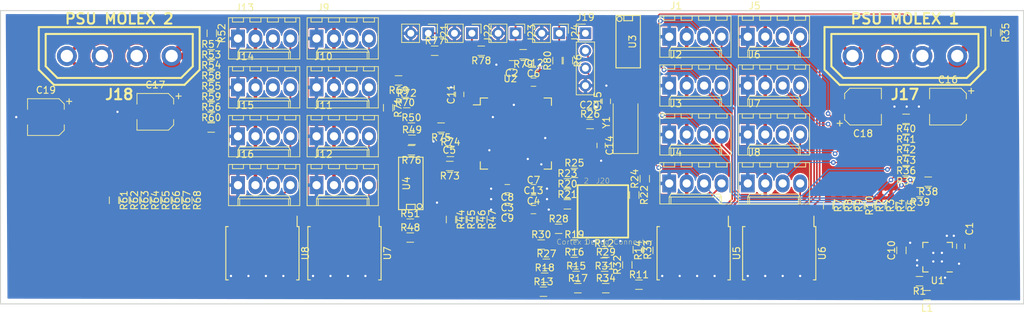
<source format=kicad_pcb>
(kicad_pcb (version 4) (host pcbnew 4.0.7)
  (layers (0 F.Cu signal) (31 B.Cu signal) (34 B.Paste user) (35 F.Paste user) (36 B.SilkS user) (37 F.SilkS user) (38 B.Mask user) (39 F.Mask user) (44 Edge.Cuts user))
  (net 0 "")
  (net 1 GND)
  (net 2 +12V)
  (net 3 /PWM_A1)
  (net 4 /RPM_A1)
  (net 5 /PWM_A2)
  (net 6 /RPM_A2)
  (net 7 /PWM_A3)
  (net 8 /RPM_A3)
  (net 9 /PWM_A4)
  (net 10 /RPM_A4)
  (net 11 /PWM_B1)
  (net 12 /RPM_B1)
  (net 13 /PWM_B2)
  (net 14 /RPM_B2)
  (net 15 /PWM_B3)
  (net 16 /RPM_B3)
  (net 17 /PWM_B4)
  (net 18 /RPM_B4)
  (net 19 +12VA)
  (net 20 /PWM_C1)
  (net 21 /RPM_C1)
  (net 22 /PWM_C2)
  (net 23 /RPM_C2)
  (net 24 /PWM_C3)
  (net 25 /RPM_C3)
  (net 26 /PWM_C4)
  (net 27 /RPM_C4)
  (net 28 /PWM_D1)
  (net 29 /RPM_D1)
  (net 30 /PWM_D2)
  (net 31 /RPM_D2)
  (net 32 /PWM_D3)
  (net 33 /RPM_D3)
  (net 34 /PWM_D4)
  (net 35 /RPM_D4)
  (net 36 +5V)
  (net 37 +5VA)
  (net 38 +3V3)
  (net 39 "Net-(R1-Pad1)")
  (net 40 "Net-(L1-Pad1)")
  (net 41 "Net-(U2-Pad33)")
  (net 42 "Net-(U2-Pad34)")
  (net 43 "Net-(U2-Pad35)")
  (net 44 "Net-(U2-Pad36)")
  (net 45 "Net-(U2-Pad37)")
  (net 46 "Net-(U2-Pad53)")
  (net 47 /V_DDC)
  (net 48 /USB0ID)
  (net 49 /USB0VBUS)
  (net 50 "Net-(J19-Pad1)")
  (net 51 "Net-(J20-Pad1)")
  (net 52 "Net-(J20-Pad2)")
  (net 53 "Net-(J20-Pad4)")
  (net 54 "Net-(J20-Pad6)")
  (net 55 "Net-(J20-Pad7)")
  (net 56 "Net-(J20-Pad8)")
  (net 57 /~RST~)
  (net 58 /JTAG_TMS)
  (net 59 /JTAG_TCK)
  (net 60 /JTAG_TDO)
  (net 61 /JTAG_TDI)
  (net 62 "Net-(C14-Pad1)")
  (net 63 "Net-(C15-Pad1)")
  (net 64 "Net-(R2-Pad2)")
  (net 65 "Net-(R3-Pad2)")
  (net 66 "Net-(R4-Pad2)")
  (net 67 "Net-(R5-Pad2)")
  (net 68 "Net-(R7-Pad2)")
  (net 69 "Net-(R8-Pad2)")
  (net 70 "Net-(R9-Pad2)")
  (net 71 "Net-(R10-Pad2)")
  (net 72 /RPM3_A1)
  (net 73 /RPM3_A2)
  (net 74 /RPM3_A3)
  (net 75 /RPM3_A4)
  (net 76 /RPM3_B1)
  (net 77 /RPM3_B2)
  (net 78 /RPM3_B3)
  (net 79 /RPM3_B4)
  (net 80 "Net-(R26-Pad1)")
  (net 81 /PWM3_A1)
  (net 82 /PWM3_A2)
  (net 83 /PWM3_A3)
  (net 84 /PWM3_A4)
  (net 85 /PWM3_B1)
  (net 86 /PWM3_B2)
  (net 87 /PWM3_B3)
  (net 88 /PWM3_B4)
  (net 89 "Net-(R35-Pad1)")
  (net 90 /PWM3_C1)
  (net 91 /PWM3_C2)
  (net 92 /PWM3_C3)
  (net 93 /PWM3_C4)
  (net 94 /PWM3_D1)
  (net 95 /PWM3_D2)
  (net 96 /PWM3_D3)
  (net 97 /PWM3_D4)
  (net 98 "Net-(R52-Pad1)")
  (net 99 "Net-(R61-Pad2)")
  (net 100 "Net-(R62-Pad2)")
  (net 101 "Net-(R63-Pad2)")
  (net 102 "Net-(R64-Pad2)")
  (net 103 "Net-(R65-Pad2)")
  (net 104 "Net-(R66-Pad2)")
  (net 105 "Net-(R67-Pad2)")
  (net 106 "Net-(R68-Pad2)")
  (net 107 /RPM3_C1)
  (net 108 /RPM3_C2)
  (net 109 /RPM3_C3)
  (net 110 /RPM3_C4)
  (net 111 /RPM3_D1)
  (net 112 /RPM3_D2)
  (net 113 /RPM3_D3)
  (net 114 /RPM3_D4)
  (net 115 /TSENSE_1)
  (net 116 /TSENSE_2)
  (net 117 /TSENSE_3)
  (net 118 /TSENSE_4)
  (net 119 USB_D-)
  (net 120 USB_D+)
  (module Housings_DFN_QFN:QFN-16-1EP_4x4mm_Pitch0.65mm (layer F.Cu) (at 161.726786 66.10059 180)
    (fp_text reference U1 (at 0 -3.4 180) (layer F.SilkS))
    (fp_text value TPS62111)
    (pad 1 smd rect (at -2 -0.975 180) (size 0.8 0.35) (layers F.Cu F.Paste F.Mask) (net 1 GND))
    (pad 2 smd rect (at -2 -0.325 180) (size 0.8 0.35) (layers F.Cu F.Paste F.Mask) (net 36 +5V))
    (pad 3 smd rect (at -2 0.325 180) (size 0.8 0.35) (layers F.Cu F.Paste F.Mask) (net 36 +5V))
    (pad 4 smd rect (at -2 0.975 180) (size 0.8 0.35) (layers F.Cu F.Paste F.Mask) (net 36 +5V))
    (pad 5 smd rect (at -0.975 2 270) (size 0.8 0.35) (layers F.Cu F.Paste F.Mask) (net 1 GND))
    (pad 6 smd rect (at -0.325 2 270) (size 0.8 0.35) (layers F.Cu F.Paste F.Mask) (net 1 GND))
    (pad 7 smd rect (at 0.325 2 270) (size 0.8 0.35) (layers F.Cu F.Paste F.Mask) (net 1 GND))
    (pad 8 smd rect (at 0.975 2 270) (size 0.8 0.35) (layers F.Cu F.Paste F.Mask) (net 36 +5V))
    (pad 9 smd rect (at 2 0.975 180) (size 0.8 0.35) (layers F.Cu F.Paste F.Mask))
    (pad 10 smd rect (at 2 0.325 180) (size 0.8 0.35) (layers F.Cu F.Paste F.Mask) (net 38 +3V3))
    (pad 11 smd rect (at 2 -0.325 180) (size 0.8 0.35) (layers F.Cu F.Paste F.Mask) (net 1 GND))
    (pad 12 smd rect (at 2 -0.975 180) (size 0.8 0.35) (layers F.Cu F.Paste F.Mask) (net 1 GND))
    (pad 13 smd rect (at 0.975 -2 270) (size 0.8 0.35) (layers F.Cu F.Paste F.Mask) (net 39 "Net-(R1-Pad1)"))
    (pad 14 smd rect (at 0.325 -2 270) (size 0.8 0.35) (layers F.Cu F.Paste F.Mask) (net 40 "Net-(L1-Pad1)"))
    (pad 15 smd rect (at -0.325 -2 270) (size 0.8 0.35) (layers F.Cu F.Paste F.Mask) (net 40 "Net-(L1-Pad1)"))
    (pad 16 smd rect (at -0.975 -2 270) (size 0.8 0.35) (layers F.Cu F.Paste F.Mask) (net 1 GND))
    (pad 17 smd rect (at 0.625 0.625 180) (size 1.25 1.25) (layers F.Cu F.Paste F.Mask) (net 1 GND))
    (pad 17 smd rect (at 0.625 -0.625 180) (size 1.25 1.25) (layers F.Cu F.Paste F.Mask) (net 1 GND))
    (pad 17 smd rect (at -0.625 0.625 180) (size 1.25 1.25) (layers F.Cu F.Paste F.Mask) (net 1 GND))
    (pad 17 smd rect (at -0.625 -0.625 180) (size 1.25 1.25) (layers F.Cu F.Paste F.Mask) (net 1 GND))
  )
  (module Capacitors_SMD:C_0603_HandSoldering (layer F.Cu) (at 111.064 45.212)
    (fp_text reference C20 (at 0 -1.25) (layer F.SilkS))
    (fp_text value 1uF)
    (pad 1 smd rect (at -0.95 0) (size 1.2 0.75) (layers F.Cu F.Paste F.Mask) (net 38 +3V3))
    (pad 2 smd rect (at 0.95 0) (size 1.2 0.75) (layers F.Cu F.Paste F.Mask) (net 1 GND))
  )
  (module Connectors_Molex:Molex_KK-6410-04_04x2.54mm_Straight (layer F.Cu) (at 122.682 34.036)
    (fp_text reference J1 (at 1 -4.5) (layer F.SilkS))
    (fp_text value Conn_01x04)
    (pad 1 thru_hole rect (at 0 0) (size 2 2.6) (drill 1.2) (layers *.Cu *.Mask) (net 1 GND))
    (pad 2 thru_hole oval (at 2.54 0) (size 2 2.6) (drill 1.2) (layers *.Cu *.Mask) (net 2 +12V))
    (pad 3 thru_hole oval (at 5.08 0) (size 2 2.6) (drill 1.2) (layers *.Cu *.Mask) (net 3 /PWM_A1))
    (pad 4 thru_hole oval (at 7.62 0) (size 2 2.6) (drill 1.2) (layers *.Cu *.Mask) (net 4 /RPM_A1))
  )
  (module Connectors_Molex:Molex_KK-6410-04_04x2.54mm_Straight (layer F.Cu) (at 122.682 41.148)
    (fp_text reference J2 (at 1 -4.5) (layer F.SilkS))
    (fp_text value Conn_01x04)
    (pad 1 thru_hole rect (at 0 0) (size 2 2.6) (drill 1.2) (layers *.Cu *.Mask) (net 1 GND))
    (pad 2 thru_hole oval (at 2.54 0) (size 2 2.6) (drill 1.2) (layers *.Cu *.Mask) (net 2 +12V))
    (pad 3 thru_hole oval (at 5.08 0) (size 2 2.6) (drill 1.2) (layers *.Cu *.Mask) (net 5 /PWM_A2))
    (pad 4 thru_hole oval (at 7.62 0) (size 2 2.6) (drill 1.2) (layers *.Cu *.Mask) (net 6 /RPM_A2))
  )
  (module Connectors_Molex:Molex_KK-6410-04_04x2.54mm_Straight (layer F.Cu) (at 122.682 48.26)
    (fp_text reference J3 (at 1 -4.5) (layer F.SilkS))
    (fp_text value Conn_01x04)
    (pad 1 thru_hole rect (at 0 0) (size 2 2.6) (drill 1.2) (layers *.Cu *.Mask) (net 1 GND))
    (pad 2 thru_hole oval (at 2.54 0) (size 2 2.6) (drill 1.2) (layers *.Cu *.Mask) (net 2 +12V))
    (pad 3 thru_hole oval (at 5.08 0) (size 2 2.6) (drill 1.2) (layers *.Cu *.Mask) (net 7 /PWM_A3))
    (pad 4 thru_hole oval (at 7.62 0) (size 2 2.6) (drill 1.2) (layers *.Cu *.Mask) (net 8 /RPM_A3))
  )
  (module Connectors_Molex:Molex_KK-6410-04_04x2.54mm_Straight (layer F.Cu) (at 122.682 55.372)
    (fp_text reference J4 (at 1 -4.5) (layer F.SilkS))
    (fp_text value Conn_01x04)
    (pad 1 thru_hole rect (at 0 0) (size 2 2.6) (drill 1.2) (layers *.Cu *.Mask) (net 1 GND))
    (pad 2 thru_hole oval (at 2.54 0) (size 2 2.6) (drill 1.2) (layers *.Cu *.Mask) (net 2 +12V))
    (pad 3 thru_hole oval (at 5.08 0) (size 2 2.6) (drill 1.2) (layers *.Cu *.Mask) (net 9 /PWM_A4))
    (pad 4 thru_hole oval (at 7.62 0) (size 2 2.6) (drill 1.2) (layers *.Cu *.Mask) (net 10 /RPM_A4))
  )
  (module Connectors_Molex:Molex_KK-6410-04_04x2.54mm_Straight (layer F.Cu) (at 134.112 34.036)
    (fp_text reference J5 (at 1 -4.5) (layer F.SilkS))
    (fp_text value Conn_01x04)
    (pad 1 thru_hole rect (at 0 0) (size 2 2.6) (drill 1.2) (layers *.Cu *.Mask) (net 1 GND))
    (pad 2 thru_hole oval (at 2.54 0) (size 2 2.6) (drill 1.2) (layers *.Cu *.Mask) (net 2 +12V))
    (pad 3 thru_hole oval (at 5.08 0) (size 2 2.6) (drill 1.2) (layers *.Cu *.Mask) (net 11 /PWM_B1))
    (pad 4 thru_hole oval (at 7.62 0) (size 2 2.6) (drill 1.2) (layers *.Cu *.Mask) (net 12 /RPM_B1))
  )
  (module Connectors_Molex:Molex_KK-6410-04_04x2.54mm_Straight (layer F.Cu) (at 134.112 41.148)
    (fp_text reference J6 (at 1 -4.5) (layer F.SilkS))
    (fp_text value Conn_01x04)
    (pad 1 thru_hole rect (at 0 0) (size 2 2.6) (drill 1.2) (layers *.Cu *.Mask) (net 1 GND))
    (pad 2 thru_hole oval (at 2.54 0) (size 2 2.6) (drill 1.2) (layers *.Cu *.Mask) (net 2 +12V))
    (pad 3 thru_hole oval (at 5.08 0) (size 2 2.6) (drill 1.2) (layers *.Cu *.Mask) (net 13 /PWM_B2))
    (pad 4 thru_hole oval (at 7.62 0) (size 2 2.6) (drill 1.2) (layers *.Cu *.Mask) (net 14 /RPM_B2))
  )
  (module Connectors_Molex:Molex_KK-6410-04_04x2.54mm_Straight (layer F.Cu) (at 134.112 48.26)
    (fp_text reference J7 (at 1 -4.5) (layer F.SilkS))
    (fp_text value Conn_01x04)
    (pad 1 thru_hole rect (at 0 0) (size 2 2.6) (drill 1.2) (layers *.Cu *.Mask) (net 1 GND))
    (pad 2 thru_hole oval (at 2.54 0) (size 2 2.6) (drill 1.2) (layers *.Cu *.Mask) (net 2 +12V))
    (pad 3 thru_hole oval (at 5.08 0) (size 2 2.6) (drill 1.2) (layers *.Cu *.Mask) (net 15 /PWM_B3))
    (pad 4 thru_hole oval (at 7.62 0) (size 2 2.6) (drill 1.2) (layers *.Cu *.Mask) (net 16 /RPM_B3))
  )
  (module Connectors_Molex:Molex_KK-6410-04_04x2.54mm_Straight (layer F.Cu) (at 134.112 55.372)
    (fp_text reference J8 (at 1 -4.5) (layer F.SilkS))
    (fp_text value Conn_01x04)
    (pad 1 thru_hole rect (at 0 0) (size 2 2.6) (drill 1.2) (layers *.Cu *.Mask) (net 1 GND))
    (pad 2 thru_hole oval (at 2.54 0) (size 2 2.6) (drill 1.2) (layers *.Cu *.Mask) (net 2 +12V))
    (pad 3 thru_hole oval (at 5.08 0) (size 2 2.6) (drill 1.2) (layers *.Cu *.Mask) (net 17 /PWM_B4))
    (pad 4 thru_hole oval (at 7.62 0) (size 2 2.6) (drill 1.2) (layers *.Cu *.Mask) (net 18 /RPM_B4))
  )
  (module Connectors_Molex:Molex_KK-6410-04_04x2.54mm_Straight (layer F.Cu) (at 71.374 34.29)
    (fp_text reference J9 (at 1 -4.5) (layer F.SilkS))
    (fp_text value Conn_01x04)
    (pad 1 thru_hole rect (at 0 0) (size 2 2.6) (drill 1.2) (layers *.Cu *.Mask) (net 1 GND))
    (pad 2 thru_hole oval (at 2.54 0) (size 2 2.6) (drill 1.2) (layers *.Cu *.Mask) (net 19 +12VA))
    (pad 3 thru_hole oval (at 5.08 0) (size 2 2.6) (drill 1.2) (layers *.Cu *.Mask) (net 20 /PWM_C1))
    (pad 4 thru_hole oval (at 7.62 0) (size 2 2.6) (drill 1.2) (layers *.Cu *.Mask) (net 21 /RPM_C1))
  )
  (module Connectors_Molex:Molex_KK-6410-04_04x2.54mm_Straight (layer F.Cu) (at 71.374 41.402)
    (fp_text reference J10 (at 1 -4.5) (layer F.SilkS))
    (fp_text value Conn_01x04)
    (pad 1 thru_hole rect (at 0 0) (size 2 2.6) (drill 1.2) (layers *.Cu *.Mask) (net 1 GND))
    (pad 2 thru_hole oval (at 2.54 0) (size 2 2.6) (drill 1.2) (layers *.Cu *.Mask) (net 19 +12VA))
    (pad 3 thru_hole oval (at 5.08 0) (size 2 2.6) (drill 1.2) (layers *.Cu *.Mask) (net 22 /PWM_C2))
    (pad 4 thru_hole oval (at 7.62 0) (size 2 2.6) (drill 1.2) (layers *.Cu *.Mask) (net 23 /RPM_C2))
  )
  (module Connectors_Molex:Molex_KK-6410-04_04x2.54mm_Straight (layer F.Cu) (at 71.374 48.514)
    (fp_text reference J11 (at 1 -4.5) (layer F.SilkS))
    (fp_text value Conn_01x04)
    (pad 1 thru_hole rect (at 0 0) (size 2 2.6) (drill 1.2) (layers *.Cu *.Mask) (net 1 GND))
    (pad 2 thru_hole oval (at 2.54 0) (size 2 2.6) (drill 1.2) (layers *.Cu *.Mask) (net 19 +12VA))
    (pad 3 thru_hole oval (at 5.08 0) (size 2 2.6) (drill 1.2) (layers *.Cu *.Mask) (net 24 /PWM_C3))
    (pad 4 thru_hole oval (at 7.62 0) (size 2 2.6) (drill 1.2) (layers *.Cu *.Mask) (net 25 /RPM_C3))
  )
  (module Connectors_Molex:Molex_KK-6410-04_04x2.54mm_Straight (layer F.Cu) (at 71.374 55.626)
    (fp_text reference J12 (at 1 -4.5) (layer F.SilkS))
    (fp_text value Conn_01x04)
    (pad 1 thru_hole rect (at 0 0) (size 2 2.6) (drill 1.2) (layers *.Cu *.Mask) (net 1 GND))
    (pad 2 thru_hole oval (at 2.54 0) (size 2 2.6) (drill 1.2) (layers *.Cu *.Mask) (net 19 +12VA))
    (pad 3 thru_hole oval (at 5.08 0) (size 2 2.6) (drill 1.2) (layers *.Cu *.Mask) (net 26 /PWM_C4))
    (pad 4 thru_hole oval (at 7.62 0) (size 2 2.6) (drill 1.2) (layers *.Cu *.Mask) (net 27 /RPM_C4))
  )
  (module Connectors_Molex:Molex_KK-6410-04_04x2.54mm_Straight (layer F.Cu) (at 59.944 34.29)
    (fp_text reference J13 (at 1 -4.5) (layer F.SilkS))
    (fp_text value Conn_01x04)
    (pad 1 thru_hole rect (at 0 0) (size 2 2.6) (drill 1.2) (layers *.Cu *.Mask) (net 1 GND))
    (pad 2 thru_hole oval (at 2.54 0) (size 2 2.6) (drill 1.2) (layers *.Cu *.Mask) (net 19 +12VA))
    (pad 3 thru_hole oval (at 5.08 0) (size 2 2.6) (drill 1.2) (layers *.Cu *.Mask) (net 28 /PWM_D1))
    (pad 4 thru_hole oval (at 7.62 0) (size 2 2.6) (drill 1.2) (layers *.Cu *.Mask) (net 29 /RPM_D1))
  )
  (module Connectors_Molex:Molex_KK-6410-04_04x2.54mm_Straight (layer F.Cu) (at 59.944 41.402)
    (fp_text reference J14 (at 1 -4.5) (layer F.SilkS))
    (fp_text value Conn_01x04)
    (pad 1 thru_hole rect (at 0 0) (size 2 2.6) (drill 1.2) (layers *.Cu *.Mask) (net 1 GND))
    (pad 2 thru_hole oval (at 2.54 0) (size 2 2.6) (drill 1.2) (layers *.Cu *.Mask) (net 19 +12VA))
    (pad 3 thru_hole oval (at 5.08 0) (size 2 2.6) (drill 1.2) (layers *.Cu *.Mask) (net 30 /PWM_D2))
    (pad 4 thru_hole oval (at 7.62 0) (size 2 2.6) (drill 1.2) (layers *.Cu *.Mask) (net 31 /RPM_D2))
  )
  (module Connectors_Molex:Molex_KK-6410-04_04x2.54mm_Straight (layer F.Cu) (at 59.944 48.514)
    (fp_text reference J15 (at 1 -4.5) (layer F.SilkS))
    (fp_text value Conn_01x04)
    (pad 1 thru_hole rect (at 0 0) (size 2 2.6) (drill 1.2) (layers *.Cu *.Mask) (net 1 GND))
    (pad 2 thru_hole oval (at 2.54 0) (size 2 2.6) (drill 1.2) (layers *.Cu *.Mask) (net 19 +12VA))
    (pad 3 thru_hole oval (at 5.08 0) (size 2 2.6) (drill 1.2) (layers *.Cu *.Mask) (net 32 /PWM_D3))
    (pad 4 thru_hole oval (at 7.62 0) (size 2 2.6) (drill 1.2) (layers *.Cu *.Mask) (net 33 /RPM_D3))
  )
  (module Connectors_Molex:Molex_KK-6410-04_04x2.54mm_Straight (layer F.Cu) (at 59.944 55.626)
    (fp_text reference J16 (at 1 -4.5) (layer F.SilkS))
    (fp_text value Conn_01x04)
    (pad 1 thru_hole rect (at 0 0) (size 2 2.6) (drill 1.2) (layers *.Cu *.Mask) (net 1 GND))
    (pad 2 thru_hole oval (at 2.54 0) (size 2 2.6) (drill 1.2) (layers *.Cu *.Mask) (net 19 +12VA))
    (pad 3 thru_hole oval (at 5.08 0) (size 2 2.6) (drill 1.2) (layers *.Cu *.Mask) (net 34 /PWM_D4))
    (pad 4 thru_hole oval (at 7.62 0) (size 2 2.6) (drill 1.2) (layers *.Cu *.Mask) (net 35 /RPM_D4))
  )
  (module openpwm:conn_hdd_15-24-4449 (layer F.Cu) (at 156.972 36.83)
    (fp_text reference J17 (at 0 5.6) (layer F.SilkS) (effects (font (thickness 0.3048))))
    (fp_text value "PSU MOLEX 1" (at 0 -5.4) (layer F.SilkS) (effects (font (thickness 0.3048))))
    (pad 1 thru_hole circle (at -7.62 0) (size 2.9 2.9) (drill 1.8) (layers *.Cu *.Mask) (net 2 +12V))
    (pad 2 thru_hole circle (at -2.54 0) (size 2.9 2.9) (drill 1.8) (layers *.Cu *.Mask) (net 1 GND))
    (pad 3 thru_hole circle (at 2.54 0) (size 2.9 2.9) (drill 1.8) (layers *.Cu *.Mask) (net 1 GND))
    (pad 4 thru_hole circle (at 7.62 0) (size 2.9 2.9) (drill 1.8) (layers *.Cu *.Mask) (net 36 +5V))
  )
  (module openpwm:conn_hdd_15-24-4449 (layer F.Cu) (at 42.672 36.83)
    (fp_text reference J18 (at 0 5.6) (layer F.SilkS) (effects (font (thickness 0.3048))))
    (fp_text value "PSU MOLEX 2" (at 0 -5.4) (layer F.SilkS) (effects (font (thickness 0.3048))))
    (pad 1 thru_hole circle (at -7.62 0) (size 2.9 2.9) (drill 1.8) (layers *.Cu *.Mask) (net 19 +12VA))
    (pad 2 thru_hole circle (at -2.54 0) (size 2.9 2.9) (drill 1.8) (layers *.Cu *.Mask) (net 1 GND))
    (pad 3 thru_hole circle (at 2.54 0) (size 2.9 2.9) (drill 1.8) (layers *.Cu *.Mask) (net 1 GND))
    (pad 4 thru_hole circle (at 7.62 0) (size 2.9 2.9) (drill 1.8) (layers *.Cu *.Mask) (net 37 +5VA))
  )
  (module Resistors_SMD:R_0603_HandSoldering (layer F.Cu) (at 153.416 58.59 270)
    (fp_text reference R3 (at 0 -1.45 270) (layer F.SilkS))
    (fp_text value 4K7)
    (pad 1 smd rect (at -1.1 0 270) (size 1.2 0.9) (layers F.Cu F.Paste F.Mask) (net 2 +12V))
    (pad 2 smd rect (at 1.1 0 270) (size 1.2 0.9) (layers F.Cu F.Paste F.Mask) (net 65 "Net-(R3-Pad2)"))
  )
  (module Resistors_SMD:R_0603_HandSoldering (layer F.Cu) (at 154.94 58.59 270)
    (fp_text reference R4 (at 0 -1.45 270) (layer F.SilkS))
    (fp_text value 4K7)
    (pad 1 smd rect (at -1.1 0 270) (size 1.2 0.9) (layers F.Cu F.Paste F.Mask) (net 2 +12V))
    (pad 2 smd rect (at 1.1 0 270) (size 1.2 0.9) (layers F.Cu F.Paste F.Mask) (net 66 "Net-(R4-Pad2)"))
  )
  (module Resistors_SMD:R_0603_HandSoldering (layer F.Cu) (at 156.464 58.59 270)
    (fp_text reference R5 (at 0 -1.45 270) (layer F.SilkS))
    (fp_text value 4K7)
    (pad 1 smd rect (at -1.1 0 270) (size 1.2 0.9) (layers F.Cu F.Paste F.Mask) (net 2 +12V))
    (pad 2 smd rect (at 1.1 0 270) (size 1.2 0.9) (layers F.Cu F.Paste F.Mask) (net 67 "Net-(R5-Pad2)"))
  )
  (module Resistors_SMD:R_0603_HandSoldering (layer F.Cu) (at 151.892 58.59 270)
    (fp_text reference R2 (at 0 -1.45 270) (layer F.SilkS))
    (fp_text value 4K7)
    (pad 1 smd rect (at -1.1 0 270) (size 1.2 0.9) (layers F.Cu F.Paste F.Mask) (net 2 +12V))
    (pad 2 smd rect (at 1.1 0 270) (size 1.2 0.9) (layers F.Cu F.Paste F.Mask) (net 64 "Net-(R2-Pad2)"))
  )
  (module Resistors_SMD:R_0603_HandSoldering (layer F.Cu) (at 145.796 58.59 270)
    (fp_text reference R7 (at 0 -1.45 270) (layer F.SilkS))
    (fp_text value 4K7)
    (pad 1 smd rect (at -1.1 0 270) (size 1.2 0.9) (layers F.Cu F.Paste F.Mask) (net 2 +12V))
    (pad 2 smd rect (at 1.1 0 270) (size 1.2 0.9) (layers F.Cu F.Paste F.Mask) (net 68 "Net-(R7-Pad2)"))
  )
  (module Resistors_SMD:R_0603_HandSoldering (layer F.Cu) (at 147.32 58.59 270)
    (fp_text reference R8 (at 0 -1.45 270) (layer F.SilkS))
    (fp_text value 4K7)
    (pad 1 smd rect (at -1.1 0 270) (size 1.2 0.9) (layers F.Cu F.Paste F.Mask) (net 2 +12V))
    (pad 2 smd rect (at 1.1 0 270) (size 1.2 0.9) (layers F.Cu F.Paste F.Mask) (net 69 "Net-(R8-Pad2)"))
  )
  (module Resistors_SMD:R_0603_HandSoldering (layer F.Cu) (at 148.844 58.59 270)
    (fp_text reference R9 (at 0 -1.45 270) (layer F.SilkS))
    (fp_text value 4K7)
    (pad 1 smd rect (at -1.1 0 270) (size 1.2 0.9) (layers F.Cu F.Paste F.Mask) (net 2 +12V))
    (pad 2 smd rect (at 1.1 0 270) (size 1.2 0.9) (layers F.Cu F.Paste F.Mask) (net 70 "Net-(R9-Pad2)"))
  )
  (module Resistors_SMD:R_0603_HandSoldering (layer F.Cu) (at 150.368 58.59 270)
    (fp_text reference R10 (at 0 -1.45 270) (layer F.SilkS))
    (fp_text value 4K7)
    (pad 1 smd rect (at -1.1 0 270) (size 1.2 0.9) (layers F.Cu F.Paste F.Mask) (net 2 +12V))
    (pad 2 smd rect (at 1.1 0 270) (size 1.2 0.9) (layers F.Cu F.Paste F.Mask) (net 71 "Net-(R10-Pad2)"))
  )
  (module Resistors_SMD:R_0603_HandSoldering (layer F.Cu) (at 118.28 70.104)
    (fp_text reference R11 (at 0 -1.45) (layer F.SilkS))
    (fp_text value 4K7)
    (pad 1 smd rect (at -1.1 0) (size 1.2 0.9) (layers F.Cu F.Paste F.Mask) (net 38 +3V3))
    (pad 2 smd rect (at 1.1 0) (size 1.2 0.9) (layers F.Cu F.Paste F.Mask) (net 72 /RPM3_A1))
  )
  (module Resistors_SMD:R_0603_HandSoldering (layer F.Cu) (at 113.2 65.532)
    (fp_text reference R12 (at 0 -1.45) (layer F.SilkS))
    (fp_text value 4K7)
    (pad 1 smd rect (at -1.1 0) (size 1.2 0.9) (layers F.Cu F.Paste F.Mask) (net 38 +3V3))
    (pad 2 smd rect (at 1.1 0) (size 1.2 0.9) (layers F.Cu F.Paste F.Mask) (net 73 /RPM3_A2))
  )
  (module Resistors_SMD:R_0603_HandSoldering (layer F.Cu) (at 104.394 71.12)
    (fp_text reference R13 (at 0 -1.45) (layer F.SilkS))
    (fp_text value 4K7)
    (pad 1 smd rect (at -1.1 0) (size 1.2 0.9) (layers F.Cu F.Paste F.Mask) (net 38 +3V3))
    (pad 2 smd rect (at 1.1 0) (size 1.2 0.9) (layers F.Cu F.Paste F.Mask) (net 74 /RPM3_A3))
  )
  (module Resistors_SMD:R_0603_HandSoldering (layer F.Cu) (at 119.634 65.108 90)
    (fp_text reference R14 (at 0 -1.45 90) (layer F.SilkS))
    (fp_text value 4K7)
    (pad 1 smd rect (at -1.1 0 90) (size 1.2 0.9) (layers F.Cu F.Paste F.Mask) (net 38 +3V3))
    (pad 2 smd rect (at 1.1 0 90) (size 1.2 0.9) (layers F.Cu F.Paste F.Mask) (net 75 /RPM3_A4))
  )
  (module Resistors_SMD:R_0603_HandSoldering (layer F.Cu) (at 109.136 68.834)
    (fp_text reference R15 (at 0 -1.45) (layer F.SilkS))
    (fp_text value 4K7)
    (pad 1 smd rect (at -1.1 0) (size 1.2 0.9) (layers F.Cu F.Paste F.Mask) (net 38 +3V3))
    (pad 2 smd rect (at 1.1 0) (size 1.2 0.9) (layers F.Cu F.Paste F.Mask) (net 76 /RPM3_B1))
  )
  (module Resistors_SMD:R_0603_HandSoldering (layer F.Cu) (at 108.882 66.802)
    (fp_text reference R16 (at 0 -1.45) (layer F.SilkS))
    (fp_text value 4K7)
    (pad 1 smd rect (at -1.1 0) (size 1.2 0.9) (layers F.Cu F.Paste F.Mask) (net 38 +3V3))
    (pad 2 smd rect (at 1.1 0) (size 1.2 0.9) (layers F.Cu F.Paste F.Mask) (net 77 /RPM3_B2))
  )
  (module Resistors_SMD:R_0603_HandSoldering (layer F.Cu) (at 109.39 70.612)
    (fp_text reference R17 (at 0 -1.45) (layer F.SilkS))
    (fp_text value 4K7)
    (pad 1 smd rect (at -1.1 0) (size 1.2 0.9) (layers F.Cu F.Paste F.Mask) (net 38 +3V3))
    (pad 2 smd rect (at 1.1 0) (size 1.2 0.9) (layers F.Cu F.Paste F.Mask) (net 78 /RPM3_B3))
  )
  (module Resistors_SMD:R_0603_HandSoldering (layer F.Cu) (at 104.564 69.088)
    (fp_text reference R18 (at 0 -1.45) (layer F.SilkS))
    (fp_text value 4K7)
    (pad 1 smd rect (at -1.1 0) (size 1.2 0.9) (layers F.Cu F.Paste F.Mask) (net 38 +3V3))
    (pad 2 smd rect (at 1.1 0) (size 1.2 0.9) (layers F.Cu F.Paste F.Mask) (net 79 /RPM3_B4))
  )
  (module Capacitors_SMD:C_0603_HandSoldering (layer F.Cu) (at 165.1 64.516 90)
    (fp_text reference C1 (at 2.54 1.27 90) (layer F.SilkS))
    (fp_text value 1uF)
    (pad 1 smd rect (at -0.95 0 90) (size 1.2 0.75) (layers F.Cu F.Paste F.Mask) (net 36 +5V))
    (pad 2 smd rect (at 0.95 0 90) (size 1.2 0.75) (layers F.Cu F.Paste F.Mask) (net 1 GND))
  )
  (module Capacitors_SMD:C_0603_HandSoldering (layer F.Cu) (at 99.756 38.1 180)
    (fp_text reference C2 (at 0 -1.25 180) (layer F.SilkS))
    (fp_text value .1uF)
    (pad 1 smd rect (at -0.95 0 180) (size 1.2 0.75) (layers F.Cu F.Paste F.Mask) (net 47 /V_DDC))
    (pad 2 smd rect (at 0.95 0 180) (size 1.2 0.75) (layers F.Cu F.Paste F.Mask) (net 1 GND))
  )
  (module Capacitors_SMD:C_0603_HandSoldering (layer F.Cu) (at 99.126 57.658 180)
    (fp_text reference C3 (at 0 -1.25 180) (layer F.SilkS))
    (fp_text value .1uF)
    (pad 1 smd rect (at -0.95 0 180) (size 1.2 0.75) (layers F.Cu F.Paste F.Mask) (net 47 /V_DDC))
    (pad 2 smd rect (at 0.95 0 180) (size 1.2 0.75) (layers F.Cu F.Paste F.Mask) (net 1 GND))
  )
  (module Capacitors_SMD:C_0603_HandSoldering (layer F.Cu) (at 99.126 56.134 180)
    (fp_text reference C8 (at 0 -1.25 180) (layer F.SilkS))
    (fp_text value 1.0uF)
    (pad 1 smd rect (at -0.95 0 180) (size 1.2 0.75) (layers F.Cu F.Paste F.Mask) (net 47 /V_DDC))
    (pad 2 smd rect (at 0.95 0 180) (size 1.2 0.75) (layers F.Cu F.Paste F.Mask) (net 1 GND))
  )
  (module Capacitors_SMD:C_0603_HandSoldering (layer F.Cu) (at 99.126 59.182 180)
    (fp_text reference C9 (at 0 -1.25 180) (layer F.SilkS))
    (fp_text value 2.2uF)
    (pad 1 smd rect (at -0.95 0 180) (size 1.2 0.75) (layers F.Cu F.Paste F.Mask) (net 47 /V_DDC))
    (pad 2 smd rect (at 0.95 0 180) (size 1.2 0.75) (layers F.Cu F.Paste F.Mask) (net 1 GND))
  )
  (module Resistors_SMD:R_0603_HandSoldering (layer F.Cu) (at 156.464 65.108 90)
    (fp_text reference C10 (at 0 -1.45 90) (layer F.SilkS))
    (fp_text value 22uF)
    (pad 1 smd rect (at -1.1 0 90) (size 1.2 0.9) (layers F.Cu F.Paste F.Mask) (net 38 +3V3))
    (pad 2 smd rect (at 1.1 0 90) (size 1.2 0.9) (layers F.Cu F.Paste F.Mask) (net 1 GND))
  )
  (module Inductors_SMD:L_0603_HandSoldering (layer F.Cu) (at 160.19 71.628 180)
    (fp_text reference L1 (at 0 -1.9 180) (layer F.SilkS))
    (fp_text value 6.8uH)
    (pad 1 smd rect (at -1.1 0 180) (size 1.2 0.9) (layers F.Cu F.Paste F.Mask) (net 40 "Net-(L1-Pad1)"))
    (pad 2 smd rect (at 1.1 0 180) (size 1.2 0.9) (layers F.Cu F.Paste F.Mask) (net 38 +3V3))
  )
  (module Resistors_SMD:R_0603_HandSoldering (layer F.Cu) (at 159.088 69.596 180)
    (fp_text reference R1 (at 0 -1.45 180) (layer F.SilkS))
    (fp_text value 1M)
    (pad 1 smd rect (at -1.1 0 180) (size 1.2 0.9) (layers F.Cu F.Paste F.Mask) (net 39 "Net-(R1-Pad1)"))
    (pad 2 smd rect (at 1.1 0 180) (size 1.2 0.9) (layers F.Cu F.Paste F.Mask) (net 38 +3V3))
  )
  (module Resistors_SMD:R_0603_HandSoldering (layer F.Cu) (at 107.95 37.508 270)
    (fp_text reference R6 (at 0 -1.45 270) (layer F.SilkS))
    (fp_text value 100R)
    (pad 1 smd rect (at -1.1 0 270) (size 1.2 0.9) (layers F.Cu F.Paste F.Mask) (net 50 "Net-(J19-Pad1)"))
    (pad 2 smd rect (at 1.1 0 270) (size 1.2 0.9) (layers F.Cu F.Paste F.Mask) (net 49 /USB0VBUS))
  )
  (module Housings_QFP:LQFP-64_10x10mm_Pitch0.5mm (layer F.Cu) (at 100.374 48.118)
    (fp_text reference U2 (at -0.806 -7.986) (layer F.SilkS))
    (fp_text value TM4C123GE6PM)
    (pad 1 smd rect (at -5.7 -3.75) (size 1 0.25) (layers F.Cu F.Paste F.Mask) (net 90 /PWM3_C1))
    (pad 2 smd rect (at -5.7 -3.25) (size 1 0.25) (layers F.Cu F.Paste F.Mask) (net 38 +3V3))
    (pad 3 smd rect (at -5.7 -2.75) (size 1 0.25) (layers F.Cu F.Paste F.Mask) (net 1 GND))
    (pad 4 smd rect (at -5.7 -2.25) (size 1 0.25) (layers F.Cu F.Paste F.Mask) (net 91 /PWM3_C2))
    (pad 5 smd rect (at -5.7 -1.75) (size 1 0.25) (layers F.Cu F.Paste F.Mask) (net 114 /RPM3_D4))
    (pad 6 smd rect (at -5.7 -1.25) (size 1 0.25) (layers F.Cu F.Paste F.Mask) (net 117 /TSENSE_3))
    (pad 7 smd rect (at -5.7 -0.75) (size 1 0.25) (layers F.Cu F.Paste F.Mask) (net 113 /RPM3_D3))
    (pad 8 smd rect (at -5.7 -0.25) (size 1 0.25) (layers F.Cu F.Paste F.Mask) (net 112 /RPM3_D2))
    (pad 9 smd rect (at -5.7 0.25) (size 1 0.25) (layers F.Cu F.Paste F.Mask) (net 118 /TSENSE_4))
    (pad 10 smd rect (at -5.7 0.75) (size 1 0.25) (layers F.Cu F.Paste F.Mask) (net 111 /RPM3_D1))
    (pad 11 smd rect (at -5.7 1.25) (size 1 0.25) (layers F.Cu F.Paste F.Mask) (net 38 +3V3))
    (pad 12 smd rect (at -5.7 1.75) (size 1 0.25) (layers F.Cu F.Paste F.Mask) (net 1 GND))
    (pad 13 smd rect (at -5.7 2.25) (size 1 0.25) (layers F.Cu F.Paste F.Mask) (net 108 /RPM3_C2))
    (pad 14 smd rect (at -5.7 2.75) (size 1 0.25) (layers F.Cu F.Paste F.Mask) (net 107 /RPM3_C1))
    (pad 15 smd rect (at -5.7 3.25) (size 1 0.25) (layers F.Cu F.Paste F.Mask) (net 93 /PWM3_C4))
    (pad 16 smd rect (at -5.7 3.75) (size 1 0.25) (layers F.Cu F.Paste F.Mask) (net 92 /PWM3_C3))
    (pad 17 smd rect (at -3.75 5.7 90) (size 1 0.25) (layers F.Cu F.Paste F.Mask) (net 109 /RPM3_C3))
    (pad 18 smd rect (at -3.25 5.7 90) (size 1 0.25) (layers F.Cu F.Paste F.Mask) (net 110 /RPM3_C4))
    (pad 19 smd rect (at -2.75 5.7 90) (size 1 0.25) (layers F.Cu F.Paste F.Mask) (net 76 /RPM3_B1))
    (pad 20 smd rect (at -2.25 5.7 90) (size 1 0.25) (layers F.Cu F.Paste F.Mask) (net 77 /RPM3_B2))
    (pad 21 smd rect (at -1.75 5.7 90) (size 1 0.25) (layers F.Cu F.Paste F.Mask) (net 78 /RPM3_B3))
    (pad 22 smd rect (at -1.25 5.7 90) (size 1 0.25) (layers F.Cu F.Paste F.Mask) (net 79 /RPM3_B4))
    (pad 23 smd rect (at -0.75 5.7 90) (size 1 0.25) (layers F.Cu F.Paste F.Mask) (net 94 /PWM3_D1))
    (pad 24 smd rect (at -0.25 5.7 90) (size 1 0.25) (layers F.Cu F.Paste F.Mask) (net 95 /PWM3_D2))
    (pad 25 smd rect (at 0.25 5.7 90) (size 1 0.25) (layers F.Cu F.Paste F.Mask) (net 47 /V_DDC))
    (pad 26 smd rect (at 0.75 5.7 90) (size 1 0.25) (layers F.Cu F.Paste F.Mask) (net 38 +3V3))
    (pad 27 smd rect (at 1.25 5.7 90) (size 1 0.25) (layers F.Cu F.Paste F.Mask) (net 1 GND))
    (pad 28 smd rect (at 1.75 5.7 90) (size 1 0.25) (layers F.Cu F.Paste F.Mask) (net 96 /PWM3_D3))
    (pad 29 smd rect (at 2.25 5.7 90) (size 1 0.25) (layers F.Cu F.Paste F.Mask) (net 97 /PWM3_D4))
    (pad 30 smd rect (at 2.75 5.7 90) (size 1 0.25) (layers F.Cu F.Paste F.Mask) (net 81 /PWM3_A1))
    (pad 31 smd rect (at 3.25 5.7 90) (size 1 0.25) (layers F.Cu F.Paste F.Mask) (net 82 /PWM3_A2))
    (pad 32 smd rect (at 3.75 5.7 90) (size 1 0.25) (layers F.Cu F.Paste F.Mask) (net 1 GND))
    (pad 33 smd rect (at 5.7 3.75) (size 1 0.25) (layers F.Cu F.Paste F.Mask) (net 41 "Net-(U2-Pad33)"))
    (pad 34 smd rect (at 5.7 3.25) (size 1 0.25) (layers F.Cu F.Paste F.Mask) (net 42 "Net-(U2-Pad34)"))
    (pad 35 smd rect (at 5.7 2.75) (size 1 0.25) (layers F.Cu F.Paste F.Mask) (net 43 "Net-(U2-Pad35)"))
    (pad 36 smd rect (at 5.7 2.25) (size 1 0.25) (layers F.Cu F.Paste F.Mask) (net 44 "Net-(U2-Pad36)"))
    (pad 37 smd rect (at 5.7 1.75) (size 1 0.25) (layers F.Cu F.Paste F.Mask) (net 45 "Net-(U2-Pad37)"))
    (pad 38 smd rect (at 5.7 1.25) (size 1 0.25) (layers F.Cu F.Paste F.Mask) (net 57 /~RST~))
    (pad 39 smd rect (at 5.7 0.75) (size 1 0.25) (layers F.Cu F.Paste F.Mask) (net 1 GND))
    (pad 40 smd rect (at 5.7 0.25) (size 1 0.25) (layers F.Cu F.Paste F.Mask) (net 62 "Net-(C14-Pad1)"))
    (pad 41 smd rect (at 5.7 -0.25) (size 1 0.25) (layers F.Cu F.Paste F.Mask) (net 80 "Net-(R26-Pad1)"))
    (pad 42 smd rect (at 5.7 -0.75) (size 1 0.25) (layers F.Cu F.Paste F.Mask) (net 38 +3V3))
    (pad 43 smd rect (at 5.7 -1.25) (size 1 0.25) (layers F.Cu F.Paste F.Mask) (net 119 USB_D-))
    (pad 44 smd rect (at 5.7 -1.75) (size 1 0.25) (layers F.Cu F.Paste F.Mask) (net 120 USB_D+))
    (pad 45 smd rect (at 5.7 -2.25) (size 1 0.25) (layers F.Cu F.Paste F.Mask) (net 48 /USB0ID))
    (pad 46 smd rect (at 5.7 -2.75) (size 1 0.25) (layers F.Cu F.Paste F.Mask) (net 49 /USB0VBUS))
    (pad 47 smd rect (at 5.7 -3.25) (size 1 0.25) (layers F.Cu F.Paste F.Mask) (net 72 /RPM3_A1))
    (pad 48 smd rect (at 5.7 -3.75) (size 1 0.25) (layers F.Cu F.Paste F.Mask) (net 73 /RPM3_A2))
    (pad 49 smd rect (at 3.75 -5.7 90) (size 1 0.25) (layers F.Cu F.Paste F.Mask) (net 60 /JTAG_TDO))
    (pad 50 smd rect (at 3.25 -5.7 90) (size 1 0.25) (layers F.Cu F.Paste F.Mask) (net 61 /JTAG_TDI))
    (pad 51 smd rect (at 2.75 -5.7 90) (size 1 0.25) (layers F.Cu F.Paste F.Mask) (net 58 /JTAG_TMS))
    (pad 52 smd rect (at 2.25 -5.7 90) (size 1 0.25) (layers F.Cu F.Paste F.Mask) (net 59 /JTAG_TCK))
    (pad 53 smd rect (at 1.75 -5.7 90) (size 1 0.25) (layers F.Cu F.Paste F.Mask) (net 46 "Net-(U2-Pad53)"))
    (pad 54 smd rect (at 1.25 -5.7 90) (size 1 0.25) (layers F.Cu F.Paste F.Mask) (net 38 +3V3))
    (pad 55 smd rect (at 0.75 -5.7 90) (size 1 0.25) (layers F.Cu F.Paste F.Mask) (net 1 GND))
    (pad 56 smd rect (at 0.25 -5.7 90) (size 1 0.25) (layers F.Cu F.Paste F.Mask) (net 47 /V_DDC))
    (pad 57 smd rect (at -0.25 -5.7 90) (size 1 0.25) (layers F.Cu F.Paste F.Mask) (net 83 /PWM3_A3))
    (pad 58 smd rect (at -0.75 -5.7 90) (size 1 0.25) (layers F.Cu F.Paste F.Mask) (net 84 /PWM3_A4))
    (pad 59 smd rect (at -1.25 -5.7 90) (size 1 0.25) (layers F.Cu F.Paste F.Mask) (net 85 /PWM3_B1))
    (pad 60 smd rect (at -1.75 -5.7 90) (size 1 0.25) (layers F.Cu F.Paste F.Mask) (net 86 /PWM3_B2))
    (pad 61 smd rect (at -2.25 -5.7 90) (size 1 0.25) (layers F.Cu F.Paste F.Mask) (net 74 /RPM3_A3))
    (pad 62 smd rect (at -2.75 -5.7 90) (size 1 0.25) (layers F.Cu F.Paste F.Mask) (net 75 /RPM3_A4))
    (pad 63 smd rect (at -3.25 -5.7 90) (size 1 0.25) (layers F.Cu F.Paste F.Mask) (net 116 /TSENSE_2))
    (pad 64 smd rect (at -3.75 -5.7 90) (size 1 0.25) (layers F.Cu F.Paste F.Mask) (net 115 /TSENSE_1))
  )
  (module Resistors_SMD:R_0603_HandSoldering (layer F.Cu) (at 108.882 64.262)
    (fp_text reference R19 (at 0 -1.45) (layer F.SilkS))
    (fp_text value 100R)
    (pad 1 smd rect (at -1.1 0) (size 1.2 0.9) (layers F.Cu F.Paste F.Mask) (net 38 +3V3))
    (pad 2 smd rect (at 1.1 0) (size 1.2 0.9) (layers F.Cu F.Paste F.Mask) (net 51 "Net-(J20-Pad1)"))
  )
  (module Resistors_SMD:R_0603_HandSoldering (layer F.Cu) (at 107.866 56.896)
    (fp_text reference R20 (at 0 -1.45) (layer F.SilkS))
    (fp_text value 33R)
    (pad 1 smd rect (at -1.1 0) (size 1.2 0.9) (layers F.Cu F.Paste F.Mask) (net 58 /JTAG_TMS))
    (pad 2 smd rect (at 1.1 0) (size 1.2 0.9) (layers F.Cu F.Paste F.Mask) (net 52 "Net-(J20-Pad2)"))
  )
  (module Resistors_SMD:R_0603_HandSoldering (layer F.Cu) (at 107.866 58.42)
    (fp_text reference R21 (at 0 -1.45) (layer F.SilkS))
    (fp_text value 33R)
    (pad 1 smd rect (at -1.1 0) (size 1.2 0.9) (layers F.Cu F.Paste F.Mask) (net 59 /JTAG_TCK))
    (pad 2 smd rect (at 1.1 0) (size 1.2 0.9) (layers F.Cu F.Paste F.Mask) (net 53 "Net-(J20-Pad4)"))
  )
  (module Resistors_SMD:R_0603_HandSoldering (layer F.Cu) (at 117.602 57.066 270)
    (fp_text reference R22 (at 0 -1.45 270) (layer F.SilkS))
    (fp_text value 33R)
    (pad 1 smd rect (at -1.1 0 270) (size 1.2 0.9) (layers F.Cu F.Paste F.Mask) (net 60 /JTAG_TDO))
    (pad 2 smd rect (at 1.1 0 270) (size 1.2 0.9) (layers F.Cu F.Paste F.Mask) (net 54 "Net-(J20-Pad6)"))
  )
  (module Resistors_SMD:R_0603_HandSoldering (layer F.Cu) (at 107.866 55.372)
    (fp_text reference R23 (at 0 -1.45) (layer F.SilkS))
    (fp_text value 33R)
    (pad 1 smd rect (at -1.1 0) (size 1.2 0.9) (layers F.Cu F.Paste F.Mask) (net 61 /JTAG_TDI))
    (pad 2 smd rect (at 1.1 0) (size 1.2 0.9) (layers F.Cu F.Paste F.Mask) (net 56 "Net-(J20-Pad8)"))
  )
  (module Resistors_SMD:R_0603_HandSoldering (layer F.Cu) (at 119.126 54.694 90)
    (fp_text reference R24 (at 0 -1.45 90) (layer F.SilkS))
    (fp_text value 10k)
    (pad 1 smd rect (at -1.1 0 90) (size 1.2 0.9) (layers F.Cu F.Paste F.Mask) (net 60 /JTAG_TDO))
    (pad 2 smd rect (at 1.1 0 90) (size 1.2 0.9) (layers F.Cu F.Paste F.Mask) (net 1 GND))
  )
  (module Resistors_SMD:R_0603_HandSoldering (layer F.Cu) (at 108.882 53.848)
    (fp_text reference R25 (at 0 -1.45) (layer F.SilkS))
    (fp_text value 10k)
    (pad 1 smd rect (at -1.1 0) (size 1.2 0.9) (layers F.Cu F.Paste F.Mask) (net 38 +3V3))
    (pad 2 smd rect (at 1.1 0) (size 1.2 0.9) (layers F.Cu F.Paste F.Mask) (net 57 /~RST~))
  )
  (module Capacitors_SMD:C_0603_HandSoldering (layer F.Cu) (at 102.936 59.182)
    (fp_text reference C4 (at 0 -1.25) (layer F.SilkS))
    (fp_text value 1uF)
    (pad 1 smd rect (at -0.95 0) (size 1.2 0.75) (layers F.Cu F.Paste F.Mask) (net 38 +3V3))
    (pad 2 smd rect (at 0.95 0) (size 1.2 0.75) (layers F.Cu F.Paste F.Mask) (net 1 GND))
  )
  (module Capacitors_SMD:C_0603_HandSoldering (layer F.Cu) (at 90.678 49.276 180)
    (fp_text reference C5 (at 0 -1.25 180) (layer F.SilkS))
    (fp_text value .1uF)
    (pad 1 smd rect (at -0.95 0 180) (size 1.2 0.75) (layers F.Cu F.Paste F.Mask) (net 38 +3V3))
    (pad 2 smd rect (at 0.95 0 180) (size 1.2 0.75) (layers F.Cu F.Paste F.Mask) (net 1 GND))
  )
  (module Capacitors_SMD:C_0603_HandSoldering (layer F.Cu) (at 102.936 40.64)
    (fp_text reference C6 (at 0 -1.25) (layer F.SilkS))
    (fp_text value .01uF)
    (pad 1 smd rect (at -0.95 0) (size 1.2 0.75) (layers F.Cu F.Paste F.Mask) (net 38 +3V3))
    (pad 2 smd rect (at 0.95 0) (size 1.2 0.75) (layers F.Cu F.Paste F.Mask) (net 1 GND))
  )
  (module Capacitors_SMD:C_0603_HandSoldering (layer F.Cu) (at 102.936 56.134)
    (fp_text reference C7 (at 0 -1.25) (layer F.SilkS))
    (fp_text value .01uF)
    (pad 1 smd rect (at -0.95 0) (size 1.2 0.75) (layers F.Cu F.Paste F.Mask) (net 38 +3V3))
    (pad 2 smd rect (at 0.95 0) (size 1.2 0.75) (layers F.Cu F.Paste F.Mask) (net 1 GND))
  )
  (module Capacitors_SMD:C_0603_HandSoldering (layer F.Cu) (at 92.202 42.418 90)
    (fp_text reference C11 (at 0 -1.25 90) (layer F.SilkS))
    (fp_text value .1uF)
    (pad 1 smd rect (at -0.95 0 90) (size 1.2 0.75) (layers F.Cu F.Paste F.Mask) (net 38 +3V3))
    (pad 2 smd rect (at 0.95 0 90) (size 1.2 0.75) (layers F.Cu F.Paste F.Mask) (net 1 GND))
  )
  (module Capacitors_SMD:C_0603_HandSoldering (layer F.Cu) (at 102.936 39.116)
    (fp_text reference C12 (at 0 -1.25) (layer F.SilkS))
    (fp_text value .1uF)
    (pad 1 smd rect (at -0.95 0) (size 1.2 0.75) (layers F.Cu F.Paste F.Mask) (net 38 +3V3))
    (pad 2 smd rect (at 0.95 0) (size 1.2 0.75) (layers F.Cu F.Paste F.Mask) (net 1 GND))
  )
  (module Capacitors_SMD:C_0603_HandSoldering (layer F.Cu) (at 102.936 57.658)
    (fp_text reference C13 (at 0 -1.25) (layer F.SilkS))
    (fp_text value .1uF)
    (pad 1 smd rect (at -0.95 0) (size 1.2 0.75) (layers F.Cu F.Paste F.Mask) (net 38 +3V3))
    (pad 2 smd rect (at 0.95 0) (size 1.2 0.75) (layers F.Cu F.Paste F.Mask) (net 1 GND))
  )
  (module Capacitors_SMD:C_0603_HandSoldering (layer F.Cu) (at 112.776 49.85 270)
    (fp_text reference C14 (at 0 -1.25 270) (layer F.SilkS))
    (fp_text value .1uF)
    (pad 1 smd rect (at -0.95 0 270) (size 1.2 0.75) (layers F.Cu F.Paste F.Mask) (net 62 "Net-(C14-Pad1)"))
    (pad 2 smd rect (at 0.95 0 270) (size 1.2 0.75) (layers F.Cu F.Paste F.Mask) (net 1 GND))
  )
  (module Capacitors_SMD:C_0603_HandSoldering (layer F.Cu) (at 113.538 43.434 90)
    (fp_text reference C15 (at 0 -1.25 90) (layer F.SilkS))
    (fp_text value .1uF)
    (pad 1 smd rect (at -0.95 0 90) (size 1.2 0.75) (layers F.Cu F.Paste F.Mask) (net 63 "Net-(C15-Pad1)"))
    (pad 2 smd rect (at 0.95 0 90) (size 1.2 0.75) (layers F.Cu F.Paste F.Mask) (net 1 GND))
  )
  (module Resistors_SMD:R_0603_HandSoldering (layer F.Cu) (at 111.168 46.736)
    (fp_text reference R26 (at 0 -1.45) (layer F.SilkS))
    (fp_text value 100R)
    (pad 1 smd rect (at -1.1 0) (size 1.2 0.9) (layers F.Cu F.Paste F.Mask) (net 80 "Net-(R26-Pad1)"))
    (pad 2 smd rect (at 1.1 0) (size 1.2 0.9) (layers F.Cu F.Paste F.Mask) (net 63 "Net-(C15-Pad1)"))
  )
  (module Resistors_SMD:R_0603_HandSoldering (layer F.Cu) (at 104.818 67.056)
    (fp_text reference R27 (at 0 -1.45) (layer F.SilkS))
    (fp_text value 215R)
    (pad 1 smd rect (at -1.1 0) (size 1.2 0.9) (layers F.Cu F.Paste F.Mask) (net 81 /PWM3_A1))
    (pad 2 smd rect (at 1.1 0) (size 1.2 0.9) (layers F.Cu F.Paste F.Mask) (net 38 +3V3))
  )
  (module Resistors_SMD:R_0603_HandSoldering (layer F.Cu) (at 106.596 61.976)
    (fp_text reference R28 (at 0 -1.45) (layer F.SilkS))
    (fp_text value 215R)
    (pad 1 smd rect (at -1.1 0) (size 1.2 0.9) (layers F.Cu F.Paste F.Mask) (net 82 /PWM3_A2))
    (pad 2 smd rect (at 1.1 0) (size 1.2 0.9) (layers F.Cu F.Paste F.Mask) (net 38 +3V3))
  )
  (module Resistors_SMD:R_0603_HandSoldering (layer F.Cu) (at 113.454 66.802)
    (fp_text reference R29 (at 0 -1.45) (layer F.SilkS))
    (fp_text value 215R)
    (pad 1 smd rect (at -1.1 0) (size 1.2 0.9) (layers F.Cu F.Paste F.Mask) (net 83 /PWM3_A3))
    (pad 2 smd rect (at 1.1 0) (size 1.2 0.9) (layers F.Cu F.Paste F.Mask) (net 38 +3V3))
  )
  (module Resistors_SMD:R_0603_HandSoldering (layer F.Cu) (at 104.056 64.262)
    (fp_text reference R30 (at 0 -1.45) (layer F.SilkS))
    (fp_text value 215R)
    (pad 1 smd rect (at -1.1 0) (size 1.2 0.9) (layers F.Cu F.Paste F.Mask) (net 84 /PWM3_A4))
    (pad 2 smd rect (at 1.1 0) (size 1.2 0.9) (layers F.Cu F.Paste F.Mask) (net 38 +3V3))
  )
  (module Resistors_SMD:R_0603_HandSoldering (layer F.Cu) (at 113.284 68.834)
    (fp_text reference R31 (at 0 -1.45) (layer F.SilkS))
    (fp_text value 215R)
    (pad 1 smd rect (at -1.1 0) (size 1.2 0.9) (layers F.Cu F.Paste F.Mask) (net 85 /PWM3_B1))
    (pad 2 smd rect (at 1.1 0) (size 1.2 0.9) (layers F.Cu F.Paste F.Mask) (net 38 +3V3))
  )
  (module Resistors_SMD:R_0603_HandSoldering (layer F.Cu) (at 116.586 67.226 90)
    (fp_text reference R32 (at 0 -1.45 90) (layer F.SilkS))
    (fp_text value 215R)
    (pad 1 smd rect (at -1.1 0 90) (size 1.2 0.9) (layers F.Cu F.Paste F.Mask) (net 86 /PWM3_B2))
    (pad 2 smd rect (at 1.1 0 90) (size 1.2 0.9) (layers F.Cu F.Paste F.Mask) (net 38 +3V3))
  )
  (module Resistors_SMD:R_0603_HandSoldering (layer F.Cu) (at 118.11 65.024 270)
    (fp_text reference R33 (at 0 -1.45 270) (layer F.SilkS))
    (fp_text value 215R)
    (pad 1 smd rect (at -1.1 0 270) (size 1.2 0.9) (layers F.Cu F.Paste F.Mask) (net 87 /PWM3_B3))
    (pad 2 smd rect (at 1.1 0 270) (size 1.2 0.9) (layers F.Cu F.Paste F.Mask) (net 38 +3V3))
  )
  (module Resistors_SMD:R_0603_HandSoldering (layer F.Cu) (at 113.454 70.612)
    (fp_text reference R34 (at 0 -1.45) (layer F.SilkS))
    (fp_text value 215R)
    (pad 1 smd rect (at -1.1 0) (size 1.2 0.9) (layers F.Cu F.Paste F.Mask) (net 88 /PWM3_B4))
    (pad 2 smd rect (at 1.1 0) (size 1.2 0.9) (layers F.Cu F.Paste F.Mask) (net 38 +3V3))
  )
  (module Resistors_SMD:R_0603_HandSoldering (layer F.Cu) (at 170.18 33.444 270)
    (fp_text reference R35 (at 0 -1.45 270) (layer F.SilkS))
    (fp_text value 220k)
    (pad 1 smd rect (at -1.1 0 270) (size 1.2 0.9) (layers F.Cu F.Paste F.Mask) (net 89 "Net-(R35-Pad1)"))
    (pad 2 smd rect (at 1.1 0 270) (size 1.2 0.9) (layers F.Cu F.Paste F.Mask) (net 36 +5V))
  )
  (module Resistors_SMD:R_0603_HandSoldering (layer F.Cu) (at 157.142 52.07 180)
    (fp_text reference R36 (at 0 -1.45 180) (layer F.SilkS))
    (fp_text value 330R)
    (pad 1 smd rect (at -1.1 0 180) (size 1.2 0.9) (layers F.Cu F.Paste F.Mask) (net 36 +5V))
    (pad 2 smd rect (at 1.1 0 180) (size 1.2 0.9) (layers F.Cu F.Paste F.Mask) (net 3 /PWM_A1))
  )
  (module Resistors_SMD:R_0603_HandSoldering (layer F.Cu) (at 157.142 53.594 180)
    (fp_text reference R37 (at 0 -1.45 180) (layer F.SilkS))
    (fp_text value 330R)
    (pad 1 smd rect (at -1.1 0 180) (size 1.2 0.9) (layers F.Cu F.Paste F.Mask) (net 36 +5V))
    (pad 2 smd rect (at 1.1 0 180) (size 1.2 0.9) (layers F.Cu F.Paste F.Mask) (net 5 /PWM_A2))
  )
  (module Resistors_SMD:R_0603_HandSoldering (layer F.Cu) (at 160.358 55.118 180)
    (fp_text reference R38 (at 0 -1.45 180) (layer F.SilkS))
    (fp_text value 330R)
    (pad 1 smd rect (at -1.1 0 180) (size 1.2 0.9) (layers F.Cu F.Paste F.Mask) (net 36 +5V))
    (pad 2 smd rect (at 1.1 0 180) (size 1.2 0.9) (layers F.Cu F.Paste F.Mask) (net 7 /PWM_A3))
  )
  (module Resistors_SMD:R_0603_HandSoldering (layer F.Cu) (at 159.174 56.642 180)
    (fp_text reference R39 (at 0 -1.45 180) (layer F.SilkS))
    (fp_text value 330R)
    (pad 1 smd rect (at -1.1 0 180) (size 1.2 0.9) (layers F.Cu F.Paste F.Mask) (net 36 +5V))
    (pad 2 smd rect (at 1.1 0 180) (size 1.2 0.9) (layers F.Cu F.Paste F.Mask) (net 9 /PWM_A4))
  )
  (module Resistors_SMD:R_0603_HandSoldering (layer F.Cu) (at 157.142 45.974 180)
    (fp_text reference R40 (at 0 -1.45 180) (layer F.SilkS))
    (fp_text value 330R)
    (pad 1 smd rect (at -1.1 0 180) (size 1.2 0.9) (layers F.Cu F.Paste F.Mask) (net 36 +5V))
    (pad 2 smd rect (at 1.1 0 180) (size 1.2 0.9) (layers F.Cu F.Paste F.Mask) (net 11 /PWM_B1))
  )
  (module Resistors_SMD:R_0603_HandSoldering (layer F.Cu) (at 157.142 47.498 180)
    (fp_text reference R41 (at 0 -1.45 180) (layer F.SilkS))
    (fp_text value 330R)
    (pad 1 smd rect (at -1.1 0 180) (size 1.2 0.9) (layers F.Cu F.Paste F.Mask) (net 36 +5V))
    (pad 2 smd rect (at 1.1 0 180) (size 1.2 0.9) (layers F.Cu F.Paste F.Mask) (net 13 /PWM_B2))
  )
  (module Resistors_SMD:R_0603_HandSoldering (layer F.Cu) (at 157.142 49.022 180)
    (fp_text reference R42 (at 0 -1.45 180) (layer F.SilkS))
    (fp_text value 330R)
    (pad 1 smd rect (at -1.1 0 180) (size 1.2 0.9) (layers F.Cu F.Paste F.Mask) (net 36 +5V))
    (pad 2 smd rect (at 1.1 0 180) (size 1.2 0.9) (layers F.Cu F.Paste F.Mask) (net 15 /PWM_B3))
  )
  (module Resistors_SMD:R_0603_HandSoldering (layer F.Cu) (at 157.142 50.546 180)
    (fp_text reference R43 (at 0 -1.45 180) (layer F.SilkS))
    (fp_text value 330R)
    (pad 1 smd rect (at -1.1 0 180) (size 1.2 0.9) (layers F.Cu F.Paste F.Mask) (net 36 +5V))
    (pad 2 smd rect (at 1.1 0 180) (size 1.2 0.9) (layers F.Cu F.Paste F.Mask) (net 17 /PWM_B4))
  )
  (module Resistors_SMD:R_0603_HandSoldering (layer F.Cu) (at 90.932 60.622 270)
    (fp_text reference R44 (at 0 -1.45 270) (layer F.SilkS))
    (fp_text value 215R)
    (pad 1 smd rect (at -1.1 0 270) (size 1.2 0.9) (layers F.Cu F.Paste F.Mask) (net 90 /PWM3_C1))
    (pad 2 smd rect (at 1.1 0 270) (size 1.2 0.9) (layers F.Cu F.Paste F.Mask) (net 38 +3V3))
  )
  (module Resistors_SMD:R_0603_HandSoldering (layer F.Cu) (at 92.456 60.622 270)
    (fp_text reference R45 (at 0 -1.45 270) (layer F.SilkS))
    (fp_text value 215R)
    (pad 1 smd rect (at -1.1 0 270) (size 1.2 0.9) (layers F.Cu F.Paste F.Mask) (net 91 /PWM3_C2))
    (pad 2 smd rect (at 1.1 0 270) (size 1.2 0.9) (layers F.Cu F.Paste F.Mask) (net 38 +3V3))
  )
  (module Resistors_SMD:R_0603_HandSoldering (layer F.Cu) (at 93.98 60.622 270)
    (fp_text reference R46 (at 0 -1.45 270) (layer F.SilkS))
    (fp_text value 215R)
    (pad 1 smd rect (at -1.1 0 270) (size 1.2 0.9) (layers F.Cu F.Paste F.Mask) (net 92 /PWM3_C3))
    (pad 2 smd rect (at 1.1 0 270) (size 1.2 0.9) (layers F.Cu F.Paste F.Mask) (net 38 +3V3))
  )
  (module Resistors_SMD:R_0603_HandSoldering (layer F.Cu) (at 95.504 60.622 270)
    (fp_text reference R47 (at 0 -1.45 270) (layer F.SilkS))
    (fp_text value 215R)
    (pad 1 smd rect (at -1.1 0 270) (size 1.2 0.9) (layers F.Cu F.Paste F.Mask) (net 93 /PWM3_C4))
    (pad 2 smd rect (at 1.1 0 270) (size 1.2 0.9) (layers F.Cu F.Paste F.Mask) (net 38 +3V3))
  )
  (module Resistors_SMD:R_0603_HandSoldering (layer F.Cu) (at 85.006 63.246)
    (fp_text reference R48 (at 0 -1.45) (layer F.SilkS))
    (fp_text value 215R)
    (pad 1 smd rect (at -1.1 0) (size 1.2 0.9) (layers F.Cu F.Paste F.Mask) (net 94 /PWM3_D1))
    (pad 2 smd rect (at 1.1 0) (size 1.2 0.9) (layers F.Cu F.Paste F.Mask) (net 38 +3V3))
  )
  (module Resistors_SMD:R_0603_HandSoldering (layer F.Cu) (at 85.26 49.022)
    (fp_text reference R49 (at 0 -1.45) (layer F.SilkS))
    (fp_text value 215R)
    (pad 1 smd rect (at -1.1 0) (size 1.2 0.9) (layers F.Cu F.Paste F.Mask) (net 95 /PWM3_D2))
    (pad 2 smd rect (at 1.1 0) (size 1.2 0.9) (layers F.Cu F.Paste F.Mask) (net 38 +3V3))
  )
  (module Resistors_SMD:R_0603_HandSoldering (layer F.Cu) (at 85.174 47.244)
    (fp_text reference R50 (at 0 -1.45) (layer F.SilkS))
    (fp_text value 215R)
    (pad 1 smd rect (at -1.1 0) (size 1.2 0.9) (layers F.Cu F.Paste F.Mask) (net 96 /PWM3_D3))
    (pad 2 smd rect (at 1.1 0) (size 1.2 0.9) (layers F.Cu F.Paste F.Mask) (net 38 +3V3))
  )
  (module Resistors_SMD:R_0603_HandSoldering (layer F.Cu) (at 85.006 61.214)
    (fp_text reference R51 (at 0 -1.45) (layer F.SilkS))
    (fp_text value 215R)
    (pad 1 smd rect (at -1.1 0) (size 1.2 0.9) (layers F.Cu F.Paste F.Mask) (net 97 /PWM3_D4))
    (pad 2 smd rect (at 1.1 0) (size 1.2 0.9) (layers F.Cu F.Paste F.Mask) (net 38 +3V3))
  )
  (module Resistors_SMD:R_0603_HandSoldering (layer F.Cu) (at 56.134 33.528 270)
    (fp_text reference R52 (at 0 -1.45 270) (layer F.SilkS))
    (fp_text value 220k)
    (pad 1 smd rect (at -1.1 0 270) (size 1.2 0.9) (layers F.Cu F.Paste F.Mask) (net 98 "Net-(R52-Pad1)"))
    (pad 2 smd rect (at 1.1 0 270) (size 1.2 0.9) (layers F.Cu F.Paste F.Mask) (net 37 +5VA))
  )
  (module Resistors_SMD:R_0603_HandSoldering (layer F.Cu) (at 56.05 38.1)
    (fp_text reference R53 (at 0 -1.45) (layer F.SilkS))
    (fp_text value 330R)
    (pad 1 smd rect (at -1.1 0) (size 1.2 0.9) (layers F.Cu F.Paste F.Mask) (net 37 +5VA))
    (pad 2 smd rect (at 1.1 0) (size 1.2 0.9) (layers F.Cu F.Paste F.Mask) (net 20 /PWM_C1))
  )
  (module Resistors_SMD:R_0603_HandSoldering (layer F.Cu) (at 56.05 39.624)
    (fp_text reference R54 (at 0 -1.45) (layer F.SilkS))
    (fp_text value 330R)
    (pad 1 smd rect (at -1.1 0) (size 1.2 0.9) (layers F.Cu F.Paste F.Mask) (net 37 +5VA))
    (pad 2 smd rect (at 1.1 0) (size 1.2 0.9) (layers F.Cu F.Paste F.Mask) (net 22 /PWM_C2))
  )
  (module Resistors_SMD:R_0603_HandSoldering (layer F.Cu) (at 56.05 42.672)
    (fp_text reference R55 (at 0 -1.45) (layer F.SilkS))
    (fp_text value 330R)
    (pad 1 smd rect (at -1.1 0) (size 1.2 0.9) (layers F.Cu F.Paste F.Mask) (net 37 +5VA))
    (pad 2 smd rect (at 1.1 0) (size 1.2 0.9) (layers F.Cu F.Paste F.Mask) (net 24 /PWM_C3))
  )
  (module Resistors_SMD:R_0603_HandSoldering (layer F.Cu) (at 56.05 45.72)
    (fp_text reference R56 (at 0 -1.45) (layer F.SilkS))
    (fp_text value 330R)
    (pad 1 smd rect (at -1.1 0) (size 1.2 0.9) (layers F.Cu F.Paste F.Mask) (net 37 +5VA))
    (pad 2 smd rect (at 1.1 0) (size 1.2 0.9) (layers F.Cu F.Paste F.Mask) (net 26 /PWM_C4))
  )
  (module Resistors_SMD:R_0603_HandSoldering (layer F.Cu) (at 56.05 36.576)
    (fp_text reference R57 (at 0 -1.45) (layer F.SilkS))
    (fp_text value 330R)
    (pad 1 smd rect (at -1.1 0) (size 1.2 0.9) (layers F.Cu F.Paste F.Mask) (net 37 +5VA))
    (pad 2 smd rect (at 1.1 0) (size 1.2 0.9) (layers F.Cu F.Paste F.Mask) (net 28 /PWM_D1))
  )
  (module Resistors_SMD:R_0603_HandSoldering (layer F.Cu) (at 56.05 41.148)
    (fp_text reference R58 (at 0 -1.45) (layer F.SilkS))
    (fp_text value 330R)
    (pad 1 smd rect (at -1.1 0) (size 1.2 0.9) (layers F.Cu F.Paste F.Mask) (net 37 +5VA))
    (pad 2 smd rect (at 1.1 0) (size 1.2 0.9) (layers F.Cu F.Paste F.Mask) (net 30 /PWM_D2))
  )
  (module Resistors_SMD:R_0603_HandSoldering (layer F.Cu) (at 56.05 44.196)
    (fp_text reference R59 (at 0 -1.45) (layer F.SilkS))
    (fp_text value 330R)
    (pad 1 smd rect (at -1.1 0) (size 1.2 0.9) (layers F.Cu F.Paste F.Mask) (net 37 +5VA))
    (pad 2 smd rect (at 1.1 0) (size 1.2 0.9) (layers F.Cu F.Paste F.Mask) (net 32 /PWM_D3))
  )
  (module Resistors_SMD:R_0603_HandSoldering (layer F.Cu) (at 56.05 47.244)
    (fp_text reference R60 (at 0 -1.45) (layer F.SilkS))
    (fp_text value 330R)
    (pad 1 smd rect (at -1.1 0) (size 1.2 0.9) (layers F.Cu F.Paste F.Mask) (net 37 +5VA))
    (pad 2 smd rect (at 1.1 0) (size 1.2 0.9) (layers F.Cu F.Paste F.Mask) (net 34 /PWM_D4))
  )
  (module Resistors_SMD:R_0603_HandSoldering (layer F.Cu) (at 41.91 57.828 270)
    (fp_text reference R61 (at 0 -1.45 270) (layer F.SilkS))
    (fp_text value 4K7)
    (pad 1 smd rect (at -1.1 0 270) (size 1.2 0.9) (layers F.Cu F.Paste F.Mask) (net 19 +12VA))
    (pad 2 smd rect (at 1.1 0 270) (size 1.2 0.9) (layers F.Cu F.Paste F.Mask) (net 99 "Net-(R61-Pad2)"))
  )
  (module Resistors_SMD:R_0603_HandSoldering (layer F.Cu) (at 43.434 57.828 270)
    (fp_text reference R62 (at 0 -1.45 270) (layer F.SilkS))
    (fp_text value 4K7)
    (pad 1 smd rect (at -1.1 0 270) (size 1.2 0.9) (layers F.Cu F.Paste F.Mask) (net 19 +12VA))
    (pad 2 smd rect (at 1.1 0 270) (size 1.2 0.9) (layers F.Cu F.Paste F.Mask) (net 100 "Net-(R62-Pad2)"))
  )
  (module Resistors_SMD:R_0603_HandSoldering (layer F.Cu) (at 44.958 57.828 270)
    (fp_text reference R63 (at 0 -1.45 270) (layer F.SilkS))
    (fp_text value 4K7)
    (pad 1 smd rect (at -1.1 0 270) (size 1.2 0.9) (layers F.Cu F.Paste F.Mask) (net 19 +12VA))
    (pad 2 smd rect (at 1.1 0 270) (size 1.2 0.9) (layers F.Cu F.Paste F.Mask) (net 101 "Net-(R63-Pad2)"))
  )
  (module Resistors_SMD:R_0603_HandSoldering (layer F.Cu) (at 46.482 57.828 270)
    (fp_text reference R64 (at 0 -1.45 270) (layer F.SilkS))
    (fp_text value 4K7)
    (pad 1 smd rect (at -1.1 0 270) (size 1.2 0.9) (layers F.Cu F.Paste F.Mask) (net 19 +12VA))
    (pad 2 smd rect (at 1.1 0 270) (size 1.2 0.9) (layers F.Cu F.Paste F.Mask) (net 102 "Net-(R64-Pad2)"))
  )
  (module Resistors_SMD:R_0603_HandSoldering (layer F.Cu) (at 48.006 57.828 270)
    (fp_text reference R65 (at 0 -1.45 270) (layer F.SilkS))
    (fp_text value 4K7)
    (pad 1 smd rect (at -1.1 0 270) (size 1.2 0.9) (layers F.Cu F.Paste F.Mask) (net 19 +12VA))
    (pad 2 smd rect (at 1.1 0 270) (size 1.2 0.9) (layers F.Cu F.Paste F.Mask) (net 103 "Net-(R65-Pad2)"))
  )
  (module Resistors_SMD:R_0603_HandSoldering (layer F.Cu) (at 49.53 57.828 270)
    (fp_text reference R66 (at 0 -1.45 270) (layer F.SilkS))
    (fp_text value 4K7)
    (pad 1 smd rect (at -1.1 0 270) (size 1.2 0.9) (layers F.Cu F.Paste F.Mask) (net 19 +12VA))
    (pad 2 smd rect (at 1.1 0 270) (size 1.2 0.9) (layers F.Cu F.Paste F.Mask) (net 104 "Net-(R66-Pad2)"))
  )
  (module Resistors_SMD:R_0603_HandSoldering (layer F.Cu) (at 51.054 57.828 270)
    (fp_text reference R67 (at 0 -1.45 270) (layer F.SilkS))
    (fp_text value 4K7)
    (pad 1 smd rect (at -1.1 0 270) (size 1.2 0.9) (layers F.Cu F.Paste F.Mask) (net 19 +12VA))
    (pad 2 smd rect (at 1.1 0 270) (size 1.2 0.9) (layers F.Cu F.Paste F.Mask) (net 105 "Net-(R67-Pad2)"))
  )
  (module Resistors_SMD:R_0603_HandSoldering (layer F.Cu) (at 52.578 57.828 270)
    (fp_text reference R68 (at 0 -1.45 270) (layer F.SilkS))
    (fp_text value 4K7)
    (pad 1 smd rect (at -1.1 0 270) (size 1.2 0.9) (layers F.Cu F.Paste F.Mask) (net 19 +12VA))
    (pad 2 smd rect (at 1.1 0 270) (size 1.2 0.9) (layers F.Cu F.Paste F.Mask) (net 106 "Net-(R68-Pad2)"))
  )
  (module Resistors_SMD:R_0603_HandSoldering (layer F.Cu) (at 83.312 40.386 180)
    (fp_text reference R69 (at 0 -1.45 180) (layer F.SilkS))
    (fp_text value 4K7)
    (pad 1 smd rect (at -1.1 0 180) (size 1.2 0.9) (layers F.Cu F.Paste F.Mask) (net 38 +3V3))
    (pad 2 smd rect (at 1.1 0 180) (size 1.2 0.9) (layers F.Cu F.Paste F.Mask) (net 107 /RPM3_C1))
  )
  (module Resistors_SMD:R_0603_HandSoldering (layer F.Cu) (at 84.244 42.164 180)
    (fp_text reference R70 (at 0 -1.45 180) (layer F.SilkS))
    (fp_text value 4K7)
    (pad 1 smd rect (at -1.1 0 180) (size 1.2 0.9) (layers F.Cu F.Paste F.Mask) (net 38 +3V3))
    (pad 2 smd rect (at 1.1 0 180) (size 1.2 0.9) (layers F.Cu F.Paste F.Mask) (net 108 /RPM3_C2))
  )
  (module Resistors_SMD:R_0603_HandSoldering (layer F.Cu) (at 81.788 44.366 270)
    (fp_text reference R71 (at 0 -1.45 270) (layer F.SilkS))
    (fp_text value 4K7)
    (pad 1 smd rect (at -1.1 0 270) (size 1.2 0.9) (layers F.Cu F.Paste F.Mask) (net 38 +3V3))
    (pad 2 smd rect (at 1.1 0 270) (size 1.2 0.9) (layers F.Cu F.Paste F.Mask) (net 109 /RPM3_C3))
  )
  (module Resistors_SMD:R_0603_HandSoldering (layer F.Cu) (at 84.498 43.688)
    (fp_text reference R72 (at 0 -1.45) (layer F.SilkS))
    (fp_text value 4K7)
    (pad 1 smd rect (at -1.1 0) (size 1.2 0.9) (layers F.Cu F.Paste F.Mask) (net 38 +3V3))
    (pad 2 smd rect (at 1.1 0) (size 1.2 0.9) (layers F.Cu F.Paste F.Mask) (net 110 /RPM3_C4))
  )
  (module Resistors_SMD:R_0603_HandSoldering (layer F.Cu) (at 90.762 52.832 180)
    (fp_text reference R73 (at 0 -1.45 180) (layer F.SilkS))
    (fp_text value 4K7)
    (pad 1 smd rect (at -1.1 0 180) (size 1.2 0.9) (layers F.Cu F.Paste F.Mask) (net 38 +3V3))
    (pad 2 smd rect (at 1.1 0 180) (size 1.2 0.9) (layers F.Cu F.Paste F.Mask) (net 111 /RPM3_D1))
  )
  (module Resistors_SMD:R_0603_HandSoldering (layer F.Cu) (at 90.848 50.8)
    (fp_text reference R74 (at 0 -1.45) (layer F.SilkS))
    (fp_text value 4K7)
    (pad 1 smd rect (at -1.1 0) (size 1.2 0.9) (layers F.Cu F.Paste F.Mask) (net 38 +3V3))
    (pad 2 smd rect (at 1.1 0) (size 1.2 0.9) (layers F.Cu F.Paste F.Mask) (net 112 /RPM3_D2))
  )
  (module Resistors_SMD:R_0603_HandSoldering (layer F.Cu) (at 89.492 47.244 180)
    (fp_text reference R75 (at 0 -1.45 180) (layer F.SilkS))
    (fp_text value 4K7)
    (pad 1 smd rect (at -1.1 0 180) (size 1.2 0.9) (layers F.Cu F.Paste F.Mask) (net 38 +3V3))
    (pad 2 smd rect (at 1.1 0 180) (size 1.2 0.9) (layers F.Cu F.Paste F.Mask) (net 113 /RPM3_D3))
  )
  (module Resistors_SMD:R_0603_HandSoldering (layer F.Cu) (at 85.174 50.546 180)
    (fp_text reference R76 (at 0 -1.45 180) (layer F.SilkS))
    (fp_text value 4K7)
    (pad 1 smd rect (at -1.1 0 180) (size 1.2 0.9) (layers F.Cu F.Paste F.Mask) (net 38 +3V3))
    (pad 2 smd rect (at 1.1 0 180) (size 1.2 0.9) (layers F.Cu F.Paste F.Mask) (net 114 /RPM3_D4))
  )
  (module Resistors_SMD:R_0603_HandSoldering (layer F.Cu) (at 88.562 36.068)
    (fp_text reference R77 (at 0 -1.45) (layer F.SilkS))
    (fp_text value 10k)
    (pad 1 smd rect (at -1.1 0) (size 1.2 0.9) (layers F.Cu F.Paste F.Mask) (net 38 +3V3))
    (pad 2 smd rect (at 1.1 0) (size 1.2 0.9) (layers F.Cu F.Paste F.Mask) (net 115 /TSENSE_1))
  )
  (module Resistors_SMD:R_0603_HandSoldering (layer F.Cu) (at 95.334 36.068 180)
    (fp_text reference R78 (at 0 -1.45 180) (layer F.SilkS))
    (fp_text value 10k)
    (pad 1 smd rect (at -1.1 0 180) (size 1.2 0.9) (layers F.Cu F.Paste F.Mask) (net 38 +3V3))
    (pad 2 smd rect (at 1.1 0 180) (size 1.2 0.9) (layers F.Cu F.Paste F.Mask) (net 116 /TSENSE_2))
  )
  (module Resistors_SMD:R_0603_HandSoldering (layer F.Cu) (at 101.43 36.576 180)
    (fp_text reference R79 (at 0 -1.45 180) (layer F.SilkS))
    (fp_text value 10k)
    (pad 1 smd rect (at -1.1 0 180) (size 1.2 0.9) (layers F.Cu F.Paste F.Mask) (net 38 +3V3))
    (pad 2 smd rect (at 1.1 0 180) (size 1.2 0.9) (layers F.Cu F.Paste F.Mask) (net 117 /TSENSE_3))
  )
  (module Resistors_SMD:R_0603_HandSoldering (layer F.Cu) (at 106.426 37.508 90)
    (fp_text reference R80 (at 0 -1.45 90) (layer F.SilkS))
    (fp_text value 10k)
    (pad 1 smd rect (at -1.1 0 90) (size 1.2 0.9) (layers F.Cu F.Paste F.Mask) (net 38 +3V3))
    (pad 2 smd rect (at 1.1 0 90) (size 1.2 0.9) (layers F.Cu F.Paste F.Mask) (net 118 /TSENSE_4))
  )
  (module SMD_Packages:SSOP-20 (layer F.Cu) (at 116.713 34.7472 270)
    (fp_text reference U3 (at 0 -0.635 270) (layer F.SilkS))
    (fp_text value LSF0108)
    (pad 1 smd rect (at -2.921 2.667 270) (size 0.4064 1.27) (layers F.Cu F.Paste F.Mask) (net 1 GND))
    (pad 2 smd rect (at -2.286 2.667 270) (size 0.4064 1.27) (layers F.Cu F.Paste F.Mask) (net 38 +3V3))
    (pad 3 smd rect (at -1.6256 2.667 270) (size 0.4064 1.27) (layers F.Cu F.Paste F.Mask) (net 81 /PWM3_A1))
    (pad 4 smd rect (at -0.9652 2.667 270) (size 0.4064 1.27) (layers F.Cu F.Paste F.Mask) (net 82 /PWM3_A2))
    (pad 5 smd rect (at -0.3302 2.667 270) (size 0.4064 1.27) (layers F.Cu F.Paste F.Mask) (net 83 /PWM3_A3))
    (pad 6 smd rect (at 0.3302 2.667 270) (size 0.4064 1.27) (layers F.Cu F.Paste F.Mask) (net 84 /PWM3_A4))
    (pad 7 smd rect (at 0.9906 2.667 270) (size 0.4064 1.27) (layers F.Cu F.Paste F.Mask) (net 85 /PWM3_B1))
    (pad 8 smd rect (at 1.6256 2.667 270) (size 0.4064 1.27) (layers F.Cu F.Paste F.Mask) (net 86 /PWM3_B2))
    (pad 9 smd rect (at 2.286 2.667 270) (size 0.4064 1.27) (layers F.Cu F.Paste F.Mask) (net 87 /PWM3_B3))
    (pad 10 smd rect (at 2.921 2.667 270) (size 0.4064 1.27) (layers F.Cu F.Paste F.Mask) (net 88 /PWM3_B4))
    (pad 11 smd rect (at 2.921 -2.667 270) (size 0.4064 1.27) (layers F.Cu F.Paste F.Mask) (net 17 /PWM_B4))
    (pad 12 smd rect (at 2.286 -2.667 270) (size 0.4064 1.27) (layers F.Cu F.Paste F.Mask) (net 15 /PWM_B3))
    (pad 13 smd rect (at 1.6256 -2.667 270) (size 0.4064 1.27) (layers F.Cu F.Paste F.Mask) (net 13 /PWM_B2))
    (pad 14 smd rect (at 0.9906 -2.667 270) (size 0.4064 1.27) (layers F.Cu F.Paste F.Mask) (net 11 /PWM_B1))
    (pad 15 smd rect (at 0.3302 -2.667 270) (size 0.4064 1.27) (layers F.Cu F.Paste F.Mask) (net 9 /PWM_A4))
    (pad 16 smd rect (at -0.3302 -2.667 270) (size 0.4064 1.27) (layers F.Cu F.Paste F.Mask) (net 7 /PWM_A3))
    (pad 17 smd rect (at -0.9652 -2.667 270) (size 0.4064 1.27) (layers F.Cu F.Paste F.Mask) (net 5 /PWM_A2))
    (pad 18 smd rect (at -1.6256 -2.667 270) (size 0.4064 1.27) (layers F.Cu F.Paste F.Mask) (net 3 /PWM_A1))
    (pad 19 smd rect (at -2.286 -2.667 270) (size 0.4064 1.27) (layers F.Cu F.Paste F.Mask) (net 89 "Net-(R35-Pad1)"))
    (pad 20 smd rect (at -2.921 -2.667 270) (size 0.4064 1.27) (layers F.Cu F.Paste F.Mask) (net 89 "Net-(R35-Pad1)"))
  )
  (module SMD_Packages:SSOP-20 (layer F.Cu) (at 85.09 55.372 90)
    (fp_text reference U4 (at 0 -0.635 90) (layer F.SilkS))
    (fp_text value LSF0108)
    (pad 1 smd rect (at -2.921 2.667 90) (size 0.4064 1.27) (layers F.Cu F.Paste F.Mask) (net 1 GND))
    (pad 2 smd rect (at -2.286 2.667 90) (size 0.4064 1.27) (layers F.Cu F.Paste F.Mask) (net 38 +3V3))
    (pad 3 smd rect (at -1.6256 2.667 90) (size 0.4064 1.27) (layers F.Cu F.Paste F.Mask) (net 90 /PWM3_C1))
    (pad 4 smd rect (at -0.9652 2.667 90) (size 0.4064 1.27) (layers F.Cu F.Paste F.Mask) (net 91 /PWM3_C2))
    (pad 5 smd rect (at -0.3302 2.667 90) (size 0.4064 1.27) (layers F.Cu F.Paste F.Mask) (net 92 /PWM3_C3))
    (pad 6 smd rect (at 0.3302 2.667 90) (size 0.4064 1.27) (layers F.Cu F.Paste F.Mask) (net 93 /PWM3_C4))
    (pad 7 smd rect (at 0.9906 2.667 90) (size 0.4064 1.27) (layers F.Cu F.Paste F.Mask) (net 94 /PWM3_D1))
    (pad 8 smd rect (at 1.6256 2.667 90) (size 0.4064 1.27) (layers F.Cu F.Paste F.Mask) (net 95 /PWM3_D2))
    (pad 9 smd rect (at 2.286 2.667 90) (size 0.4064 1.27) (layers F.Cu F.Paste F.Mask) (net 96 /PWM3_D3))
    (pad 10 smd rect (at 2.921 2.667 90) (size 0.4064 1.27) (layers F.Cu F.Paste F.Mask) (net 97 /PWM3_D4))
    (pad 11 smd rect (at 2.921 -2.667 90) (size 0.4064 1.27) (layers F.Cu F.Paste F.Mask) (net 34 /PWM_D4))
    (pad 12 smd rect (at 2.286 -2.667 90) (size 0.4064 1.27) (layers F.Cu F.Paste F.Mask) (net 32 /PWM_D3))
    (pad 13 smd rect (at 1.6256 -2.667 90) (size 0.4064 1.27) (layers F.Cu F.Paste F.Mask) (net 30 /PWM_D2))
    (pad 14 smd rect (at 0.9906 -2.667 90) (size 0.4064 1.27) (layers F.Cu F.Paste F.Mask) (net 28 /PWM_D1))
    (pad 15 smd rect (at 0.3302 -2.667 90) (size 0.4064 1.27) (layers F.Cu F.Paste F.Mask) (net 26 /PWM_C4))
    (pad 16 smd rect (at -0.3302 -2.667 90) (size 0.4064 1.27) (layers F.Cu F.Paste F.Mask) (net 24 /PWM_C3))
    (pad 17 smd rect (at -0.9652 -2.667 90) (size 0.4064 1.27) (layers F.Cu F.Paste F.Mask) (net 22 /PWM_C2))
    (pad 18 smd rect (at -1.6256 -2.667 90) (size 0.4064 1.27) (layers F.Cu F.Paste F.Mask) (net 20 /PWM_C1))
    (pad 19 smd rect (at -2.286 -2.667 90) (size 0.4064 1.27) (layers F.Cu F.Paste F.Mask) (net 98 "Net-(R52-Pad1)"))
    (pad 20 smd rect (at -2.921 -2.667 90) (size 0.4064 1.27) (layers F.Cu F.Paste F.Mask) (net 98 "Net-(R52-Pad1)"))
  )
  (module Housings_SOIC:SOIC-16W_7.5x10.3mm_Pitch1.27mm (layer F.Cu) (at 126.238 65.532 270)
    (fp_text reference U5 (at 0 -6.25 270) (layer F.SilkS))
    (fp_text value TLP291-4)
    (pad 1 smd rect (at -4.65 -4.445 270) (size 1.5 0.6) (layers F.Cu F.Paste F.Mask) (net 64 "Net-(R2-Pad2)"))
    (pad 2 smd rect (at -4.65 -3.175 270) (size 1.5 0.6) (layers F.Cu F.Paste F.Mask) (net 4 /RPM_A1))
    (pad 3 smd rect (at -4.65 -1.905 270) (size 1.5 0.6) (layers F.Cu F.Paste F.Mask) (net 65 "Net-(R3-Pad2)"))
    (pad 4 smd rect (at -4.65 -0.635 270) (size 1.5 0.6) (layers F.Cu F.Paste F.Mask) (net 6 /RPM_A2))
    (pad 5 smd rect (at -4.65 0.635 270) (size 1.5 0.6) (layers F.Cu F.Paste F.Mask) (net 66 "Net-(R4-Pad2)"))
    (pad 6 smd rect (at -4.65 1.905 270) (size 1.5 0.6) (layers F.Cu F.Paste F.Mask) (net 8 /RPM_A3))
    (pad 7 smd rect (at -4.65 3.175 270) (size 1.5 0.6) (layers F.Cu F.Paste F.Mask) (net 67 "Net-(R5-Pad2)"))
    (pad 8 smd rect (at -4.65 4.445 270) (size 1.5 0.6) (layers F.Cu F.Paste F.Mask) (net 10 /RPM_A4))
    (pad 9 smd rect (at 4.65 4.445 270) (size 1.5 0.6) (layers F.Cu F.Paste F.Mask) (net 1 GND))
    (pad 10 smd rect (at 4.65 3.175 270) (size 1.5 0.6) (layers F.Cu F.Paste F.Mask) (net 38 +3V3))
    (pad 11 smd rect (at 4.65 1.905 270) (size 1.5 0.6) (layers F.Cu F.Paste F.Mask) (net 1 GND))
    (pad 12 smd rect (at 4.65 0.635 270) (size 1.5 0.6) (layers F.Cu F.Paste F.Mask) (net 38 +3V3))
    (pad 13 smd rect (at 4.65 -0.635 270) (size 1.5 0.6) (layers F.Cu F.Paste F.Mask) (net 1 GND))
    (pad 14 smd rect (at 4.65 -1.905 270) (size 1.5 0.6) (layers F.Cu F.Paste F.Mask) (net 38 +3V3))
    (pad 15 smd rect (at 4.65 -3.175 270) (size 1.5 0.6) (layers F.Cu F.Paste F.Mask) (net 1 GND))
    (pad 16 smd rect (at 4.65 -4.445 270) (size 1.5 0.6) (layers F.Cu F.Paste F.Mask) (net 38 +3V3))
  )
  (module Housings_SOIC:SOIC-16W_7.5x10.3mm_Pitch1.27mm (layer F.Cu) (at 138.684 65.532 270)
    (fp_text reference U6 (at 0 -6.25 270) (layer F.SilkS))
    (fp_text value TLP291-4)
    (pad 1 smd rect (at -4.65 -4.445 270) (size 1.5 0.6) (layers F.Cu F.Paste F.Mask) (net 68 "Net-(R7-Pad2)"))
    (pad 2 smd rect (at -4.65 -3.175 270) (size 1.5 0.6) (layers F.Cu F.Paste F.Mask) (net 12 /RPM_B1))
    (pad 3 smd rect (at -4.65 -1.905 270) (size 1.5 0.6) (layers F.Cu F.Paste F.Mask) (net 69 "Net-(R8-Pad2)"))
    (pad 4 smd rect (at -4.65 -0.635 270) (size 1.5 0.6) (layers F.Cu F.Paste F.Mask) (net 14 /RPM_B2))
    (pad 5 smd rect (at -4.65 0.635 270) (size 1.5 0.6) (layers F.Cu F.Paste F.Mask) (net 70 "Net-(R9-Pad2)"))
    (pad 6 smd rect (at -4.65 1.905 270) (size 1.5 0.6) (layers F.Cu F.Paste F.Mask) (net 16 /RPM_B3))
    (pad 7 smd rect (at -4.65 3.175 270) (size 1.5 0.6) (layers F.Cu F.Paste F.Mask) (net 71 "Net-(R10-Pad2)"))
    (pad 8 smd rect (at -4.65 4.445 270) (size 1.5 0.6) (layers F.Cu F.Paste F.Mask) (net 18 /RPM_B4))
    (pad 9 smd rect (at 4.65 4.445 270) (size 1.5 0.6) (layers F.Cu F.Paste F.Mask) (net 1 GND))
    (pad 10 smd rect (at 4.65 3.175 270) (size 1.5 0.6) (layers F.Cu F.Paste F.Mask) (net 38 +3V3))
    (pad 11 smd rect (at 4.65 1.905 270) (size 1.5 0.6) (layers F.Cu F.Paste F.Mask) (net 1 GND))
    (pad 12 smd rect (at 4.65 0.635 270) (size 1.5 0.6) (layers F.Cu F.Paste F.Mask) (net 38 +3V3))
    (pad 13 smd rect (at 4.65 -0.635 270) (size 1.5 0.6) (layers F.Cu F.Paste F.Mask) (net 1 GND))
    (pad 14 smd rect (at 4.65 -1.905 270) (size 1.5 0.6) (layers F.Cu F.Paste F.Mask) (net 38 +3V3))
    (pad 15 smd rect (at 4.65 -3.175 270) (size 1.5 0.6) (layers F.Cu F.Paste F.Mask) (net 1 GND))
    (pad 16 smd rect (at 4.65 -4.445 270) (size 1.5 0.6) (layers F.Cu F.Paste F.Mask) (net 38 +3V3))
  )
  (module Housings_SOIC:SOIC-16W_7.5x10.3mm_Pitch1.27mm (layer F.Cu) (at 75.438 65.532 270)
    (fp_text reference U7 (at 0 -6.25 270) (layer F.SilkS))
    (fp_text value TLP291-4)
    (pad 1 smd rect (at -4.65 -4.445 270) (size 1.5 0.6) (layers F.Cu F.Paste F.Mask) (net 99 "Net-(R61-Pad2)"))
    (pad 2 smd rect (at -4.65 -3.175 270) (size 1.5 0.6) (layers F.Cu F.Paste F.Mask) (net 21 /RPM_C1))
    (pad 3 smd rect (at -4.65 -1.905 270) (size 1.5 0.6) (layers F.Cu F.Paste F.Mask) (net 100 "Net-(R62-Pad2)"))
    (pad 4 smd rect (at -4.65 -0.635 270) (size 1.5 0.6) (layers F.Cu F.Paste F.Mask) (net 23 /RPM_C2))
    (pad 5 smd rect (at -4.65 0.635 270) (size 1.5 0.6) (layers F.Cu F.Paste F.Mask) (net 101 "Net-(R63-Pad2)"))
    (pad 6 smd rect (at -4.65 1.905 270) (size 1.5 0.6) (layers F.Cu F.Paste F.Mask) (net 25 /RPM_C3))
    (pad 7 smd rect (at -4.65 3.175 270) (size 1.5 0.6) (layers F.Cu F.Paste F.Mask) (net 102 "Net-(R64-Pad2)"))
    (pad 8 smd rect (at -4.65 4.445 270) (size 1.5 0.6) (layers F.Cu F.Paste F.Mask) (net 27 /RPM_C4))
    (pad 9 smd rect (at 4.65 4.445 270) (size 1.5 0.6) (layers F.Cu F.Paste F.Mask) (net 1 GND))
    (pad 10 smd rect (at 4.65 3.175 270) (size 1.5 0.6) (layers F.Cu F.Paste F.Mask) (net 38 +3V3))
    (pad 11 smd rect (at 4.65 1.905 270) (size 1.5 0.6) (layers F.Cu F.Paste F.Mask) (net 1 GND))
    (pad 12 smd rect (at 4.65 0.635 270) (size 1.5 0.6) (layers F.Cu F.Paste F.Mask) (net 38 +3V3))
    (pad 13 smd rect (at 4.65 -0.635 270) (size 1.5 0.6) (layers F.Cu F.Paste F.Mask) (net 1 GND))
    (pad 14 smd rect (at 4.65 -1.905 270) (size 1.5 0.6) (layers F.Cu F.Paste F.Mask) (net 38 +3V3))
    (pad 15 smd rect (at 4.65 -3.175 270) (size 1.5 0.6) (layers F.Cu F.Paste F.Mask) (net 1 GND))
    (pad 16 smd rect (at 4.65 -4.445 270) (size 1.5 0.6) (layers F.Cu F.Paste F.Mask) (net 38 +3V3))
  )
  (module Housings_SOIC:SOIC-16W_7.5x10.3mm_Pitch1.27mm (layer F.Cu) (at 63.5 65.532 270)
    (fp_text reference U8 (at 0 -6.25 270) (layer F.SilkS))
    (fp_text value TLP291-4)
    (pad 1 smd rect (at -4.65 -4.445 270) (size 1.5 0.6) (layers F.Cu F.Paste F.Mask) (net 103 "Net-(R65-Pad2)"))
    (pad 2 smd rect (at -4.65 -3.175 270) (size 1.5 0.6) (layers F.Cu F.Paste F.Mask) (net 29 /RPM_D1))
    (pad 3 smd rect (at -4.65 -1.905 270) (size 1.5 0.6) (layers F.Cu F.Paste F.Mask) (net 104 "Net-(R66-Pad2)"))
    (pad 4 smd rect (at -4.65 -0.635 270) (size 1.5 0.6) (layers F.Cu F.Paste F.Mask) (net 31 /RPM_D2))
    (pad 5 smd rect (at -4.65 0.635 270) (size 1.5 0.6) (layers F.Cu F.Paste F.Mask) (net 105 "Net-(R67-Pad2)"))
    (pad 6 smd rect (at -4.65 1.905 270) (size 1.5 0.6) (layers F.Cu F.Paste F.Mask) (net 33 /RPM_D3))
    (pad 7 smd rect (at -4.65 3.175 270) (size 1.5 0.6) (layers F.Cu F.Paste F.Mask) (net 106 "Net-(R68-Pad2)"))
    (pad 8 smd rect (at -4.65 4.445 270) (size 1.5 0.6) (layers F.Cu F.Paste F.Mask) (net 35 /RPM_D4))
    (pad 9 smd rect (at 4.65 4.445 270) (size 1.5 0.6) (layers F.Cu F.Paste F.Mask) (net 1 GND))
    (pad 10 smd rect (at 4.65 3.175 270) (size 1.5 0.6) (layers F.Cu F.Paste F.Mask) (net 38 +3V3))
    (pad 11 smd rect (at 4.65 1.905 270) (size 1.5 0.6) (layers F.Cu F.Paste F.Mask) (net 1 GND))
    (pad 12 smd rect (at 4.65 0.635 270) (size 1.5 0.6) (layers F.Cu F.Paste F.Mask) (net 38 +3V3))
    (pad 13 smd rect (at 4.65 -0.635 270) (size 1.5 0.6) (layers F.Cu F.Paste F.Mask) (net 1 GND))
    (pad 14 smd rect (at 4.65 -1.905 270) (size 1.5 0.6) (layers F.Cu F.Paste F.Mask) (net 38 +3V3))
    (pad 15 smd rect (at 4.65 -3.175 270) (size 1.5 0.6) (layers F.Cu F.Paste F.Mask) (net 1 GND))
    (pad 16 smd rect (at 4.65 -4.445 270) (size 1.5 0.6) (layers F.Cu F.Paste F.Mask) (net 38 +3V3))
  )
  (module Capacitors_SMD:CP_Elec_5x4.5 (layer F.Cu) (at 163.236 44.196 180)
    (fp_text reference C16 (at 0 3.92 180) (layer F.SilkS))
    (fp_text value CP)
    (fp_text user + (at -3.38 2.36 180) (layer F.SilkS))
    (pad 1 smd rect (at -2.2 0) (size 3 1.6) (layers F.Cu F.Paste F.Mask) (net 36 +5V))
    (pad 2 smd rect (at 2.2 0) (size 3 1.6) (layers F.Cu F.Paste F.Mask) (net 1 GND))
  )
  (module Capacitors_SMD:CP_Elec_5x4.5 (layer F.Cu) (at 47.92 44.958 180)
    (fp_text reference C17 (at 0 3.92 180) (layer F.SilkS))
    (fp_text value CP)
    (fp_text user + (at -3.38 2.36 180) (layer F.SilkS))
    (pad 1 smd rect (at -2.2 0) (size 3 1.6) (layers F.Cu F.Paste F.Mask) (net 37 +5VA))
    (pad 2 smd rect (at 2.2 0) (size 3 1.6) (layers F.Cu F.Paste F.Mask) (net 1 GND))
  )
  (module Capacitors_SMD:CP_Elec_5x4.5 (layer F.Cu) (at 150.876 44.196)
    (fp_text reference C18 (at 0 3.92) (layer F.SilkS))
    (fp_text value CP)
    (fp_text user + (at -3.38 2.36) (layer F.SilkS))
    (pad 1 smd rect (at -2.2 0 180) (size 3 1.6) (layers F.Cu F.Paste F.Mask) (net 2 +12V))
    (pad 2 smd rect (at 2.2 0 180) (size 3 1.6) (layers F.Cu F.Paste F.Mask) (net 1 GND))
  )
  (module Capacitors_SMD:CP_Elec_5x4.5 (layer F.Cu) (at 32.004 45.72 180)
    (fp_text reference C19 (at 0 3.92 180) (layer F.SilkS))
    (fp_text value CP)
    (fp_text user + (at -3.38 2.36 180) (layer F.SilkS))
    (pad 1 smd rect (at -2.2 0) (size 3 1.6) (layers F.Cu F.Paste F.Mask) (net 19 +12VA))
    (pad 2 smd rect (at 2.2 0) (size 3 1.6) (layers F.Cu F.Paste F.Mask) (net 1 GND))
  )
  (module Pin_Headers:Pin_Header_Straight_1x02_Pitch2.54mm (layer F.Cu) (at 87.63 33.528 270)
    (fp_text reference J21 (at 0 -2.33 270) (layer F.SilkS))
    (fp_text value TSENSE_1)
    (pad 1 thru_hole rect (at 0 0 270) (size 1.7 1.7) (drill 1) (layers *.Cu *.Mask) (net 115 /TSENSE_1))
    (pad 2 thru_hole oval (at 0 2.54 270) (size 1.7 1.7) (drill 1) (layers *.Cu *.Mask) (net 1 GND))
  )
  (module Pin_Headers:Pin_Header_Straight_1x02_Pitch2.54mm (layer F.Cu) (at 93.98 33.528 270)
    (fp_text reference J22 (at 0 -2.33 270) (layer F.SilkS))
    (fp_text value TSENSE_2)
    (pad 1 thru_hole rect (at 0 0 270) (size 1.7 1.7) (drill 1) (layers *.Cu *.Mask) (net 116 /TSENSE_2))
    (pad 2 thru_hole oval (at 0 2.54 270) (size 1.7 1.7) (drill 1) (layers *.Cu *.Mask) (net 1 GND))
  )
  (module Pin_Headers:Pin_Header_Straight_1x02_Pitch2.54mm (layer F.Cu) (at 100.33 33.528 270)
    (fp_text reference J23 (at 0 -2.33 270) (layer F.SilkS))
    (fp_text value TSENSE_3)
    (pad 1 thru_hole rect (at 0 0 270) (size 1.7 1.7) (drill 1) (layers *.Cu *.Mask) (net 117 /TSENSE_3))
    (pad 2 thru_hole oval (at 0 2.54 270) (size 1.7 1.7) (drill 1) (layers *.Cu *.Mask) (net 1 GND))
  )
  (module Pin_Headers:Pin_Header_Straight_1x02_Pitch2.54mm (layer F.Cu) (at 106.68 33.528 270)
    (fp_text reference J24 (at 0 -2.33 270) (layer F.SilkS))
    (fp_text value TSENSE_4)
    (pad 1 thru_hole rect (at 0 0 270) (size 1.7 1.7) (drill 1) (layers *.Cu *.Mask) (net 118 /TSENSE_4))
    (pad 2 thru_hole oval (at 0 2.54 270) (size 1.7 1.7) (drill 1) (layers *.Cu *.Mask) (net 1 GND))
  )
  (module Pin_Headers:Pin_Header_Straight_1x04_Pitch2.54mm (layer F.Cu) (at 110.49 33.528)
    (fp_text reference J19 (at 0 -2.33) (layer F.SilkS))
    (fp_text value "USB HEADER")
    (pad 1 thru_hole rect (at 0 0) (size 1.7 1.7) (drill 1) (layers *.Cu *.Mask) (net 50 "Net-(J19-Pad1)"))
    (pad 2 thru_hole oval (at 0 2.54) (size 1.7 1.7) (drill 1) (layers *.Cu *.Mask) (net 119 USB_D-))
    (pad 3 thru_hole oval (at 0 5.08) (size 1.7 1.7) (drill 1) (layers *.Cu *.Mask) (net 120 USB_D+))
    (pad 4 thru_hole oval (at 0 7.62) (size 1.7 1.7) (drill 1) (layers *.Cu *.Mask) (net 1 GND))
  )
  (module openpwm:CORTEX_DEBUG_CONNECTOR (layer F.Cu) (at 113.03 59.436)
    (fp_text reference J20 (at 0 -4.445) (layer F.SilkS) (effects (font (size 0.762 0.762) (thickness 0.0508))))
    (fp_text value "Cortex Debug Connector" (at 0.254 4.445) (layer F.SilkS) (effects (font (size 0.762 0.762) (thickness 0.0508))))
    (fp_text user 1 (at -2.413 4.445) (layer F.SilkS) (effects (font (size 0.762 0.762) (thickness 0.0508))))
    (fp_text user 2 (at -2.413 -4.445) (layer F.SilkS) (effects (font (size 0.762 0.762) (thickness 0.0508))))
    (pad 1 smd rect (at -2.54 2.032) (size 0.7366 2.794) (layers F.Cu F.Paste F.Mask) (net 51 "Net-(J20-Pad1)"))
    (pad 2 smd rect (at -2.54 -2.032) (size 0.7366 2.794) (layers F.Cu F.Paste F.Mask) (net 52 "Net-(J20-Pad2)"))
    (pad 3 smd rect (at -1.27 2.032) (size 0.7366 2.794) (layers F.Cu F.Paste F.Mask) (net 1 GND))
    (pad 4 smd rect (at -1.27 -2.032) (size 0.7366 2.794) (layers F.Cu F.Paste F.Mask) (net 53 "Net-(J20-Pad4)"))
    (pad 5 smd rect (at 0 2.032) (size 0.7366 2.794) (layers F.Cu F.Paste F.Mask) (net 1 GND))
    (pad 6 smd rect (at 0 -2.032) (size 0.7366 2.794) (layers F.Cu F.Paste F.Mask) (net 54 "Net-(J20-Pad6)"))
    (pad 7 smd rect (at 1.27 2.032) (size 0.7366 2.794) (layers F.Cu F.Paste F.Mask) (net 55 "Net-(J20-Pad7)"))
    (pad 8 smd rect (at 1.27 -2.032) (size 0.7366 2.794) (layers F.Cu F.Paste F.Mask) (net 56 "Net-(J20-Pad8)"))
    (pad 9 smd rect (at 2.54 2.032) (size 0.7366 2.794) (layers F.Cu F.Paste F.Mask) (net 1 GND))
    (pad 10 smd rect (at 2.54 -2.032) (size 0.7366 2.794) (layers F.Cu F.Paste F.Mask) (net 57 /~RST~))
  )
  (module Crystals:Crystal_SMD_5032-2pin_5.0x3.2mm_HandSoldering (layer F.Cu) (at 116.332 46.482 90)
    (fp_text reference Y1 (at 0 -2.8 90) (layer F.SilkS))
    (fp_text value Crystal)
    (pad 1 smd rect (at -2.6 0 90) (size 3.5 2.4) (layers F.Cu F.Paste F.Mask) (net 62 "Net-(C14-Pad1)"))
    (pad 2 smd rect (at 2.6 0 90) (size 3.5 2.4) (layers F.Cu F.Paste F.Mask) (net 63 "Net-(C15-Pad1)"))
  )
  (gr_line (start 25.4 72.898) (end 25.4 30.226) (angle 90) (layer Edge.Cuts) (width 0.15))
  (gr_line (start 174.244 72.898) (end 25.4 72.898) (angle 90) (layer Edge.Cuts) (width 0.15))
  (gr_line (start 174.244 30.226) (end 174.244 72.898) (angle 90) (layer Edge.Cuts) (width 0.15))
  (gr_line (start 25.4 30.226) (end 174.244 30.226) (angle 90) (layer Edge.Cuts) (width 0.15))
  (segment (start 103.886 38.608) (end 103.543101 38.950899) (width 0.1524) (layer B.Cu) (net 0))
  (segment (start 103.543101 38.950899) (end 103.543101 39.027101) (width 0.1524) (layer B.Cu) (net 0))
  (segment (start 104.902 57.658) (end 104.648 57.658) (width 0.1524) (layer F.Cu) (net 1))
  (segment (start 103.886 57.658) (end 104.902 57.658) (width 0.1524) (layer F.Cu) (net 1))
  (via (at 104.902 57.658) (size 0.6858) (drill 0.3302) (layers F.Cu B.Cu) (net 1))
  (segment (start 103.886 56.134) (end 104.902 56.134) (width 0.1524) (layer F.Cu) (net 1))
  (via (at 104.902 56.134) (size 0.6858) (drill 0.3302) (layers F.Cu B.Cu) (net 1))
  (segment (start 103.886 59.182) (end 105.156 59.182) (width 0.1524) (layer F.Cu) (net 1))
  (via (at 105.156 59.182) (size 0.6858) (drill 0.3302) (layers F.Cu B.Cu) (net 1))
  (segment (start 121.5296 55.372) (end 122.682 55.372) (width 0.1524) (layer F.Cu) (net 1))
  (segment (start 121.5064 55.372) (end 121.5296 55.372) (width 0.1524) (layer F.Cu) (net 1))
  (segment (start 119.7284 53.594) (end 121.5064 55.372) (width 0.1524) (layer F.Cu) (net 1))
  (segment (start 119.126 53.594) (end 119.7284 53.594) (width 0.1524) (layer F.Cu) (net 1))
  (segment (start 104.124 53.818) (end 104.124 52.641896) (width 0.25) (layer F.Cu) (net 1))
  (segment (start 104.124 52.641896) (end 104.07849 52.596386) (width 0.25) (layer F.Cu) (net 1))
  (via (at 104.07849 52.596386) (size 0.6858) (drill 0.3302) (layers F.Cu B.Cu) (net 1))
  (segment (start 92.202 41.468) (end 90.998 41.468) (width 0.1524) (layer F.Cu) (net 1))
  (segment (start 90.998 41.468) (end 90.932 41.402) (width 0.1524) (layer F.Cu) (net 1))
  (via (at 90.932 41.402) (size 0.6858) (drill 0.3302) (layers F.Cu B.Cu) (net 1))
  (segment (start 101.624 53.818) (end 101.624 52.3) (width 0.1524) (layer F.Cu) (net 1))
  (segment (start 101.624 52.3) (end 102.108 51.816) (width 0.1524) (layer F.Cu) (net 1))
  (via (at 102.108 51.816) (size 0.6858) (drill 0.3302) (layers F.Cu B.Cu) (net 1))
  (segment (start 94.674 49.868) (end 95.842 49.868) (width 0.1524) (layer F.Cu) (net 1))
  (segment (start 95.842 49.868) (end 96.52 50.546) (width 0.1524) (layer F.Cu) (net 1))
  (via (at 96.52 50.546) (size 0.6858) (drill 0.3302) (layers F.Cu B.Cu) (net 1))
  (segment (start 94.674 45.368) (end 96.676 45.368) (width 0.1524) (layer F.Cu) (net 1))
  (segment (start 96.676 45.368) (end 97.028 45.72) (width 0.1524) (layer F.Cu) (net 1))
  (via (at 97.028 45.72) (size 0.6858) (drill 0.3302) (layers F.Cu B.Cu) (net 1))
  (segment (start 101.124 42.418) (end 101.124 43.0704) (width 0.1524) (layer F.Cu) (net 1))
  (segment (start 101.124 43.0704) (end 100.2524 43.942) (width 0.1524) (layer F.Cu) (net 1))
  (segment (start 100.2524 43.942) (end 100.076 43.942) (width 0.1524) (layer F.Cu) (net 1))
  (via (at 100.076 43.942) (size 0.6858) (drill 0.3302) (layers F.Cu B.Cu) (net 1))
  (segment (start 103.886 39.116) (end 103.886 38.1) (width 0.1524) (layer F.Cu) (net 1))
  (via (at 103.886 38.1) (size 0.6858) (drill 0.3302) (layers F.Cu B.Cu) (net 1))
  (segment (start 156.464 64.008) (end 157.734 64.008) (width 1) (layer F.Cu) (net 1))
  (via (at 157.734 64.008) (size 0.6858) (drill 0.3302) (layers F.Cu B.Cu) (net 1))
  (segment (start 159.726786 67.07559) (end 158.98441 67.07559) (width 0.25) (layer F.Cu) (net 1))
  (segment (start 158.98441 67.07559) (end 158.75 67.31) (width 0.25) (layer F.Cu) (net 1))
  (via (at 158.75 67.31) (size 0.6858) (drill 0.3302) (layers F.Cu B.Cu) (net 1))
  (via (at 162.351786 66.72559) (size 0.6858) (drill 0.3302) (layers F.Cu B.Cu) (net 1))
  (via (at 161.101786 66.72559) (size 0.6858) (drill 0.3302) (layers F.Cu B.Cu) (net 1))
  (via (at 162.351786 65.47559) (size 0.6858) (drill 0.3302) (layers F.Cu B.Cu) (net 1))
  (via (at 161.101786 65.47559) (size 0.6858) (drill 0.3302) (layers F.Cu B.Cu) (net 1))
  (segment (start 115.57 61.468) (end 115.57 63.754) (width 0.25) (layer F.Cu) (net 1))
  (via (at 115.57 63.754) (size 0.6858) (drill 0.3302) (layers F.Cu B.Cu) (net 1))
  (segment (start 113.03 61.468) (end 113.03 63.754) (width 0.25) (layer F.Cu) (net 1))
  (via (at 113.03 63.754) (size 0.6858) (drill 0.3302) (layers F.Cu B.Cu) (net 1))
  (segment (start 111.76 61.468) (end 111.76 63.754) (width 0.25) (layer F.Cu) (net 1))
  (via (at 111.76 63.754) (size 0.6858) (drill 0.3302) (layers F.Cu B.Cu) (net 1))
  (segment (start 141.859 70.182) (end 141.859 68.961) (width 0.25) (layer F.Cu) (net 1))
  (segment (start 141.859 68.961) (end 141.732 68.834) (width 0.25) (layer F.Cu) (net 1))
  (via (at 141.732 68.834) (size 0.6858) (drill 0.3302) (layers F.Cu B.Cu) (net 1))
  (segment (start 139.319 70.182) (end 139.319 68.961) (width 0.25) (layer F.Cu) (net 1))
  (segment (start 139.319 68.961) (end 139.192 68.834) (width 0.25) (layer F.Cu) (net 1))
  (via (at 139.192 68.834) (size 0.6858) (drill 0.3302) (layers F.Cu B.Cu) (net 1))
  (segment (start 136.779 70.182) (end 136.779 68.961) (width 0.25) (layer F.Cu) (net 1))
  (segment (start 136.779 68.961) (end 136.652 68.834) (width 0.25) (layer F.Cu) (net 1))
  (via (at 136.652 68.834) (size 0.6858) (drill 0.3302) (layers F.Cu B.Cu) (net 1))
  (segment (start 134.239 70.182) (end 134.239 68.961) (width 0.25) (layer F.Cu) (net 1))
  (segment (start 134.239 68.961) (end 134.112 68.834) (width 0.25) (layer F.Cu) (net 1))
  (via (at 134.112 68.834) (size 0.6858) (drill 0.3302) (layers F.Cu B.Cu) (net 1))
  (segment (start 129.413 70.182) (end 129.413 68.961) (width 0.25) (layer F.Cu) (net 1))
  (segment (start 129.413 68.961) (end 129.286 68.834) (width 0.25) (layer F.Cu) (net 1))
  (via (at 129.286 68.834) (size 0.6858) (drill 0.3302) (layers F.Cu B.Cu) (net 1))
  (segment (start 126.873 70.182) (end 126.873 68.961) (width 0.25) (layer F.Cu) (net 1))
  (segment (start 126.873 68.961) (end 126.746 68.834) (width 0.25) (layer F.Cu) (net 1))
  (via (at 126.746 68.834) (size 0.6858) (drill 0.3302) (layers F.Cu B.Cu) (net 1))
  (segment (start 124.333 70.182) (end 124.333 68.961) (width 0.25) (layer F.Cu) (net 1))
  (segment (start 124.333 68.961) (end 124.206 68.834) (width 0.25) (layer F.Cu) (net 1))
  (via (at 124.206 68.834) (size 0.6858) (drill 0.3302) (layers F.Cu B.Cu) (net 1))
  (segment (start 121.793 70.182) (end 121.793 68.961) (width 0.25) (layer F.Cu) (net 1))
  (segment (start 121.793 68.961) (end 121.666 68.834) (width 0.25) (layer F.Cu) (net 1))
  (via (at 121.666 68.834) (size 0.6858) (drill 0.3302) (layers F.Cu B.Cu) (net 1))
  (segment (start 78.613 70.182) (end 78.613 68.961) (width 0.25) (layer F.Cu) (net 1))
  (segment (start 78.613 68.961) (end 78.486 68.834) (width 0.25) (layer F.Cu) (net 1))
  (via (at 78.486 68.834) (size 0.6858) (drill 0.3302) (layers F.Cu B.Cu) (net 1))
  (segment (start 76.073 70.182) (end 76.073 68.961) (width 0.25) (layer F.Cu) (net 1))
  (segment (start 76.073 68.961) (end 75.946 68.834) (width 0.25) (layer F.Cu) (net 1))
  (via (at 75.946 68.834) (size 0.6858) (drill 0.3302) (layers F.Cu B.Cu) (net 1))
  (segment (start 73.533 70.182) (end 73.533 68.961) (width 0.25) (layer F.Cu) (net 1))
  (segment (start 73.533 68.961) (end 73.406 68.834) (width 0.25) (layer F.Cu) (net 1))
  (via (at 73.406 68.834) (size 0.6858) (drill 0.3302) (layers F.Cu B.Cu) (net 1))
  (segment (start 70.993 70.182) (end 70.993 68.961) (width 0.25) (layer F.Cu) (net 1))
  (via (at 70.866 68.834) (size 0.6858) (drill 0.3302) (layers F.Cu B.Cu) (net 1))
  (segment (start 70.993 68.961) (end 70.866 68.834) (width 0.25) (layer F.Cu) (net 1))
  (segment (start 66.675 70.182) (end 66.675 68.961) (width 0.25) (layer F.Cu) (net 1))
  (segment (start 66.675 68.961) (end 66.548 68.834) (width 0.25) (layer F.Cu) (net 1))
  (via (at 66.548 68.834) (size 0.6858) (drill 0.3302) (layers F.Cu B.Cu) (net 1))
  (segment (start 64.135 70.182) (end 64.135 68.961) (width 0.25) (layer F.Cu) (net 1))
  (segment (start 64.135 68.961) (end 64.008 68.834) (width 0.25) (layer F.Cu) (net 1))
  (via (at 64.008 68.834) (size 0.6858) (drill 0.3302) (layers F.Cu B.Cu) (net 1))
  (segment (start 61.595 70.182) (end 61.595 68.961) (width 0.25) (layer F.Cu) (net 1))
  (segment (start 61.595 68.961) (end 61.468 68.834) (width 0.25) (layer F.Cu) (net 1))
  (via (at 61.468 68.834) (size 0.6858) (drill 0.3302) (layers F.Cu B.Cu) (net 1))
  (segment (start 59.055 70.182) (end 59.055 68.961) (width 0.25) (layer F.Cu) (net 1))
  (segment (start 59.055 68.961) (end 58.928 68.834) (width 0.25) (layer F.Cu) (net 1))
  (via (at 58.928 68.834) (size 0.6858) (drill 0.3302) (layers F.Cu B.Cu) (net 1))
  (segment (start 87.757 58.293) (end 88.773 58.293) (width 0.25) (layer F.Cu) (net 1))
  (segment (start 88.773 58.293) (end 88.9 58.166) (width 0.25) (layer F.Cu) (net 1))
  (via (at 88.9 58.166) (size 0.6858) (drill 0.3302) (layers F.Cu B.Cu) (net 1))
  (segment (start 112.014 45.212) (end 112.014 44.196) (width 0.25) (layer F.Cu) (net 1))
  (via (at 112.014 44.196) (size 0.6858) (drill 0.3302) (layers F.Cu B.Cu) (net 1))
  (segment (start 89.728 49.276) (end 88.392 49.276) (width 0.25) (layer F.Cu) (net 1))
  (via (at 88.392 49.276) (size 0.6858) (drill 0.3302) (layers F.Cu B.Cu) (net 1))
  (segment (start 98.806 38.1) (end 97.536 38.1) (width 0.25) (layer F.Cu) (net 1))
  (via (at 97.536 38.1) (size 0.6858) (drill 0.3302) (layers F.Cu B.Cu) (net 1))
  (segment (start 97.922 59.182) (end 96.774 59.182) (width 0.5) (layer F.Cu) (net 1))
  (via (at 96.774 59.182) (size 0.6858) (drill 0.3302) (layers F.Cu B.Cu) (net 1))
  (segment (start 97.922 57.658) (end 96.774 57.658) (width 0.5) (layer F.Cu) (net 1))
  (via (at 96.774 57.658) (size 0.6858) (drill 0.3302) (layers F.Cu B.Cu) (net 1))
  (segment (start 97.922 56.115828) (end 96.792172 56.115828) (width 0.5) (layer F.Cu) (net 1))
  (segment (start 96.792172 56.115828) (end 96.774 56.134) (width 0.5) (layer F.Cu) (net 1))
  (via (at 96.774 56.134) (size 0.6858) (drill 0.3302) (layers F.Cu B.Cu) (net 1))
  (segment (start 29.804 45.72) (end 27.686 45.72) (width 1.5) (layer F.Cu) (net 1))
  (via (at 27.686 45.72) (size 0.6858) (drill 0.3302) (layers F.Cu B.Cu) (net 1))
  (segment (start 45.72 44.958) (end 42.418 44.958) (width 1.5) (layer F.Cu) (net 1))
  (via (at 42.418 44.958) (size 0.6858) (drill 0.3302) (layers F.Cu B.Cu) (net 1))
  (segment (start 161.401786 64.10059) (end 162.051786 64.10059) (width 0.25) (layer F.Cu) (net 1))
  (segment (start 162.051786 64.10059) (end 162.051786 64.008214) (width 0.5) (layer F.Cu) (net 1))
  (segment (start 162.051786 64.008214) (end 163.068 62.992) (width 0.5) (layer F.Cu) (net 1))
  (segment (start 164.084 62.992) (end 163.068 62.992) (width 0.5) (layer F.Cu) (net 1))
  (segment (start 164.846 63.566) (end 164.658 63.566) (width 0.5) (layer F.Cu) (net 1))
  (segment (start 164.658 63.566) (end 164.084 62.992) (width 0.5) (layer F.Cu) (net 1))
  (via (at 164.084 62.992) (size 0.6858) (drill 0.3302) (layers F.Cu B.Cu) (net 1))
  (segment (start 162.701786 64.10059) (end 162.701786 63.358214) (width 0.5) (layer F.Cu) (net 1))
  (segment (start 162.701786 63.358214) (end 163.068 62.992) (width 0.5) (layer F.Cu) (net 1))
  (via (at 163.068 62.992) (size 0.6858) (drill 0.3302) (layers F.Cu B.Cu) (net 1))
  (segment (start 157.226 44.196) (end 155.448 44.196) (width 2) (layer F.Cu) (net 1))
  (segment (start 159.004 44.196) (end 157.226 44.196) (width 2) (layer F.Cu) (net 1))
  (via (at 157.226 44.196) (size 0.6858) (drill 0.3302) (layers F.Cu B.Cu) (net 1))
  (segment (start 161.036 44.196) (end 159.004 44.196) (width 2) (layer F.Cu) (net 1))
  (via (at 159.004 44.196) (size 0.6858) (drill 0.3302) (layers F.Cu B.Cu) (net 1))
  (segment (start 153.076 44.196) (end 155.448 44.196) (width 2) (layer F.Cu) (net 1))
  (via (at 155.448 44.196) (size 0.6858) (drill 0.3302) (layers F.Cu B.Cu) (net 1))
  (segment (start 162.701786 68.10059) (end 162.701786 68.975786) (width 0.25) (layer F.Cu) (net 1))
  (segment (start 162.701786 68.975786) (end 162.814 69.088) (width 0.25) (layer F.Cu) (net 1))
  (via (at 162.814 69.088) (size 0.6858) (drill 0.3302) (layers F.Cu B.Cu) (net 1))
  (segment (start 163.726786 67.07559) (end 164.82641 67.07559) (width 0.25) (layer F.Cu) (net 1))
  (segment (start 164.82641 67.07559) (end 164.846 67.056) (width 0.25) (layer F.Cu) (net 1))
  (via (at 164.846 67.056) (size 0.6858) (drill 0.3302) (layers F.Cu B.Cu) (net 1))
  (segment (start 159.726786 66.42559) (end 158.87241 66.42559) (width 0.25) (layer F.Cu) (net 1))
  (segment (start 158.87241 66.42559) (end 158.75 66.548) (width 0.25) (layer F.Cu) (net 1))
  (via (at 158.75 66.548) (size 0.6858) (drill 0.3302) (layers F.Cu B.Cu) (net 1))
  (segment (start 106.074 48.868) (end 104.748 48.868) (width 0.25) (layer F.Cu) (net 1))
  (segment (start 104.748 48.868) (end 104.648 48.768) (width 0.25) (layer F.Cu) (net 1))
  (via (at 104.648 48.768) (size 0.6858) (drill 0.3302) (layers F.Cu B.Cu) (net 1))
  (segment (start 113.538 42.484) (end 113.538 41.148) (width 0.25) (layer F.Cu) (net 1))
  (via (at 113.538 41.148) (size 0.6858) (drill 0.3302) (layers F.Cu B.Cu) (net 1))
  (segment (start 112.776 50.8) (end 112.776 52.07) (width 0.25) (layer F.Cu) (net 1))
  (via (at 112.776 52.07) (size 0.6858) (drill 0.3302) (layers F.Cu B.Cu) (net 1))
  (segment (start 121.412 31.75) (end 125.776 31.75) (width 0.1524) (layer B.Cu) (net 3))
  (segment (start 127.762 33.736) (end 127.762 34.036) (width 0.1524) (layer B.Cu) (net 3))
  (segment (start 125.776 31.75) (end 127.762 33.736) (width 0.1524) (layer B.Cu) (net 3))
  (segment (start 119.38 33.1216) (end 120.1674 33.1216) (width 0.1524) (layer F.Cu) (net 3))
  (segment (start 120.1674 33.1216) (end 121.412 31.877) (width 0.1524) (layer F.Cu) (net 3))
  (segment (start 121.412 31.877) (end 121.412 31.75) (width 0.1524) (layer F.Cu) (net 3))
  (via (at 121.412 31.75) (size 0.6858) (drill 0.3302) (layers F.Cu B.Cu) (net 3))
  (segment (start 127.762 34.336) (end 127.762 34.036) (width 0.2) (layer B.Cu) (net 3))
  (segment (start 132.259231 56.313231) (end 132.259231 38.833231) (width 0.2) (layer B.Cu) (net 3))
  (segment (start 133.096 57.15) (end 132.259231 56.313231) (width 0.2) (layer B.Cu) (net 3))
  (segment (start 132.259231 38.833231) (end 127.762 34.336) (width 0.2) (layer B.Cu) (net 3))
  (segment (start 142.025175 57.15) (end 133.096 57.15) (width 0.2) (layer B.Cu) (net 3))
  (segment (start 154.432 53.34) (end 145.835175 53.34) (width 0.2) (layer B.Cu) (net 3))
  (segment (start 145.835175 53.34) (end 142.025175 57.15) (width 0.2) (layer B.Cu) (net 3))
  (segment (start 156.042 52.07) (end 155.892 52.07) (width 0.2) (layer F.Cu) (net 3))
  (segment (start 155.892 52.07) (end 154.622 53.34) (width 0.2) (layer F.Cu) (net 3))
  (segment (start 154.622 53.34) (end 154.432 53.34) (width 0.2) (layer F.Cu) (net 3))
  (via (at 154.432 53.34) (size 0.6858) (drill 0.3302) (layers F.Cu B.Cu) (net 3))
  (segment (start 130.302 35.586) (end 130.302 34.036) (width 0.25) (layer F.Cu) (net 4))
  (segment (start 132.73641 38.02041) (end 130.302 35.586) (width 0.25) (layer F.Cu) (net 4))
  (segment (start 131.143368 59.478822) (end 132.73641 57.88578) (width 0.25) (layer F.Cu) (net 4))
  (segment (start 132.73641 57.88578) (end 132.73641 38.02041) (width 0.25) (layer F.Cu) (net 4))
  (segment (start 129.413 60.432) (end 130.366178 59.478822) (width 0.25) (layer F.Cu) (net 4))
  (segment (start 129.413 60.882) (end 129.413 60.432) (width 0.25) (layer F.Cu) (net 4))
  (segment (start 130.366178 59.478822) (end 131.143368 59.478822) (width 0.25) (layer F.Cu) (net 4))
  (segment (start 121.577101 38.519101) (end 121.92 38.862) (width 0.1524) (layer F.Cu) (net 5))
  (segment (start 119.38 33.782) (end 120.1674 33.782) (width 0.1524) (layer F.Cu) (net 5))
  (segment (start 121.259622 38.201622) (end 121.577101 38.519101) (width 0.1524) (layer F.Cu) (net 5))
  (segment (start 121.259622 34.874222) (end 121.259622 38.201622) (width 0.1524) (layer F.Cu) (net 5))
  (segment (start 120.1674 33.782) (end 121.259622 34.874222) (width 0.1524) (layer F.Cu) (net 5))
  (segment (start 121.92 38.862) (end 125.776 38.862) (width 0.1524) (layer B.Cu) (net 5))
  (segment (start 125.776 38.862) (end 127.762 40.848) (width 0.1524) (layer B.Cu) (net 5))
  (segment (start 127.762 40.848) (end 127.762 41.148) (width 0.1524) (layer B.Cu) (net 5))
  (via (at 121.92 38.862) (size 0.6858) (drill 0.3302) (layers F.Cu B.Cu) (net 5))
  (segment (start 131.90682 45.59282) (end 127.762 41.448) (width 0.2) (layer B.Cu) (net 5))
  (segment (start 131.90682 56.459204) (end 131.90682 45.59282) (width 0.2) (layer B.Cu) (net 5))
  (segment (start 152.301589 57.502411) (end 132.950026 57.50241) (width 0.2) (layer B.Cu) (net 5))
  (segment (start 127.762 41.448) (end 127.762 41.148) (width 0.2) (layer B.Cu) (net 5))
  (segment (start 132.950026 57.50241) (end 131.90682 56.459204) (width 0.2) (layer B.Cu) (net 5))
  (segment (start 154.94 54.864) (end 152.301589 57.502411) (width 0.2) (layer B.Cu) (net 5))
  (segment (start 156.042 53.594) (end 156.042 53.762) (width 0.2) (layer F.Cu) (net 5))
  (segment (start 156.042 53.762) (end 154.94 54.864) (width 0.2) (layer F.Cu) (net 5))
  (via (at 154.94 54.864) (size 0.6858) (drill 0.3302) (layers F.Cu B.Cu) (net 5))
  (segment (start 132.22841 44.62441) (end 130.302 42.698) (width 0.25) (layer F.Cu) (net 6))
  (segment (start 126.873 60.432) (end 128.228589 59.076411) (width 0.25) (layer F.Cu) (net 6))
  (segment (start 132.22841 57.824684) (end 132.22841 44.62441) (width 0.25) (layer F.Cu) (net 6))
  (segment (start 130.976684 59.076411) (end 132.22841 57.824684) (width 0.25) (layer F.Cu) (net 6))
  (segment (start 128.228589 59.076411) (end 130.976684 59.076411) (width 0.25) (layer F.Cu) (net 6))
  (segment (start 130.302 42.698) (end 130.302 41.148) (width 0.25) (layer F.Cu) (net 6))
  (segment (start 126.873 60.882) (end 126.873 60.432) (width 0.25) (layer F.Cu) (net 6))
  (segment (start 121.666 45.466) (end 125.268 45.466) (width 0.1524) (layer B.Cu) (net 7))
  (segment (start 125.268 45.466) (end 127.762 47.96) (width 0.1524) (layer B.Cu) (net 7))
  (segment (start 127.762 47.96) (end 127.762 48.26) (width 0.1524) (layer B.Cu) (net 7))
  (segment (start 120.954811 35.204411) (end 120.954811 44.754811) (width 0.1524) (layer F.Cu) (net 7))
  (segment (start 120.954811 44.754811) (end 121.666 45.466) (width 0.1524) (layer F.Cu) (net 7))
  (via (at 121.666 45.466) (size 0.6858) (drill 0.3302) (layers F.Cu B.Cu) (net 7))
  (segment (start 120.1674 34.417) (end 120.954811 35.204411) (width 0.1524) (layer F.Cu) (net 7))
  (segment (start 119.38 34.417) (end 120.1674 34.417) (width 0.1524) (layer F.Cu) (net 7))
  (segment (start 127.762 48.56) (end 127.762 48.26) (width 0.2) (layer B.Cu) (net 7))
  (segment (start 131.554409 56.605177) (end 131.554409 52.352409) (width 0.2) (layer B.Cu) (net 7))
  (segment (start 132.804054 57.854822) (end 131.554409 56.605177) (width 0.2) (layer B.Cu) (net 7))
  (segment (start 157.734 54.864) (end 156.21 54.864) (width 0.2) (layer B.Cu) (net 7))
  (segment (start 153.219178 57.854822) (end 132.804054 57.854822) (width 0.2) (layer B.Cu) (net 7))
  (segment (start 156.21 54.864) (end 153.219178 57.854822) (width 0.2) (layer B.Cu) (net 7))
  (segment (start 131.554409 52.352409) (end 127.762 48.56) (width 0.2) (layer B.Cu) (net 7))
  (segment (start 159.258 55.118) (end 157.988 55.118) (width 0.2) (layer F.Cu) (net 7))
  (segment (start 157.988 55.118) (end 157.734 54.864) (width 0.2) (layer F.Cu) (net 7))
  (via (at 157.734 54.864) (size 0.6858) (drill 0.3302) (layers F.Cu B.Cu) (net 7))
  (segment (start 124.333 60.882) (end 124.333 60.432) (width 0.25) (layer F.Cu) (net 8))
  (segment (start 124.333 60.432) (end 126.091 58.674) (width 0.25) (layer F.Cu) (net 8))
  (segment (start 126.091 58.674) (end 130.81 58.674) (width 0.25) (layer F.Cu) (net 8))
  (segment (start 130.81 58.674) (end 131.826 57.658) (width 0.25) (layer F.Cu) (net 8))
  (segment (start 130.302 49.81) (end 130.302 48.26) (width 0.25) (layer F.Cu) (net 8))
  (segment (start 131.826 57.658) (end 131.826 51.334) (width 0.25) (layer F.Cu) (net 8))
  (segment (start 131.826 51.334) (end 130.302 49.81) (width 0.25) (layer F.Cu) (net 8))
  (segment (start 121.158 53.086) (end 125.776 53.086) (width 0.1524) (layer B.Cu) (net 9))
  (segment (start 125.776 53.086) (end 127.762 55.072) (width 0.1524) (layer B.Cu) (net 9))
  (segment (start 127.762 55.072) (end 127.762 55.372) (width 0.1524) (layer B.Cu) (net 9))
  (segment (start 120.65 35.56) (end 120.65 52.578) (width 0.1524) (layer F.Cu) (net 9))
  (segment (start 120.65 52.578) (end 121.158 53.086) (width 0.1524) (layer F.Cu) (net 9))
  (via (at 121.158 53.086) (size 0.6858) (drill 0.3302) (layers F.Cu B.Cu) (net 9))
  (segment (start 119.38 35.0774) (end 120.1674 35.0774) (width 0.1524) (layer F.Cu) (net 9))
  (segment (start 120.1674 35.0774) (end 120.65 35.56) (width 0.1524) (layer F.Cu) (net 9))
  (segment (start 153.906568 58.183432) (end 130.273432 58.183432) (width 0.1524) (layer B.Cu) (net 9))
  (segment (start 127.762 55.672) (end 127.762 55.372) (width 0.1524) (layer B.Cu) (net 9))
  (segment (start 130.273432 58.183432) (end 127.762 55.672) (width 0.1524) (layer B.Cu) (net 9))
  (segment (start 156.464 55.626) (end 153.906568 58.183432) (width 0.1524) (layer B.Cu) (net 9))
  (via (at 156.464 55.626) (size 0.6858) (drill 0.3302) (layers F.Cu B.Cu) (net 9))
  (segment (start 156.718 55.626) (end 156.464 55.626) (width 0.1524) (layer F.Cu) (net 9))
  (segment (start 158.074 56.642) (end 157.3216 56.642) (width 0.1524) (layer F.Cu) (net 9))
  (segment (start 157.3216 56.642) (end 156.972 56.2924) (width 0.1524) (layer F.Cu) (net 9))
  (segment (start 156.972 56.2924) (end 156.972 55.88) (width 0.1524) (layer F.Cu) (net 9))
  (segment (start 156.972 55.88) (end 156.718 55.626) (width 0.1524) (layer F.Cu) (net 9))
  (segment (start 124.059 58.166) (end 127.808 58.166) (width 0.25) (layer F.Cu) (net 10))
  (segment (start 130.302 55.672) (end 130.302 55.372) (width 0.25) (layer F.Cu) (net 10))
  (segment (start 127.808 58.166) (end 130.302 55.672) (width 0.25) (layer F.Cu) (net 10))
  (segment (start 121.793 60.882) (end 121.793 60.432) (width 0.25) (layer F.Cu) (net 10))
  (segment (start 121.793 60.432) (end 124.059 58.166) (width 0.25) (layer F.Cu) (net 10))
  (segment (start 145.796 45.212) (end 145.796 40.64) (width 0.1524) (layer B.Cu) (net 11))
  (segment (start 145.796 40.64) (end 140.6444 35.4884) (width 0.1524) (layer B.Cu) (net 11))
  (segment (start 140.6444 35.4884) (end 140.3444 35.4884) (width 0.1524) (layer B.Cu) (net 11))
  (segment (start 140.3444 35.4884) (end 139.192 34.336) (width 0.1524) (layer B.Cu) (net 11))
  (segment (start 139.192 34.336) (end 139.192 34.036) (width 0.1524) (layer B.Cu) (net 11))
  (segment (start 156.042 45.974) (end 146.558 45.974) (width 0.1524) (layer F.Cu) (net 11))
  (segment (start 146.558 45.974) (end 145.796 45.212) (width 0.1524) (layer F.Cu) (net 11))
  (via (at 145.796 45.212) (size 0.6858) (drill 0.3302) (layers F.Cu B.Cu) (net 11))
  (segment (start 141.732 35.586) (end 141.732 34.036) (width 0.25) (layer F.Cu) (net 12))
  (segment (start 144.568821 57.722179) (end 144.568821 38.422821) (width 0.25) (layer F.Cu) (net 12))
  (segment (start 141.859 60.432) (end 144.568821 57.722179) (width 0.25) (layer F.Cu) (net 12))
  (segment (start 144.568821 38.422821) (end 141.732 35.586) (width 0.25) (layer F.Cu) (net 12))
  (segment (start 141.859 60.882) (end 141.859 60.432) (width 0.25) (layer F.Cu) (net 12))
  (segment (start 145.796 46.736) (end 144.48 46.736) (width 0.1524) (layer B.Cu) (net 13))
  (segment (start 144.48 46.736) (end 139.192 41.448) (width 0.1524) (layer B.Cu) (net 13))
  (segment (start 139.192 41.448) (end 139.192 41.148) (width 0.1524) (layer B.Cu) (net 13))
  (segment (start 156.042 47.498) (end 146.558 47.498) (width 0.1524) (layer F.Cu) (net 13))
  (segment (start 146.558 47.498) (end 145.796 46.736) (width 0.1524) (layer F.Cu) (net 13))
  (via (at 145.796 46.736) (size 0.6858) (drill 0.3302) (layers F.Cu B.Cu) (net 13))
  (segment (start 139.319 60.432) (end 140.018178 59.732822) (width 0.25) (layer F.Cu) (net 14))
  (segment (start 139.319 60.882) (end 139.319 60.432) (width 0.25) (layer F.Cu) (net 14))
  (segment (start 144.166411 45.132411) (end 141.732 42.698) (width 0.25) (layer F.Cu) (net 14))
  (segment (start 144.166411 57.123779) (end 144.166411 45.132411) (width 0.25) (layer F.Cu) (net 14))
  (segment (start 141.557368 59.732822) (end 144.166411 57.123779) (width 0.25) (layer F.Cu) (net 14))
  (segment (start 140.018178 59.732822) (end 141.557368 59.732822) (width 0.25) (layer F.Cu) (net 14))
  (segment (start 141.732 42.698) (end 141.732 41.148) (width 0.25) (layer F.Cu) (net 14))
  (segment (start 146.812 51.054) (end 146.469101 50.711101) (width 0.1524) (layer B.Cu) (net 15))
  (segment (start 139.192 48.56) (end 139.192 48.26) (width 0.1524) (layer B.Cu) (net 15))
  (segment (start 146.469101 50.711101) (end 141.343101 50.711101) (width 0.1524) (layer B.Cu) (net 15))
  (segment (start 141.343101 50.711101) (end 139.192 48.56) (width 0.1524) (layer B.Cu) (net 15))
  (segment (start 156.042 49.022) (end 148.844 49.022) (width 0.1524) (layer F.Cu) (net 15))
  (segment (start 148.844 49.022) (end 146.812 51.054) (width 0.1524) (layer F.Cu) (net 15))
  (via (at 146.812 51.054) (size 0.6858) (drill 0.3302) (layers F.Cu B.Cu) (net 15))
  (segment (start 143.764 51.842) (end 141.732 49.81) (width 0.25) (layer F.Cu) (net 16))
  (segment (start 141.390684 59.330411) (end 143.764 56.957095) (width 0.25) (layer F.Cu) (net 16))
  (segment (start 137.880589 59.330411) (end 141.390684 59.330411) (width 0.25) (layer F.Cu) (net 16))
  (segment (start 136.779 60.432) (end 137.880589 59.330411) (width 0.25) (layer F.Cu) (net 16))
  (segment (start 136.779 60.882) (end 136.779 60.432) (width 0.25) (layer F.Cu) (net 16))
  (segment (start 143.764 56.957095) (end 143.764 51.842) (width 0.25) (layer F.Cu) (net 16))
  (segment (start 141.732 49.81) (end 141.732 48.26) (width 0.25) (layer F.Cu) (net 16))
  (segment (start 146.558 52.324) (end 141.94 52.324) (width 0.1524) (layer B.Cu) (net 17))
  (segment (start 141.94 52.324) (end 139.192 55.072) (width 0.1524) (layer B.Cu) (net 17))
  (segment (start 139.192 55.072) (end 139.192 55.372) (width 0.1524) (layer B.Cu) (net 17))
  (segment (start 149.606 50.546) (end 147.828 52.324) (width 0.1524) (layer F.Cu) (net 17))
  (segment (start 147.828 52.324) (end 146.558 52.324) (width 0.1524) (layer F.Cu) (net 17))
  (via (at 146.558 52.324) (size 0.6858) (drill 0.3302) (layers F.Cu B.Cu) (net 17))
  (segment (start 156.042 50.546) (end 149.606 50.546) (width 0.1524) (layer F.Cu) (net 17))
  (segment (start 141.224 58.928) (end 141.732 58.42) (width 0.25) (layer F.Cu) (net 18))
  (segment (start 141.732 58.42) (end 141.732 55.372) (width 0.25) (layer F.Cu) (net 18))
  (segment (start 135.193 58.928) (end 141.224 58.928) (width 0.25) (layer F.Cu) (net 18))
  (segment (start 134.239 60.882) (end 134.239 59.882) (width 0.25) (layer F.Cu) (net 18))
  (segment (start 134.239 59.882) (end 135.193 58.928) (width 0.25) (layer F.Cu) (net 18))
  (segment (start 80.832232 37.580632) (end 78.994 35.7424) (width 0.1524) (layer F.Cu) (net 21))
  (segment (start 80.832232 57.366958) (end 80.832232 37.580632) (width 0.1524) (layer F.Cu) (net 21))
  (segment (start 78.613 59.58619) (end 80.832232 57.366958) (width 0.1524) (layer F.Cu) (net 21))
  (segment (start 78.994 35.7424) (end 78.994 34.29) (width 0.1524) (layer F.Cu) (net 21))
  (segment (start 78.613 60.882) (end 78.613 59.58619) (width 0.1524) (layer F.Cu) (net 21))
  (segment (start 80.527421 44.387821) (end 78.994 42.8544) (width 0.1524) (layer F.Cu) (net 23))
  (segment (start 80.527421 57.240713) (end 80.527421 44.387821) (width 0.1524) (layer F.Cu) (net 23))
  (segment (start 78.994 42.8544) (end 78.994 41.402) (width 0.1524) (layer F.Cu) (net 23))
  (segment (start 78.484512 59.283622) (end 80.527421 57.240713) (width 0.1524) (layer F.Cu) (net 23))
  (segment (start 77.221378 59.283622) (end 78.484512 59.283622) (width 0.1524) (layer F.Cu) (net 23))
  (segment (start 76.073 60.432) (end 77.221378 59.283622) (width 0.1524) (layer F.Cu) (net 23))
  (segment (start 76.073 60.882) (end 76.073 60.432) (width 0.1524) (layer F.Cu) (net 23))
  (segment (start 80.22261 51.19501) (end 78.994 49.9664) (width 0.1524) (layer F.Cu) (net 25))
  (segment (start 78.994 49.9664) (end 78.994 48.514) (width 0.1524) (layer F.Cu) (net 25))
  (segment (start 80.22261 57.114457) (end 80.22261 51.19501) (width 0.1524) (layer F.Cu) (net 25))
  (segment (start 78.358256 58.978811) (end 80.22261 57.114457) (width 0.1524) (layer F.Cu) (net 25))
  (segment (start 74.986189 58.978811) (end 78.358256 58.978811) (width 0.1524) (layer F.Cu) (net 25))
  (segment (start 73.533 60.882) (end 73.533 60.432) (width 0.1524) (layer F.Cu) (net 25))
  (segment (start 73.533 60.432) (end 74.986189 58.978811) (width 0.1524) (layer F.Cu) (net 25))
  (segment (start 78.232 58.674) (end 78.994 57.912) (width 0.1524) (layer F.Cu) (net 27))
  (segment (start 78.994 57.912) (end 78.994 55.626) (width 0.1524) (layer F.Cu) (net 27))
  (segment (start 72.751 58.674) (end 78.232 58.674) (width 0.1524) (layer F.Cu) (net 27))
  (segment (start 70.993 60.882) (end 70.993 60.432) (width 0.1524) (layer F.Cu) (net 27))
  (segment (start 70.993 60.432) (end 72.751 58.674) (width 0.1524) (layer F.Cu) (net 27))
  (segment (start 64.008 37.338) (end 65.024 36.322) (width 0.2) (layer F.Cu) (net 28))
  (segment (start 65.024 36.322) (end 65.024 34.29) (width 0.2) (layer F.Cu) (net 28))
  (segment (start 58.712 37.338) (end 64.008 37.338) (width 0.2) (layer F.Cu) (net 28))
  (segment (start 57.15 36.576) (end 57.95 36.576) (width 0.2) (layer F.Cu) (net 28))
  (segment (start 57.95 36.576) (end 58.712 37.338) (width 0.2) (layer F.Cu) (net 28))
  (segment (start 67.564 35.84) (end 67.564 34.29) (width 0.25) (layer F.Cu) (net 29))
  (segment (start 70.096599 38.372599) (end 67.564 35.84) (width 0.25) (layer F.Cu) (net 29))
  (segment (start 70.096599 58.295591) (end 70.096599 38.372599) (width 0.25) (layer F.Cu) (net 29))
  (segment (start 67.374178 59.732822) (end 68.659368 59.732822) (width 0.25) (layer F.Cu) (net 29))
  (segment (start 66.675 60.882) (end 66.675 60.432) (width 0.25) (layer F.Cu) (net 29))
  (segment (start 66.675 60.432) (end 67.374178 59.732822) (width 0.25) (layer F.Cu) (net 29))
  (segment (start 68.659368 59.732822) (end 70.096599 58.295591) (width 0.25) (layer F.Cu) (net 29))
  (segment (start 67.564 42.952) (end 67.564 41.402) (width 0.25) (layer F.Cu) (net 31))
  (segment (start 69.694188 57.874907) (end 69.694188 45.082188) (width 0.25) (layer F.Cu) (net 31))
  (segment (start 68.238684 59.330411) (end 69.694188 57.874907) (width 0.25) (layer F.Cu) (net 31))
  (segment (start 65.236589 59.330411) (end 68.238684 59.330411) (width 0.25) (layer F.Cu) (net 31))
  (segment (start 64.135 60.882) (end 64.135 60.432) (width 0.25) (layer F.Cu) (net 31))
  (segment (start 64.135 60.432) (end 65.236589 59.330411) (width 0.25) (layer F.Cu) (net 31))
  (segment (start 69.694188 45.082188) (end 67.564 42.952) (width 0.25) (layer F.Cu) (net 31))
  (segment (start 69.291777 57.708223) (end 69.291777 51.791777) (width 0.25) (layer F.Cu) (net 33))
  (segment (start 69.291777 51.791777) (end 67.564 50.064) (width 0.25) (layer F.Cu) (net 33))
  (segment (start 68.072 58.928) (end 69.291777 57.708223) (width 0.25) (layer F.Cu) (net 33))
  (segment (start 67.564 50.064) (end 67.564 48.514) (width 0.25) (layer F.Cu) (net 33))
  (segment (start 63.099 58.928) (end 68.072 58.928) (width 0.25) (layer F.Cu) (net 33))
  (segment (start 61.595 60.432) (end 63.099 58.928) (width 0.25) (layer F.Cu) (net 33))
  (segment (start 61.595 60.882) (end 61.595 60.432) (width 0.25) (layer F.Cu) (net 33))
  (segment (start 61.507678 52.832) (end 62.53 52.832) (width 0.2) (layer F.Cu) (net 34))
  (segment (start 62.53 52.832) (end 65.024 55.326) (width 0.2) (layer F.Cu) (net 34))
  (segment (start 65.024 55.326) (end 65.024 55.626) (width 0.2) (layer F.Cu) (net 34))
  (segment (start 57.15 47.244) (end 57.15 48.474322) (width 0.2) (layer F.Cu) (net 34))
  (segment (start 57.15 48.474322) (end 61.507678 52.832) (width 0.2) (layer F.Cu) (net 34))
  (segment (start 61.067 58.42) (end 65.07 58.42) (width 0.25) (layer F.Cu) (net 35))
  (segment (start 65.07 58.42) (end 67.564 55.926) (width 0.25) (layer F.Cu) (net 35))
  (segment (start 67.564 55.926) (end 67.564 55.626) (width 0.25) (layer F.Cu) (net 35))
  (segment (start 59.055 60.882) (end 59.055 60.432) (width 0.25) (layer F.Cu) (net 35))
  (segment (start 59.055 60.432) (end 61.067 58.42) (width 0.25) (layer F.Cu) (net 35))
  (segment (start 170.18 34.544) (end 166.878 34.544) (width 1) (layer F.Cu) (net 36))
  (segment (start 166.878 34.544) (end 164.592 36.83) (width 1) (layer F.Cu) (net 36))
  (segment (start 158.242 53.594) (end 160.274 53.594) (width 0.75) (layer F.Cu) (net 36))
  (segment (start 160.274 53.594) (end 161.458 54.778) (width 0.75) (layer F.Cu) (net 36))
  (segment (start 161.458 54.778) (end 161.458 55.118) (width 0.75) (layer F.Cu) (net 36))
  (segment (start 158.242 50.546) (end 158.242 52.07) (width 0.75) (layer F.Cu) (net 36))
  (segment (start 158.242 49.022) (end 158.242 50.546) (width 0.75) (layer F.Cu) (net 36))
  (segment (start 158.242 47.498) (end 158.242 49.022) (width 0.75) (layer F.Cu) (net 36))
  (segment (start 158.242 45.974) (end 158.242 47.498) (width 0.75) (layer F.Cu) (net 36))
  (segment (start 158.242 53.594) (end 158.242 52.07) (width 0.75) (layer F.Cu) (net 36))
  (segment (start 167.132 49.192) (end 167.132 51.562) (width 2.5) (layer F.Cu) (net 36))
  (segment (start 167.132 51.562) (end 167.132 58.166) (width 2.5) (layer F.Cu) (net 36))
  (segment (start 161.458 55.118) (end 162.808 55.118) (width 0.75) (layer F.Cu) (net 36))
  (segment (start 162.808 55.118) (end 166.364 51.562) (width 0.75) (layer F.Cu) (net 36))
  (segment (start 166.364 51.562) (end 167.132 51.562) (width 0.75) (layer F.Cu) (net 36))
  (segment (start 160.274 56.642) (end 160.528 56.642) (width 0.75) (layer F.Cu) (net 36))
  (segment (start 160.528 56.642) (end 161.458 55.712) (width 0.75) (layer F.Cu) (net 36))
  (segment (start 161.458 55.712) (end 161.458 55.118) (width 0.75) (layer F.Cu) (net 36))
  (segment (start 160.751786 64.10059) (end 160.751786 63.451268) (width 0.5) (layer F.Cu) (net 36))
  (segment (start 160.751786 63.451268) (end 166.037054 58.166) (width 0.5) (layer F.Cu) (net 36))
  (segment (start 165.26159 65.12559) (end 163.96159 66.42559) (width 0.5) (layer F.Cu) (net 36))
  (segment (start 164.626786 65.77559) (end 165.276786 65.12559) (width 0.5) (layer F.Cu) (net 36))
  (segment (start 165.26159 65.11641) (end 167.132 63.246) (width 0.5) (layer F.Cu) (net 36))
  (segment (start 167.132 63.246) (end 167.132 58.166) (width 0.5) (layer F.Cu) (net 36))
  (segment (start 165.26159 65.12559) (end 165.26159 65.11641) (width 0.5) (layer F.Cu) (net 36))
  (segment (start 163.726786 65.12559) (end 165.26159 65.12559) (width 0.5) (layer F.Cu) (net 36))
  (segment (start 163.96159 66.42559) (end 163.726786 66.42559) (width 0.5) (layer F.Cu) (net 36))
  (segment (start 166.037054 58.166) (end 167.132 58.166) (width 0.5) (layer F.Cu) (net 36))
  (segment (start 163.726786 65.77559) (end 164.626786 65.77559) (width 0.5) (layer F.Cu) (net 36))
  (segment (start 165.436 44.196) (end 165.436 47.496) (width 2.5) (layer F.Cu) (net 36))
  (segment (start 165.436 47.496) (end 167.132 49.192) (width 2.5) (layer F.Cu) (net 36))
  (segment (start 165.608 41.91) (end 165.608 44.024) (width 2.5) (layer F.Cu) (net 36))
  (segment (start 165.608 44.024) (end 165.436 44.196) (width 2.5) (layer F.Cu) (net 36))
  (segment (start 164.592 40.894) (end 165.608 41.91) (width 2.5) (layer F.Cu) (net 36))
  (segment (start 164.592 36.83) (end 164.592 40.894) (width 2.5) (layer F.Cu) (net 36))
  (segment (start 54.95 45.72) (end 54.95 47.244) (width 1) (layer F.Cu) (net 37))
  (segment (start 54.95 44.196) (end 54.95 45.72) (width 1) (layer F.Cu) (net 37))
  (segment (start 54.95 42.672) (end 54.95 44.196) (width 1) (layer F.Cu) (net 37))
  (segment (start 54.95 42.672) (end 54.95 41.148) (width 1) (layer F.Cu) (net 37))
  (segment (start 54.95 39.624) (end 54.95 41.148) (width 1) (layer F.Cu) (net 37))
  (segment (start 54.95 38.1) (end 54.95 39.624) (width 1) (layer F.Cu) (net 37))
  (segment (start 54.95 36.576) (end 54.95 38.1) (width 1) (layer F.Cu) (net 37))
  (segment (start 52.596609 36.576) (end 54.95 36.576) (width 1) (layer F.Cu) (net 37))
  (segment (start 50.292 36.83) (end 52.342609 36.83) (width 1) (layer F.Cu) (net 37))
  (segment (start 52.342609 36.83) (end 52.596609 36.576) (width 1) (layer F.Cu) (net 37))
  (segment (start 56.134 34.628) (end 52.494 34.628) (width 1) (layer F.Cu) (net 37))
  (segment (start 52.494 34.628) (end 50.292 36.83) (width 1) (layer F.Cu) (net 37))
  (segment (start 50.292 36.83) (end 50.292 44.786) (width 2.5) (layer F.Cu) (net 37))
  (segment (start 50.292 44.786) (end 50.12 44.958) (width 2.5) (layer F.Cu) (net 37))
  (segment (start 160.751786 68.10059) (end 160.751786 69.032214) (width 0.25) (layer F.Cu) (net 39))
  (segment (start 160.751786 69.032214) (end 160.188 69.596) (width 0.25) (layer F.Cu) (net 39))
  (segment (start 160.02 69.428) (end 160.188 69.596) (width 0.2) (layer F.Cu) (net 39))
  (segment (start 162.051786 68.10059) (end 162.051786 70.866214) (width 0.25) (layer F.Cu) (net 40))
  (segment (start 162.051786 70.866214) (end 161.29 71.628) (width 0.25) (layer F.Cu) (net 40))
  (segment (start 161.401786 68.10059) (end 161.401786 71.516214) (width 0.25) (layer F.Cu) (net 40))
  (segment (start 161.401786 71.516214) (end 161.29 71.628) (width 0.25) (layer F.Cu) (net 40))
  (segment (start 161.401786 71.262214) (end 161.29 71.374) (width 0.2) (layer F.Cu) (net 40))
  (segment (start 100.624 42.418) (end 100.624 38.182) (width 0.25) (layer F.Cu) (net 47))
  (segment (start 100.624 38.182) (end 100.706 38.1) (width 0.25) (layer F.Cu) (net 47))
  (segment (start 100.076 57.658) (end 100.076 59.182) (width 0.25) (layer F.Cu) (net 47))
  (segment (start 100.076 56.134) (end 100.076 57.658) (width 0.25) (layer F.Cu) (net 47))
  (segment (start 100.624 53.818) (end 100.624 55.586) (width 0.25) (layer F.Cu) (net 47))
  (segment (start 100.624 55.586) (end 100.076 56.134) (width 0.25) (layer F.Cu) (net 47))
  (segment (start 106.074 45.368) (end 106.824 45.368) (width 0.25) (layer F.Cu) (net 49))
  (segment (start 106.824 45.368) (end 107.188 45.004) (width 0.25) (layer F.Cu) (net 49))
  (segment (start 107.188 45.004) (end 107.188 40.132) (width 0.25) (layer F.Cu) (net 49))
  (segment (start 107.188 40.132) (end 107.95 39.37) (width 0.25) (layer F.Cu) (net 49))
  (segment (start 107.95 39.37) (end 107.95 38.608) (width 0.25) (layer F.Cu) (net 49))
  (segment (start 107.95 36.408) (end 107.95 34.968) (width 0.25) (layer F.Cu) (net 50))
  (segment (start 107.95 34.968) (end 109.39 33.528) (width 0.25) (layer F.Cu) (net 50))
  (segment (start 109.39 33.528) (end 110.49 33.528) (width 0.25) (layer F.Cu) (net 50))
  (segment (start 110.49 61.468) (end 110.49 63.754) (width 0.2) (layer F.Cu) (net 51))
  (segment (start 110.49 63.754) (end 109.982 64.262) (width 0.2) (layer F.Cu) (net 51))
  (segment (start 108.966 56.896) (end 109.982 56.896) (width 0.25) (layer F.Cu) (net 52))
  (segment (start 109.982 56.896) (end 110.49 57.404) (width 0.25) (layer F.Cu) (net 52))
  (segment (start 109.078 59.182) (end 111.0107 59.182) (width 0.2) (layer F.Cu) (net 53))
  (segment (start 111.0107 59.182) (end 111.76 58.4327) (width 0.2) (layer F.Cu) (net 53))
  (segment (start 111.76 58.4327) (end 111.76 57.404) (width 0.2) (layer F.Cu) (net 53))
  (segment (start 108.966 58.42) (end 108.966 59.07) (width 0.2) (layer F.Cu) (net 53))
  (segment (start 108.966 59.07) (end 109.078 59.182) (width 0.2) (layer F.Cu) (net 53))
  (segment (start 113.03 58.35325) (end 113.03 57.404) (width 0.1524) (layer F.Cu) (net 54))
  (segment (start 113.960339 59.283589) (end 113.03 58.35325) (width 0.1524) (layer F.Cu) (net 54))
  (segment (start 115.882011 59.283589) (end 113.960339 59.283589) (width 0.1524) (layer F.Cu) (net 54))
  (segment (start 116.9996 58.166) (end 115.882011 59.283589) (width 0.1524) (layer F.Cu) (net 54))
  (segment (start 117.602 58.166) (end 116.9996 58.166) (width 0.1524) (layer F.Cu) (net 54))
  (segment (start 114.3 57.404) (end 114.3 55.8546) (width 0.1524) (layer F.Cu) (net 56))
  (segment (start 114.3 55.8546) (end 113.8174 55.372) (width 0.1524) (layer F.Cu) (net 56))
  (segment (start 113.8174 55.372) (end 109.7184 55.372) (width 0.1524) (layer F.Cu) (net 56))
  (segment (start 109.7184 55.372) (end 108.966 55.372) (width 0.1524) (layer F.Cu) (net 56))
  (segment (start 115.062 54.356) (end 115.57 54.864) (width 0.25) (layer F.Cu) (net 57))
  (segment (start 115.57 54.864) (end 115.57 57.404) (width 0.25) (layer F.Cu) (net 57))
  (segment (start 113.5507 54.356) (end 115.062 54.356) (width 0.25) (layer F.Cu) (net 57))
  (segment (start 109.982 53.848) (end 113.0427 53.848) (width 0.25) (layer F.Cu) (net 57))
  (segment (start 113.0427 53.848) (end 113.5507 54.356) (width 0.25) (layer F.Cu) (net 57))
  (segment (start 108.804 49.368) (end 109.982 50.546) (width 0.25) (layer F.Cu) (net 57))
  (segment (start 109.982 50.546) (end 109.982 53.848) (width 0.25) (layer F.Cu) (net 57))
  (segment (start 106.074 49.368) (end 108.804 49.368) (width 0.25) (layer F.Cu) (net 57))
  (segment (start 104.394 51.308) (end 103.124 50.038) (width 0.1524) (layer F.Cu) (net 58))
  (segment (start 103.124 50.038) (end 103.124 42.418) (width 0.1524) (layer F.Cu) (net 58))
  (segment (start 105.016788 51.930788) (end 104.394 51.308) (width 0.2) (layer F.Cu) (net 58))
  (segment (start 105.016788 52.311996) (end 105.016788 51.930788) (width 0.2) (layer F.Cu) (net 58))
  (segment (start 106.766 56.876322) (end 105.913599 56.023921) (width 0.2) (layer F.Cu) (net 58))
  (segment (start 105.626596 52.550212) (end 105.255003 52.550211) (width 0.2) (layer F.Cu) (net 58))
  (segment (start 106.766 56.896) (end 106.766 56.876322) (width 0.2) (layer F.Cu) (net 58))
  (segment (start 105.913598 52.837214) (end 105.626596 52.550212) (width 0.2) (layer F.Cu) (net 58))
  (segment (start 105.913599 56.023921) (end 105.913598 52.837214) (width 0.2) (layer F.Cu) (net 58))
  (segment (start 105.255003 52.550211) (end 105.016788 52.311996) (width 0.2) (layer F.Cu) (net 58))
  (segment (start 104.664377 52.340377) (end 103.632 51.308) (width 0.2) (layer F.Cu) (net 59))
  (segment (start 103.632 51.308) (end 102.624 50.3) (width 0.1524) (layer F.Cu) (net 59))
  (segment (start 102.624 50.3) (end 102.624 42.418) (width 0.1524) (layer F.Cu) (net 59))
  (segment (start 105.561188 56.169894) (end 105.664 57.468) (width 0.2) (layer F.Cu) (net 59))
  (segment (start 105.561188 56.169894) (end 105.561188 53.35478) (width 0.2) (layer F.Cu) (net 59))
  (segment (start 105.561188 53.35478) (end 104.664377 52.457969) (width 0.2) (layer F.Cu) (net 59))
  (segment (start 104.664377 52.457969) (end 104.664377 52.340377) (width 0.2) (layer F.Cu) (net 59))
  (segment (start 106.616 58.42) (end 105.664 57.468) (width 0.2) (layer F.Cu) (net 59))
  (segment (start 106.766 58.42) (end 106.616 58.42) (width 0.2) (layer F.Cu) (net 59))
  (segment (start 117.602 55.966) (end 117.602 53.613678) (width 0.2) (layer F.Cu) (net 60))
  (segment (start 117.602 53.613678) (end 117.784401 53.431277) (width 0.2) (layer F.Cu) (net 60))
  (segment (start 117.784401 53.431277) (end 117.784401 34.272079) (width 0.2) (layer F.Cu) (net 60))
  (segment (start 117.784401 34.272079) (end 114.882921 31.370599) (width 0.2) (layer F.Cu) (net 60))
  (segment (start 104.449 42.418) (end 104.124 42.418) (width 0.2) (layer F.Cu) (net 60))
  (segment (start 114.882921 31.370599) (end 110.493079 31.370599) (width 0.2) (layer F.Cu) (net 60))
  (segment (start 107.782401 34.081277) (end 107.782401 34.579921) (width 0.2) (layer F.Cu) (net 60))
  (segment (start 110.493079 31.370599) (end 107.782401 34.081277) (width 0.2) (layer F.Cu) (net 60))
  (segment (start 107.782401 34.579921) (end 107.128401 35.233921) (width 0.2) (layer F.Cu) (net 60))
  (segment (start 107.128401 35.233921) (end 107.128401 37.209921) (width 0.2) (layer F.Cu) (net 60))
  (segment (start 104.738401 42.128599) (end 104.449 42.418) (width 0.2) (layer F.Cu) (net 60))
  (segment (start 107.128401 37.209921) (end 106.582723 37.755599) (width 0.2) (layer F.Cu) (net 60))
  (segment (start 106.582723 37.755599) (end 105.774079 37.755599) (width 0.2) (layer F.Cu) (net 60))
  (segment (start 105.774079 37.755599) (end 104.738401 38.791277) (width 0.2) (layer F.Cu) (net 60))
  (segment (start 104.738401 38.791277) (end 104.738401 42.128599) (width 0.2) (layer F.Cu) (net 60))
  (segment (start 117.602 55.966) (end 118.954 55.966) (width 0.1524) (layer F.Cu) (net 60))
  (segment (start 118.954 55.966) (end 119.126 55.794) (width 0.1524) (layer F.Cu) (net 60))
  (segment (start 103.624 49.819274) (end 103.624 43.0704) (width 0.1524) (layer F.Cu) (net 61))
  (segment (start 105.762711 52.221601) (end 105.391119 52.221601) (width 0.1524) (layer F.Cu) (net 61))
  (segment (start 106.766 53.22489) (end 105.762711 52.221601) (width 0.1524) (layer F.Cu) (net 61))
  (segment (start 105.345399 52.175881) (end 105.345399 51.540673) (width 0.1524) (layer F.Cu) (net 61))
  (segment (start 103.624 43.0704) (end 103.624 42.418) (width 0.1524) (layer F.Cu) (net 61))
  (segment (start 106.766 55.372) (end 106.766 53.22489) (width 0.1524) (layer F.Cu) (net 61))
  (segment (start 105.391119 52.221601) (end 105.345399 52.175881) (width 0.1524) (layer F.Cu) (net 61))
  (segment (start 105.345399 51.540673) (end 103.624 49.819274) (width 0.1524) (layer F.Cu) (net 61))
  (segment (start 112.776 48.9) (end 116.15 48.9) (width 0.25) (layer F.Cu) (net 62))
  (segment (start 116.15 48.9) (end 116.332 49.082) (width 0.25) (layer F.Cu) (net 62))
  (segment (start 106.074 48.368) (end 112.244 48.368) (width 0.25) (layer F.Cu) (net 62))
  (segment (start 112.244 48.368) (end 112.776 48.9) (width 0.25) (layer F.Cu) (net 62))
  (segment (start 113.538 44.384) (end 113.538 45.616) (width 0.25) (layer F.Cu) (net 63))
  (segment (start 113.538 45.616) (end 112.418 46.736) (width 0.25) (layer F.Cu) (net 63))
  (segment (start 112.418 46.736) (end 112.268 46.736) (width 0.25) (layer F.Cu) (net 63))
  (segment (start 112.418 46.736) (end 113.03 46.124) (width 0.25) (layer F.Cu) (net 63))
  (segment (start 115.83 44.384) (end 116.332 43.882) (width 0.25) (layer F.Cu) (net 63))
  (segment (start 151.892 59.84) (end 149.036822 62.695178) (width 0.25) (layer F.Cu) (net 64))
  (segment (start 140.837027 63.116634) (end 140.434616 62.714223) (width 0.25) (layer F.Cu) (net 64))
  (segment (start 144.150973 63.116634) (end 140.837027 63.116634) (width 0.25) (layer F.Cu) (net 64))
  (segment (start 149.036822 62.695178) (end 144.572428 62.695178) (width 0.25) (layer F.Cu) (net 64))
  (segment (start 140.434616 62.714223) (end 133.065223 62.714223) (width 0.25) (layer F.Cu) (net 64))
  (segment (start 144.572428 62.695178) (end 144.150973 63.116634) (width 0.25) (layer F.Cu) (net 64))
  (segment (start 151.892 59.69) (end 151.892 59.84) (width 0.25) (layer F.Cu) (net 64))
  (segment (start 131.233 60.882) (end 130.683 60.882) (width 0.25) (layer F.Cu) (net 64))
  (segment (start 133.065223 62.714223) (end 131.233 60.882) (width 0.25) (layer F.Cu) (net 64))
  (segment (start 140.670343 63.519045) (end 140.546047 63.394749) (width 0.25) (layer F.Cu) (net 65))
  (segment (start 130.205749 63.394749) (end 128.143 61.332) (width 0.25) (layer F.Cu) (net 65))
  (segment (start 140.546047 63.394749) (end 130.205749 63.394749) (width 0.25) (layer F.Cu) (net 65))
  (segment (start 153.416 59.84) (end 150.052822 63.203178) (width 0.25) (layer F.Cu) (net 65))
  (segment (start 144.633523 63.203178) (end 144.317657 63.519045) (width 0.25) (layer F.Cu) (net 65))
  (segment (start 144.317657 63.519045) (end 140.670343 63.519045) (width 0.25) (layer F.Cu) (net 65))
  (segment (start 153.416 59.69) (end 153.416 59.84) (width 0.25) (layer F.Cu) (net 65))
  (segment (start 150.052822 63.203178) (end 144.633523 63.203178) (width 0.25) (layer F.Cu) (net 65))
  (segment (start 128.143 61.332) (end 128.143 60.882) (width 0.25) (layer F.Cu) (net 65))
  (segment (start 125.603 61.332) (end 125.603 60.882) (width 0.25) (layer F.Cu) (net 66))
  (segment (start 144.484341 63.921456) (end 140.503659 63.921456) (width 0.25) (layer F.Cu) (net 66))
  (segment (start 128.107517 63.836517) (end 125.603 61.332) (width 0.25) (layer F.Cu) (net 66))
  (segment (start 140.41872 63.836517) (end 128.107517 63.836517) (width 0.25) (layer F.Cu) (net 66))
  (segment (start 151.174411 63.605589) (end 144.800207 63.605589) (width 0.25) (layer F.Cu) (net 66))
  (segment (start 140.503659 63.921456) (end 140.41872 63.836517) (width 0.25) (layer F.Cu) (net 66))
  (segment (start 144.800207 63.605589) (end 144.484341 63.921456) (width 0.25) (layer F.Cu) (net 66))
  (segment (start 154.94 59.84) (end 151.174411 63.605589) (width 0.25) (layer F.Cu) (net 66))
  (segment (start 154.94 59.69) (end 154.94 59.84) (width 0.25) (layer F.Cu) (net 66))
  (segment (start 140.275108 64.262) (end 125.993 64.262) (width 0.25) (layer F.Cu) (net 67))
  (segment (start 125.993 64.262) (end 123.063 61.332) (width 0.25) (layer F.Cu) (net 67))
  (segment (start 123.063 61.332) (end 123.063 60.882) (width 0.25) (layer F.Cu) (net 67))
  (segment (start 151.980133 64.323867) (end 140.336975 64.323867) (width 0.25) (layer F.Cu) (net 67))
  (segment (start 156.464 59.69) (end 156.464 59.84) (width 0.25) (layer F.Cu) (net 67))
  (segment (start 156.464 59.84) (end 151.980133 64.323867) (width 0.25) (layer F.Cu) (net 67))
  (segment (start 140.336975 64.323867) (end 140.275108 64.262) (width 0.25) (layer F.Cu) (net 67))
  (segment (start 145.796 59.69) (end 145.796 59.84) (width 0.25) (layer F.Cu) (net 68))
  (segment (start 144.754 60.882) (end 143.679 60.882) (width 0.25) (layer F.Cu) (net 68))
  (segment (start 145.796 59.84) (end 144.754 60.882) (width 0.25) (layer F.Cu) (net 68))
  (segment (start 143.679 60.882) (end 143.129 60.882) (width 0.25) (layer F.Cu) (net 68))
  (segment (start 143.650921 61.909401) (end 141.337079 61.909401) (width 0.25) (layer F.Cu) (net 69))
  (segment (start 140.589 61.161322) (end 140.589 60.882) (width 0.25) (layer F.Cu) (net 69))
  (segment (start 141.337079 61.909401) (end 140.589 61.161322) (width 0.25) (layer F.Cu) (net 69))
  (segment (start 144.240733 61.319589) (end 143.650921 61.909401) (width 0.25) (layer F.Cu) (net 69))
  (segment (start 147.32 59.84) (end 145.840411 61.319589) (width 0.25) (layer F.Cu) (net 69))
  (segment (start 147.32 59.69) (end 147.32 59.84) (width 0.25) (layer F.Cu) (net 69))
  (segment (start 145.840411 61.319589) (end 144.240733 61.319589) (width 0.25) (layer F.Cu) (net 69))
  (segment (start 146.793644 61.890356) (end 144.23906 61.890356) (width 0.25) (layer F.Cu) (net 70))
  (segment (start 140.767989 61.909401) (end 138.626401 61.909401) (width 0.25) (layer F.Cu) (net 70))
  (segment (start 138.626401 61.909401) (end 138.049 61.332) (width 0.25) (layer F.Cu) (net 70))
  (segment (start 141.1704 62.311812) (end 140.767989 61.909401) (width 0.25) (layer F.Cu) (net 70))
  (segment (start 143.817605 62.311812) (end 141.1704 62.311812) (width 0.25) (layer F.Cu) (net 70))
  (segment (start 144.23906 61.890356) (end 143.817605 62.311812) (width 0.25) (layer F.Cu) (net 70))
  (segment (start 148.844 59.84) (end 146.793644 61.890356) (width 0.25) (layer F.Cu) (net 70))
  (segment (start 148.844 59.69) (end 148.844 59.84) (width 0.25) (layer F.Cu) (net 70))
  (segment (start 138.049 61.332) (end 138.049 60.882) (width 0.25) (layer F.Cu) (net 70))
  (segment (start 150.368 59.84) (end 147.915233 62.292767) (width 0.25) (layer F.Cu) (net 71))
  (segment (start 144.405744 62.292767) (end 143.984289 62.714223) (width 0.25) (layer F.Cu) (net 71))
  (segment (start 150.368 59.69) (end 150.368 59.84) (width 0.25) (layer F.Cu) (net 71))
  (segment (start 135.509 61.332) (end 135.509 60.882) (width 0.25) (layer F.Cu) (net 71))
  (segment (start 141.003711 62.714223) (end 140.6013 62.311812) (width 0.25) (layer F.Cu) (net 71))
  (segment (start 136.488812 62.311812) (end 135.509 61.332) (width 0.25) (layer F.Cu) (net 71))
  (segment (start 140.6013 62.311812) (end 136.488812 62.311812) (width 0.25) (layer F.Cu) (net 71))
  (segment (start 147.915233 62.292767) (end 144.405744 62.292767) (width 0.25) (layer F.Cu) (net 71))
  (segment (start 143.984289 62.714223) (end 141.003711 62.714223) (width 0.25) (layer F.Cu) (net 71))
  (segment (start 106.074 47.868) (end 109.636 47.868) (width 0.25) (layer F.Cu) (net 80))
  (segment (start 109.636 47.868) (end 110.068 47.436) (width 0.25) (layer F.Cu) (net 80))
  (segment (start 110.068 47.436) (end 110.068 46.736) (width 0.25) (layer F.Cu) (net 80))
  (segment (start 157.226 30.734) (end 158.836 32.344) (width 0.1524) (layer F.Cu) (net 89))
  (segment (start 158.836 32.344) (end 170.18 32.344) (width 0.1524) (layer F.Cu) (net 89))
  (segment (start 121.2596 30.734) (end 157.226 30.734) (width 0.1524) (layer F.Cu) (net 89))
  (segment (start 119.38 31.8262) (end 120.1674 31.8262) (width 0.1524) (layer F.Cu) (net 89))
  (segment (start 120.1674 31.8262) (end 121.2596 30.734) (width 0.1524) (layer F.Cu) (net 89))
  (segment (start 119.38 32.4612) (end 119.38 31.8262) (width 0.2) (layer F.Cu) (net 89))
  (segment (start 87.757 56.9976) (end 88.642 56.9976) (width 0.25) (layer F.Cu) (net 90))
  (segment (start 88.642 56.9976) (end 90.932 59.2876) (width 0.25) (layer F.Cu) (net 90))
  (segment (start 90.932 59.2876) (end 90.932 59.522) (width 0.25) (layer F.Cu) (net 90))
  (segment (start 87.757 56.3372) (end 89.4212 56.3372) (width 0.25) (layer F.Cu) (net 91))
  (segment (start 89.4212 56.3372) (end 92.456 59.372) (width 0.25) (layer F.Cu) (net 91))
  (segment (start 92.456 59.372) (end 92.456 59.522) (width 0.25) (layer F.Cu) (net 91))
  (segment (start 87.757 55.7022) (end 90.3102 55.7022) (width 0.25) (layer F.Cu) (net 92))
  (segment (start 90.3102 55.7022) (end 93.98 59.372) (width 0.25) (layer F.Cu) (net 92))
  (segment (start 93.98 59.372) (end 93.98 59.522) (width 0.25) (layer F.Cu) (net 92))
  (segment (start 87.757 55.0418) (end 91.1738 55.0418) (width 0.25) (layer F.Cu) (net 93))
  (segment (start 91.1738 55.0418) (end 95.504 59.372) (width 0.25) (layer F.Cu) (net 93))
  (segment (start 95.504 59.372) (end 95.504 59.522) (width 0.25) (layer F.Cu) (net 93))
  (segment (start 82.423 57.658) (end 82.423 58.293) (width 0.2) (layer F.Cu) (net 98))
  (segment (start 80.264 31.496) (end 81.160843 32.392843) (width 0.2) (layer F.Cu) (net 98))
  (segment (start 81.160843 32.392843) (end 81.160843 57.230843) (width 0.2) (layer F.Cu) (net 98))
  (segment (start 81.160843 57.230843) (end 81.588 57.658) (width 0.2) (layer F.Cu) (net 98))
  (segment (start 81.588 57.658) (end 82.423 57.658) (width 0.2) (layer F.Cu) (net 98))
  (segment (start 57.716 31.496) (end 80.264 31.496) (width 0.2) (layer F.Cu) (net 98))
  (segment (start 56.134 32.428) (end 56.784 32.428) (width 0.2) (layer F.Cu) (net 98))
  (segment (start 56.784 32.428) (end 57.716 31.496) (width 0.2) (layer F.Cu) (net 98))
  (segment (start 60.66195 63.754) (end 77.461 63.754) (width 0.1524) (layer F.Cu) (net 99))
  (segment (start 77.461 63.754) (end 79.883 61.332) (width 0.1524) (layer F.Cu) (net 99))
  (segment (start 79.883 61.332) (end 79.883 60.882) (width 0.1524) (layer F.Cu) (net 99))
  (segment (start 41.91 59.078) (end 46.826278 63.994278) (width 0.1524) (layer F.Cu) (net 99))
  (segment (start 60.421673 63.994278) (end 60.66195 63.754) (width 0.1524) (layer F.Cu) (net 99))
  (segment (start 46.826278 63.994278) (end 60.421673 63.994278) (width 0.1524) (layer F.Cu) (net 99))
  (segment (start 41.91 58.928) (end 41.91 59.078) (width 0.1524) (layer F.Cu) (net 99))
  (segment (start 60.295417 63.689467) (end 60.535695 63.449189) (width 0.1524) (layer F.Cu) (net 100))
  (segment (start 43.434 59.078) (end 47.805189 63.449189) (width 0.1524) (layer F.Cu) (net 100))
  (segment (start 57.636028 63.510912) (end 57.814583 63.689467) (width 0.1524) (layer F.Cu) (net 100))
  (segment (start 57.574306 63.449189) (end 57.636028 63.510912) (width 0.1524) (layer F.Cu) (net 100))
  (segment (start 47.805189 63.449189) (end 57.574306 63.449189) (width 0.1524) (layer F.Cu) (net 100))
  (segment (start 43.434 58.928) (end 43.434 59.078) (width 0.1524) (layer F.Cu) (net 100))
  (segment (start 77.343 61.332) (end 77.343 60.882) (width 0.1524) (layer F.Cu) (net 100))
  (segment (start 57.814583 63.689467) (end 60.295417 63.689467) (width 0.1524) (layer F.Cu) (net 100))
  (segment (start 75.225811 63.449189) (end 77.343 61.332) (width 0.1524) (layer F.Cu) (net 100))
  (segment (start 60.535695 63.449189) (end 75.225811 63.449189) (width 0.1524) (layer F.Cu) (net 100))
  (segment (start 60.473971 63.079845) (end 73.055155 63.079845) (width 0.1524) (layer F.Cu) (net 101))
  (segment (start 44.958 59.078) (end 48.861788 62.981788) (width 0.1524) (layer F.Cu) (net 101))
  (segment (start 48.861788 62.981788) (end 57.537972 62.981788) (width 0.1524) (layer F.Cu) (net 101))
  (segment (start 73.055155 63.079845) (end 74.803 61.332) (width 0.1524) (layer F.Cu) (net 101))
  (segment (start 60.169161 63.384656) (end 60.473971 63.079845) (width 0.1524) (layer F.Cu) (net 101))
  (segment (start 74.803 61.332) (end 74.803 60.882) (width 0.1524) (layer F.Cu) (net 101))
  (segment (start 57.940839 63.384656) (end 60.169161 63.384656) (width 0.1524) (layer F.Cu) (net 101))
  (segment (start 44.958 58.928) (end 44.958 59.078) (width 0.1524) (layer F.Cu) (net 101))
  (segment (start 57.537972 62.981788) (end 57.940839 63.384656) (width 0.1524) (layer F.Cu) (net 101))
  (segment (start 57.664229 62.676978) (end 58.067095 63.079845) (width 0.1524) (layer F.Cu) (net 102))
  (segment (start 46.482 59.078) (end 50.080978 62.676978) (width 0.1524) (layer F.Cu) (net 102))
  (segment (start 70.819966 62.775034) (end 72.263 61.332) (width 0.1524) (layer F.Cu) (net 102))
  (segment (start 58.067095 63.079845) (end 60.042905 63.079845) (width 0.1524) (layer F.Cu) (net 102))
  (segment (start 72.263 61.332) (end 72.263 60.882) (width 0.1524) (layer F.Cu) (net 102))
  (segment (start 60.042905 63.079845) (end 60.347716 62.775034) (width 0.1524) (layer F.Cu) (net 102))
  (segment (start 46.482 58.928) (end 46.482 59.078) (width 0.1524) (layer F.Cu) (net 102))
  (segment (start 50.080978 62.676978) (end 57.664229 62.676978) (width 0.1524) (layer F.Cu) (net 102))
  (segment (start 60.347716 62.775034) (end 70.819966 62.775034) (width 0.1524) (layer F.Cu) (net 102))
  (segment (start 48.006 58.928) (end 48.006 59.078) (width 0.1524) (layer F.Cu) (net 103))
  (segment (start 66.806777 62.470223) (end 67.945 61.332) (width 0.1524) (layer F.Cu) (net 103))
  (segment (start 48.006 59.078) (end 51.259567 62.331567) (width 0.1524) (layer F.Cu) (net 103))
  (segment (start 67.945 61.332) (end 67.945 60.882) (width 0.1524) (layer F.Cu) (net 103))
  (segment (start 60.221459 62.470223) (end 66.806777 62.470223) (width 0.1524) (layer F.Cu) (net 103))
  (segment (start 57.749884 62.331567) (end 58.193351 62.775034) (width 0.1524) (layer F.Cu) (net 103))
  (segment (start 51.259567 62.331567) (end 57.749884 62.331567) (width 0.1524) (layer F.Cu) (net 103))
  (segment (start 58.193351 62.775034) (end 59.916649 62.775034) (width 0.1524) (layer F.Cu) (net 103))
  (segment (start 59.916649 62.775034) (end 60.221459 62.470223) (width 0.1524) (layer F.Cu) (net 103))
  (segment (start 65.405 61.332) (end 65.405 60.882) (width 0.1524) (layer F.Cu) (net 104))
  (segment (start 60.095204 62.165412) (end 64.571588 62.165412) (width 0.1524) (layer F.Cu) (net 104))
  (segment (start 58.319607 62.470223) (end 59.790393 62.470223) (width 0.1524) (layer F.Cu) (net 104))
  (segment (start 49.53 59.078) (end 52.478756 62.026756) (width 0.1524) (layer F.Cu) (net 104))
  (segment (start 59.790393 62.470223) (end 60.095204 62.165412) (width 0.1524) (layer F.Cu) (net 104))
  (segment (start 52.478756 62.026756) (end 57.87614 62.026756) (width 0.1524) (layer F.Cu) (net 104))
  (segment (start 64.571588 62.165412) (end 65.405 61.332) (width 0.1524) (layer F.Cu) (net 104))
  (segment (start 49.53 58.928) (end 49.53 59.078) (width 0.1524) (layer F.Cu) (net 104))
  (segment (start 57.87614 62.026756) (end 58.319607 62.470223) (width 0.1524) (layer F.Cu) (net 104))
  (segment (start 59.968943 61.860601) (end 62.336399 61.860601) (width 0.1524) (layer F.Cu) (net 105))
  (segment (start 62.865 61.332) (end 62.865 60.882) (width 0.1524) (layer F.Cu) (net 105))
  (segment (start 62.336399 61.860601) (end 62.865 61.332) (width 0.1524) (layer F.Cu) (net 105))
  (segment (start 58.002396 61.721945) (end 58.445863 62.165412) (width 0.1524) (layer F.Cu) (net 105))
  (segment (start 51.054 58.928) (end 51.054 59.078) (width 0.1524) (layer F.Cu) (net 105))
  (segment (start 59.664132 62.165412) (end 59.968943 61.860601) (width 0.1524) (layer F.Cu) (net 105))
  (segment (start 53.697945 61.721945) (end 58.002396 61.721945) (width 0.1524) (layer F.Cu) (net 105))
  (segment (start 51.054 59.078) (end 53.697945 61.721945) (width 0.1524) (layer F.Cu) (net 105))
  (segment (start 58.445863 62.165412) (end 59.664132 62.165412) (width 0.1524) (layer F.Cu) (net 105))
  (segment (start 60.325 61.073482) (end 60.325 60.882) (width 0.1524) (layer F.Cu) (net 106))
  (segment (start 59.537881 61.860601) (end 60.325 61.073482) (width 0.1524) (layer F.Cu) (net 106))
  (segment (start 58.572119 61.860601) (end 59.537881 61.860601) (width 0.1524) (layer F.Cu) (net 106))
  (segment (start 55.639518 58.928) (end 58.572119 61.860601) (width 0.1524) (layer F.Cu) (net 106))
  (segment (start 52.578 58.928) (end 55.639518 58.928) (width 0.1524) (layer F.Cu) (net 106))
  (segment (start 91.186 36.068) (end 96.624 41.506) (width 0.25) (layer F.Cu) (net 115))
  (segment (start 96.624 41.506) (end 96.624 42.418) (width 0.25) (layer F.Cu) (net 115))
  (segment (start 89.662 36.068) (end 91.186 36.068) (width 0.25) (layer F.Cu) (net 115))
  (segment (start 87.63 33.528) (end 88.73 33.528) (width 0.25) (layer F.Cu) (net 115))
  (segment (start 88.73 33.528) (end 89.662 34.46) (width 0.25) (layer F.Cu) (net 115))
  (segment (start 89.662 34.46) (end 89.662 35.368) (width 0.25) (layer F.Cu) (net 115))
  (segment (start 89.662 35.368) (end 89.662 36.068) (width 0.25) (layer F.Cu) (net 115))
  (segment (start 96.624 42.418) (end 96.624 42.043) (width 0.25) (layer F.Cu) (net 115))
  (segment (start 97.124 41.668) (end 97.124 42.418) (width 0.25) (layer F.Cu) (net 116))
  (segment (start 94.234 38.256048) (end 97.124 41.146048) (width 0.25) (layer F.Cu) (net 116))
  (segment (start 97.124 41.146048) (end 97.124 41.668) (width 0.25) (layer F.Cu) (net 116))
  (segment (start 94.234 36.068) (end 94.234 38.256048) (width 0.25) (layer F.Cu) (net 116))
  (segment (start 93.98 33.528) (end 93.98 35.814) (width 0.25) (layer F.Cu) (net 116))
  (segment (start 93.98 35.814) (end 94.234 36.068) (width 0.25) (layer F.Cu) (net 116))
  (segment (start 84.836 31.496) (end 99.398 31.496) (width 0.25) (layer F.Cu) (net 117))
  (segment (start 99.398 31.496) (end 100.33 32.428) (width 0.25) (layer F.Cu) (net 117))
  (segment (start 100.33 32.428) (end 100.33 33.528) (width 0.25) (layer F.Cu) (net 117))
  (segment (start 83.566 32.766) (end 84.836 31.496) (width 0.25) (layer F.Cu) (net 117))
  (segment (start 83.566 36.51) (end 83.566 32.766) (width 0.25) (layer F.Cu) (net 117))
  (segment (start 94.674 46.868) (end 93.924 46.868) (width 0.25) (layer F.Cu) (net 117))
  (segment (start 93.924 46.868) (end 83.566 36.51) (width 0.25) (layer F.Cu) (net 117))
  (segment (start 100.33 33.528) (end 100.33 34.628) (width 0.25) (layer F.Cu) (net 117))
  (segment (start 100.33 34.628) (end 100.33 36.576) (width 0.25) (layer F.Cu) (net 117))
  (segment (start 106.68 33.528) (end 106.68 36.154) (width 0.25) (layer F.Cu) (net 118))
  (segment (start 106.68 36.154) (end 106.426 36.408) (width 0.25) (layer F.Cu) (net 118))
  (segment (start 84.669316 31.093589) (end 105.345589 31.093589) (width 0.25) (layer F.Cu) (net 118))
  (segment (start 106.68 32.428) (end 106.68 33.528) (width 0.25) (layer F.Cu) (net 118))
  (segment (start 105.345589 31.093589) (end 106.68 32.428) (width 0.25) (layer F.Cu) (net 118))
  (segment (start 83.16359 32.599316) (end 84.669316 31.093589) (width 0.25) (layer F.Cu) (net 118))
  (segment (start 83.16359 37.60759) (end 83.16359 32.599316) (width 0.25) (layer F.Cu) (net 118))
  (segment (start 93.924 48.368) (end 83.16359 37.60759) (width 0.25) (layer F.Cu) (net 118))
  (segment (start 94.674 48.368) (end 93.924 48.368) (width 0.25) (layer F.Cu) (net 118))
  (segment (start 110.8678 37.354246) (end 110.8678 36.4458) (width 0.2) (layer F.Cu) (net 119))
  (segment (start 110.800952 42.628192) (end 111.175639 42.628192) (width 0.2) (layer F.Cu) (net 119))
  (segment (start 111.970192 41.833639) (end 111.970192 38.456638) (width 0.2) (layer F.Cu) (net 119))
  (segment (start 107.204192 46.351407) (end 107.204192 46.224952) (width 0.2) (layer F.Cu) (net 119))
  (segment (start 106.074 46.868) (end 106.135101 46.806899) (width 0.2) (layer F.Cu) (net 119))
  (segment (start 106.135101 46.806899) (end 106.7487 46.806899) (width 0.2) (layer F.Cu) (net 119))
  (segment (start 106.7487 46.806899) (end 107.204192 46.351407) (width 0.2) (layer F.Cu) (net 119))
  (segment (start 107.204192 46.224952) (end 110.800952 42.628192) (width 0.2) (layer F.Cu) (net 119))
  (segment (start 111.175639 42.628192) (end 111.970192 41.833639) (width 0.2) (layer F.Cu) (net 119))
  (segment (start 111.970192 38.456638) (end 110.8678 37.354246) (width 0.2) (layer F.Cu) (net 119))
  (segment (start 110.8678 36.4458) (end 110.49 36.068) (width 0.2) (layer F.Cu) (net 119))
  (segment (start 106.074 46.868) (end 106.449 46.868) (width 0.2) (layer F.Cu) (net 119))
  (segment (start 106.449 46.868) (end 106.5101 46.8069) (width 0.2) (layer F.Cu) (net 119))
  (segment (start 111.019153 42.250401) (end 111.592401 41.677153) (width 0.2) (layer F.Cu) (net 120))
  (segment (start 111.592401 40.088201) (end 110.49 38.9858) (width 0.2) (layer F.Cu) (net 120))
  (segment (start 110.49 42.404856) (end 110.49 42.250401) (width 0.2) (layer F.Cu) (net 120))
  (segment (start 106.074 46.368) (end 106.135101 46.429101) (width 0.2) (layer F.Cu) (net 120))
  (segment (start 106.135101 46.429101) (end 106.592221 46.429101) (width 0.2) (layer F.Cu) (net 120))
  (segment (start 106.592221 46.429101) (end 106.826401 46.194921) (width 0.2) (layer F.Cu) (net 120))
  (segment (start 106.826401 46.194921) (end 106.826401 46.068455) (width 0.2) (layer F.Cu) (net 120))
  (segment (start 106.826401 46.068455) (end 110.49 42.404856) (width 0.2) (layer F.Cu) (net 120))
  (segment (start 110.49 42.250401) (end 111.019153 42.250401) (width 0.2) (layer F.Cu) (net 120))
  (segment (start 111.592401 41.677153) (end 111.592401 40.088201) (width 0.2) (layer F.Cu) (net 120))
  (segment (start 110.49 38.9858) (end 110.49 38.608) (width 0.2) (layer F.Cu) (net 120))
  (segment (start 106.074 46.368) (end 106.449 46.368) (width 0.2) (layer F.Cu) (net 120))
  (segment (start 106.449 46.368) (end 106.5101 46.4291) (width 0.2) (layer F.Cu) (net 120))
  (zone (net 1) (net_name GND) (layer B.Cu) (connect_pads (clearance 0.2)) (min_thickness 0.2) (fill yes (arc_segments 16) (thermal_gap 0.25) (thermal_bridge_width 0.508))
    (polygon (pts (xy 173.736 72.39) (xy 26.416 72.136) (xy 26.162 30.734) (xy 173.482 30.988)))
  )
  (zone (net 2) (net_name +12V) (layer F.Cu) (connect_pads (clearance 0.2)) (min_thickness 0.254) (fill yes (arc_segments 16) (thermal_gap 0.508) (thermal_bridge_width 0.508))
    (polygon (pts (xy 121.412 30.988) (xy 157.226 30.988) (xy 157.226 57.912) (xy 121.412 57.912)))
  )
  (zone (net 19) (net_name +12VA) (layer F.Cu) (connect_pads (clearance 0.2)) (min_thickness 0.254) (fill yes (arc_segments 16) (thermal_gap 0.508) (thermal_bridge_width 0.508))
    (polygon (pts (xy 34.036 32.004) (xy 80.264 32.004) (xy 80.518 57.658) (xy 34.036 57.658)))
  )
  (zone (net 38) (net_name +3V3) (layer F.Cu) (connect_pads (clearance 0.2)) (min_thickness 0.254) (fill yes (arc_segments 16) (thermal_gap 0.508) (thermal_bridge_width 0.508))
    (polygon (pts (xy 85.344 31.496) (xy 116.84 31.496) (xy 116.84 65.278) (xy 145.542 65.278) (xy 160.274 65.278) (xy 160.274 72.136) (xy 57.658 71.882) (xy 57.658 65.786) (xy 85.344 65.786)))
  )
)
</source>
